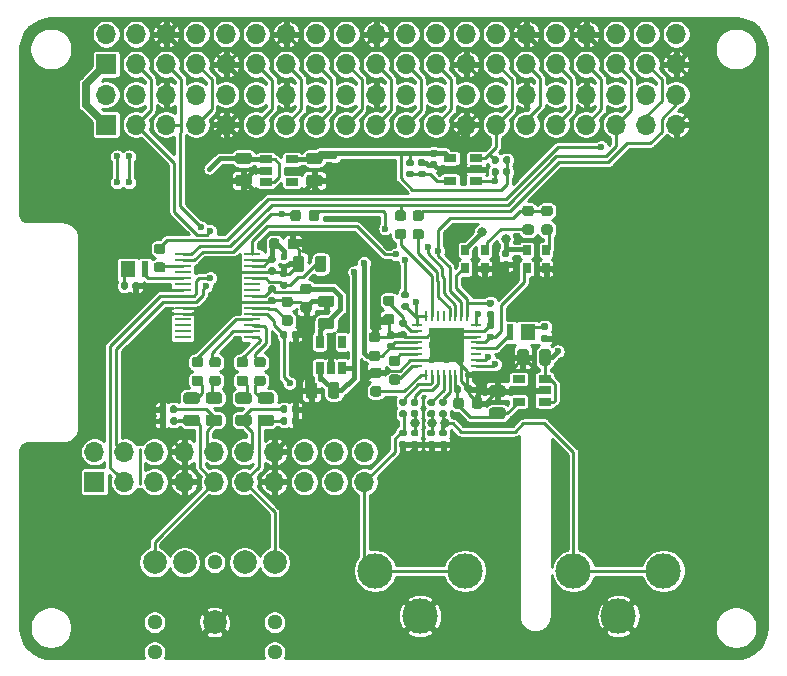
<source format=gbr>
G04 #@! TF.GenerationSoftware,KiCad,Pcbnew,5.1.7-a382d34a8~88~ubuntu18.04.1*
G04 #@! TF.CreationDate,2021-03-11T03:45:44+01:00*
G04 #@! TF.ProjectId,zynthiandac,7a796e74-6869-4616-9e64-61632e6b6963,rev?*
G04 #@! TF.SameCoordinates,Original*
G04 #@! TF.FileFunction,Copper,L1,Top*
G04 #@! TF.FilePolarity,Positive*
%FSLAX46Y46*%
G04 Gerber Fmt 4.6, Leading zero omitted, Abs format (unit mm)*
G04 Created by KiCad (PCBNEW 5.1.7-a382d34a8~88~ubuntu18.04.1) date 2021-03-11 03:45:44*
%MOMM*%
%LPD*%
G01*
G04 APERTURE LIST*
G04 #@! TA.AperFunction,ComponentPad*
%ADD10C,2.000000*%
G04 #@! TD*
G04 #@! TA.AperFunction,ComponentPad*
%ADD11C,1.280000*%
G04 #@! TD*
G04 #@! TA.AperFunction,SMDPad,CuDef*
%ADD12R,0.850000X0.280000*%
G04 #@! TD*
G04 #@! TA.AperFunction,SMDPad,CuDef*
%ADD13R,0.280000X0.850000*%
G04 #@! TD*
G04 #@! TA.AperFunction,ComponentPad*
%ADD14R,3.000000X3.000000*%
G04 #@! TD*
G04 #@! TA.AperFunction,ComponentPad*
%ADD15R,1.700000X1.700000*%
G04 #@! TD*
G04 #@! TA.AperFunction,ComponentPad*
%ADD16O,1.700000X1.700000*%
G04 #@! TD*
G04 #@! TA.AperFunction,SMDPad,CuDef*
%ADD17R,0.650000X1.060000*%
G04 #@! TD*
G04 #@! TA.AperFunction,SMDPad,CuDef*
%ADD18R,0.600000X1.400000*%
G04 #@! TD*
G04 #@! TA.AperFunction,SMDPad,CuDef*
%ADD19R,1.300000X1.400000*%
G04 #@! TD*
G04 #@! TA.AperFunction,ComponentPad*
%ADD20C,3.000000*%
G04 #@! TD*
G04 #@! TA.AperFunction,SMDPad,CuDef*
%ADD21R,1.404099X0.279400*%
G04 #@! TD*
G04 #@! TA.AperFunction,SMDPad,CuDef*
%ADD22R,1.060000X0.650000*%
G04 #@! TD*
G04 #@! TA.AperFunction,SMDPad,CuDef*
%ADD23R,0.650000X0.850000*%
G04 #@! TD*
G04 #@! TA.AperFunction,ViaPad*
%ADD24C,0.600000*%
G04 #@! TD*
G04 #@! TA.AperFunction,ViaPad*
%ADD25C,0.800000*%
G04 #@! TD*
G04 #@! TA.AperFunction,Conductor*
%ADD26C,0.250000*%
G04 #@! TD*
G04 #@! TA.AperFunction,Conductor*
%ADD27C,0.400000*%
G04 #@! TD*
G04 #@! TA.AperFunction,Conductor*
%ADD28C,0.300000*%
G04 #@! TD*
G04 #@! TA.AperFunction,Conductor*
%ADD29C,1.000000*%
G04 #@! TD*
G04 #@! TA.AperFunction,Conductor*
%ADD30C,0.700000*%
G04 #@! TD*
G04 #@! TA.AperFunction,Conductor*
%ADD31C,0.100000*%
G04 #@! TD*
G04 APERTURE END LIST*
D10*
G04 #@! TO.P,J3,G*
G04 #@! TO.N,GND*
X28850000Y-63530000D03*
G04 #@! TO.P,J3,SN*
G04 #@! TO.N,Net-(J3-PadSN)*
X26310000Y-58450000D03*
G04 #@! TO.P,J3,S*
G04 #@! TO.N,inr+*
X23770000Y-58450000D03*
G04 #@! TO.P,J3,T*
G04 #@! TO.N,Net-(J3-PadT)*
X31390000Y-58450000D03*
G04 #@! TO.P,J3,TN*
G04 #@! TO.N,inl+*
X33930000Y-58450000D03*
D11*
G04 #@! TO.P,J3,*
G04 #@! TO.N,*
X28850000Y-58450000D03*
X33930000Y-63530000D03*
X33930000Y-66070000D03*
X23770000Y-63530000D03*
X23770000Y-66070000D03*
G04 #@! TD*
G04 #@! TO.P,R23,2*
G04 #@! TO.N,GND*
G04 #@! TA.AperFunction,SMDPad,CuDef*
G36*
G01*
X52372500Y-38710000D02*
X52027500Y-38710000D01*
G75*
G02*
X51880000Y-38562500I0J147500D01*
G01*
X51880000Y-38267500D01*
G75*
G02*
X52027500Y-38120000I147500J0D01*
G01*
X52372500Y-38120000D01*
G75*
G02*
X52520000Y-38267500I0J-147500D01*
G01*
X52520000Y-38562500D01*
G75*
G02*
X52372500Y-38710000I-147500J0D01*
G01*
G37*
G04 #@! TD.AperFunction*
G04 #@! TO.P,R23,1*
G04 #@! TO.N,Net-(R23-Pad1)*
G04 #@! TA.AperFunction,SMDPad,CuDef*
G36*
G01*
X52372500Y-39680000D02*
X52027500Y-39680000D01*
G75*
G02*
X51880000Y-39532500I0J147500D01*
G01*
X51880000Y-39237500D01*
G75*
G02*
X52027500Y-39090000I147500J0D01*
G01*
X52372500Y-39090000D01*
G75*
G02*
X52520000Y-39237500I0J-147500D01*
G01*
X52520000Y-39532500D01*
G75*
G02*
X52372500Y-39680000I-147500J0D01*
G01*
G37*
G04 #@! TD.AperFunction*
G04 #@! TD*
G04 #@! TO.P,R24,1*
G04 #@! TO.N,Net-(R24-Pad1)*
G04 #@! TA.AperFunction,SMDPad,CuDef*
G36*
G01*
X52027500Y-36220000D02*
X52372500Y-36220000D01*
G75*
G02*
X52520000Y-36367500I0J-147500D01*
G01*
X52520000Y-36662500D01*
G75*
G02*
X52372500Y-36810000I-147500J0D01*
G01*
X52027500Y-36810000D01*
G75*
G02*
X51880000Y-36662500I0J147500D01*
G01*
X51880000Y-36367500D01*
G75*
G02*
X52027500Y-36220000I147500J0D01*
G01*
G37*
G04 #@! TD.AperFunction*
G04 #@! TO.P,R24,2*
G04 #@! TO.N,GND*
G04 #@! TA.AperFunction,SMDPad,CuDef*
G36*
G01*
X52027500Y-37190000D02*
X52372500Y-37190000D01*
G75*
G02*
X52520000Y-37337500I0J-147500D01*
G01*
X52520000Y-37632500D01*
G75*
G02*
X52372500Y-37780000I-147500J0D01*
G01*
X52027500Y-37780000D01*
G75*
G02*
X51880000Y-37632500I0J147500D01*
G01*
X51880000Y-37337500D01*
G75*
G02*
X52027500Y-37190000I147500J0D01*
G01*
G37*
G04 #@! TD.AperFunction*
G04 #@! TD*
G04 #@! TO.P,R21,2*
G04 #@! TO.N,Net-(R21-Pad2)*
G04 #@! TA.AperFunction,SMDPad,CuDef*
G36*
G01*
X55656250Y-29150000D02*
X55143750Y-29150000D01*
G75*
G02*
X54925000Y-28931250I0J218750D01*
G01*
X54925000Y-28493750D01*
G75*
G02*
X55143750Y-28275000I218750J0D01*
G01*
X55656250Y-28275000D01*
G75*
G02*
X55875000Y-28493750I0J-218750D01*
G01*
X55875000Y-28931250D01*
G75*
G02*
X55656250Y-29150000I-218750J0D01*
G01*
G37*
G04 #@! TD.AperFunction*
G04 #@! TO.P,R21,1*
G04 #@! TO.N,Net-(R21-Pad1)*
G04 #@! TA.AperFunction,SMDPad,CuDef*
G36*
G01*
X55656250Y-30725000D02*
X55143750Y-30725000D01*
G75*
G02*
X54925000Y-30506250I0J218750D01*
G01*
X54925000Y-30068750D01*
G75*
G02*
X55143750Y-29850000I218750J0D01*
G01*
X55656250Y-29850000D01*
G75*
G02*
X55875000Y-30068750I0J-218750D01*
G01*
X55875000Y-30506250D01*
G75*
G02*
X55656250Y-30725000I-218750J0D01*
G01*
G37*
G04 #@! TD.AperFunction*
G04 #@! TD*
G04 #@! TO.P,R25,2*
G04 #@! TO.N,Net-(R25-Pad2)*
G04 #@! TA.AperFunction,SMDPad,CuDef*
G36*
G01*
X44343750Y-30250000D02*
X44856250Y-30250000D01*
G75*
G02*
X45075000Y-30468750I0J-218750D01*
G01*
X45075000Y-30906250D01*
G75*
G02*
X44856250Y-31125000I-218750J0D01*
G01*
X44343750Y-31125000D01*
G75*
G02*
X44125000Y-30906250I0J218750D01*
G01*
X44125000Y-30468750D01*
G75*
G02*
X44343750Y-30250000I218750J0D01*
G01*
G37*
G04 #@! TD.AperFunction*
G04 #@! TO.P,R25,1*
G04 #@! TO.N,Net-(J1-Pad35)*
G04 #@! TA.AperFunction,SMDPad,CuDef*
G36*
G01*
X44343750Y-28675000D02*
X44856250Y-28675000D01*
G75*
G02*
X45075000Y-28893750I0J-218750D01*
G01*
X45075000Y-29331250D01*
G75*
G02*
X44856250Y-29550000I-218750J0D01*
G01*
X44343750Y-29550000D01*
G75*
G02*
X44125000Y-29331250I0J218750D01*
G01*
X44125000Y-28893750D01*
G75*
G02*
X44343750Y-28675000I218750J0D01*
G01*
G37*
G04 #@! TD.AperFunction*
G04 #@! TD*
G04 #@! TO.P,C9,1*
G04 #@! TO.N,5v*
G04 #@! TA.AperFunction,SMDPad,CuDef*
G36*
G01*
X57325000Y-40643750D02*
X57325000Y-41556250D01*
G75*
G02*
X57081250Y-41800000I-243750J0D01*
G01*
X56593750Y-41800000D01*
G75*
G02*
X56350000Y-41556250I0J243750D01*
G01*
X56350000Y-40643750D01*
G75*
G02*
X56593750Y-40400000I243750J0D01*
G01*
X57081250Y-40400000D01*
G75*
G02*
X57325000Y-40643750I0J-243750D01*
G01*
G37*
G04 #@! TD.AperFunction*
G04 #@! TO.P,C9,2*
G04 #@! TO.N,GND*
G04 #@! TA.AperFunction,SMDPad,CuDef*
G36*
G01*
X55450000Y-40643750D02*
X55450000Y-41556250D01*
G75*
G02*
X55206250Y-41800000I-243750J0D01*
G01*
X54718750Y-41800000D01*
G75*
G02*
X54475000Y-41556250I0J243750D01*
G01*
X54475000Y-40643750D01*
G75*
G02*
X54718750Y-40400000I243750J0D01*
G01*
X55206250Y-40400000D01*
G75*
G02*
X55450000Y-40643750I0J-243750D01*
G01*
G37*
G04 #@! TD.AperFunction*
G04 #@! TD*
G04 #@! TO.P,C18,2*
G04 #@! TO.N,DVDD*
G04 #@! TA.AperFunction,SMDPad,CuDef*
G36*
G01*
X43627500Y-39890000D02*
X43972500Y-39890000D01*
G75*
G02*
X44120000Y-40037500I0J-147500D01*
G01*
X44120000Y-40332500D01*
G75*
G02*
X43972500Y-40480000I-147500J0D01*
G01*
X43627500Y-40480000D01*
G75*
G02*
X43480000Y-40332500I0J147500D01*
G01*
X43480000Y-40037500D01*
G75*
G02*
X43627500Y-39890000I147500J0D01*
G01*
G37*
G04 #@! TD.AperFunction*
G04 #@! TO.P,C18,1*
G04 #@! TO.N,GND*
G04 #@! TA.AperFunction,SMDPad,CuDef*
G36*
G01*
X43627500Y-38920000D02*
X43972500Y-38920000D01*
G75*
G02*
X44120000Y-39067500I0J-147500D01*
G01*
X44120000Y-39362500D01*
G75*
G02*
X43972500Y-39510000I-147500J0D01*
G01*
X43627500Y-39510000D01*
G75*
G02*
X43480000Y-39362500I0J147500D01*
G01*
X43480000Y-39067500D01*
G75*
G02*
X43627500Y-38920000I147500J0D01*
G01*
G37*
G04 #@! TD.AperFunction*
G04 #@! TD*
D12*
G04 #@! TO.P,U6,1*
G04 #@! TO.N,Net-(R1-Pad1)*
X46025001Y-38350001D03*
G04 #@! TO.P,U6,2*
G04 #@! TO.N,Net-(C25-Pad2)*
X46025001Y-38850000D03*
G04 #@! TO.P,U6,3*
G04 #@! TO.N,GND*
X46025001Y-39349999D03*
G04 #@! TO.P,U6,4*
G04 #@! TO.N,DVDD*
X46025001Y-39850000D03*
G04 #@! TO.P,U6,5*
X46025001Y-40350000D03*
G04 #@! TO.P,U6,6*
G04 #@! TO.N,Net-(C26-Pad2)*
X46025001Y-40850001D03*
G04 #@! TO.P,U6,7*
G04 #@! TO.N,GND*
X46025001Y-41350000D03*
G04 #@! TO.P,U6,8*
G04 #@! TO.N,Net-(C26-Pad1)*
X46025001Y-41849999D03*
D13*
G04 #@! TO.P,U6,9*
G04 #@! TO.N,Net-(C24-Pad2)*
X46749559Y-42574999D03*
G04 #@! TO.P,U6,10*
G04 #@! TO.N,Net-(R15-Pad1)*
X47249685Y-42574999D03*
G04 #@! TO.P,U6,11*
G04 #@! TO.N,Net-(R16-Pad1)*
X47749811Y-42574999D03*
G04 #@! TO.P,U6,12*
G04 #@! TO.N,Net-(R17-Pad1)*
X48249937Y-42574999D03*
G04 #@! TO.P,U6,13*
G04 #@! TO.N,Net-(R18-Pad1)*
X48750063Y-42574999D03*
G04 #@! TO.P,U6,14*
G04 #@! TO.N,AVDD*
X49250189Y-42574999D03*
G04 #@! TO.P,U6,15*
G04 #@! TO.N,GND*
X49750315Y-42574999D03*
G04 #@! TO.P,U6,16*
X50250441Y-42574999D03*
D12*
G04 #@! TO.P,U6,17*
G04 #@! TO.N,sda*
X50974999Y-41849999D03*
G04 #@! TO.P,U6,18*
G04 #@! TO.N,scl*
X50974999Y-41350000D03*
G04 #@! TO.P,U6,19*
G04 #@! TO.N,Net-(U6-Pad19)*
X50974999Y-40850001D03*
G04 #@! TO.P,U6,20*
G04 #@! TO.N,Net-(D2-Pad2)*
X50974999Y-40350000D03*
G04 #@! TO.P,U6,21*
G04 #@! TO.N,Net-(R23-Pad1)*
X50974999Y-39850000D03*
G04 #@! TO.P,U6,22*
G04 #@! TO.N,GND*
X50974999Y-39349999D03*
G04 #@! TO.P,U6,23*
X50974999Y-38850000D03*
G04 #@! TO.P,U6,24*
G04 #@! TO.N,Net-(R1-Pad1)*
X50974999Y-38350001D03*
D13*
G04 #@! TO.P,U6,25*
G04 #@! TO.N,Net-(R24-Pad1)*
X50250441Y-37625001D03*
G04 #@! TO.P,U6,26*
G04 #@! TO.N,Net-(R21-Pad2)*
X49750315Y-37625001D03*
G04 #@! TO.P,U6,27*
G04 #@! TO.N,Net-(R27-Pad2)*
X49250189Y-37625001D03*
G04 #@! TO.P,U6,28*
G04 #@! TO.N,DIN*
X48750063Y-37625001D03*
G04 #@! TO.P,U6,29*
G04 #@! TO.N,Net-(U6-Pad29)*
X48249937Y-37625001D03*
G04 #@! TO.P,U6,30*
G04 #@! TO.N,Net-(U6-Pad30)*
X47749811Y-37625001D03*
G04 #@! TO.P,U6,31*
G04 #@! TO.N,Net-(R25-Pad2)*
X47249685Y-37625001D03*
G04 #@! TO.P,U6,32*
G04 #@! TO.N,Net-(R1-Pad1)*
X46749559Y-37625001D03*
D14*
G04 #@! TO.P,U6,33*
G04 #@! TO.N,GND*
X48500000Y-40100000D03*
G04 #@! TD*
D15*
G04 #@! TO.P,J2,1*
G04 #@! TO.N,5v*
X18680000Y-51650000D03*
D16*
G04 #@! TO.P,J2,2*
X18680000Y-49110000D03*
G04 #@! TO.P,J2,3*
G04 #@! TO.N,sda*
X21220000Y-51650000D03*
G04 #@! TO.P,J2,4*
G04 #@! TO.N,scl*
X21220000Y-49110000D03*
G04 #@! TO.P,J2,5*
G04 #@! TO.N,gpio14*
X23760000Y-51650000D03*
G04 #@! TO.P,J2,6*
G04 #@! TO.N,gpio15*
X23760000Y-49110000D03*
G04 #@! TO.P,J2,7*
G04 #@! TO.N,GND*
X26300000Y-51650000D03*
G04 #@! TO.P,J2,8*
X26300000Y-49110000D03*
G04 #@! TO.P,J2,9*
G04 #@! TO.N,inr+*
X28840000Y-51650000D03*
G04 #@! TO.P,J2,10*
G04 #@! TO.N,inr-*
X28840000Y-49110000D03*
G04 #@! TO.P,J2,11*
G04 #@! TO.N,inl+*
X31380000Y-51650000D03*
G04 #@! TO.P,J2,12*
G04 #@! TO.N,inl-*
X31380000Y-49110000D03*
G04 #@! TO.P,J2,13*
G04 #@! TO.N,GND*
X33920000Y-51650000D03*
G04 #@! TO.P,J2,14*
X33920000Y-49110000D03*
G04 #@! TO.P,J2,15*
G04 #@! TO.N,Net-(J2-Pad15)*
X36460000Y-51650000D03*
G04 #@! TO.P,J2,16*
G04 #@! TO.N,micbias*
X36460000Y-49110000D03*
G04 #@! TO.P,J2,17*
G04 #@! TO.N,outr+*
X39000000Y-51650000D03*
G04 #@! TO.P,J2,18*
G04 #@! TO.N,outr-*
X39000000Y-49110000D03*
G04 #@! TO.P,J2,19*
G04 #@! TO.N,outl+*
X41540000Y-51650000D03*
G04 #@! TO.P,J2,20*
G04 #@! TO.N,outl-*
X41540000Y-49110000D03*
G04 #@! TD*
D17*
G04 #@! TO.P,U4,1*
G04 #@! TO.N,5v*
X37750000Y-42000000D03*
G04 #@! TO.P,U4,2*
G04 #@! TO.N,GND*
X38700000Y-42000000D03*
G04 #@! TO.P,U4,3*
G04 #@! TO.N,5v*
X39650000Y-42000000D03*
G04 #@! TO.P,U4,4*
G04 #@! TO.N,Net-(U4-Pad4)*
X39650000Y-39800000D03*
G04 #@! TO.P,U4,5*
G04 #@! TO.N,AVDD2*
X37750000Y-39800000D03*
G04 #@! TD*
G04 #@! TO.P,C7,2*
G04 #@! TO.N,GND*
G04 #@! TA.AperFunction,SMDPad,CuDef*
G36*
G01*
X37550000Y-43443750D02*
X37550000Y-44356250D01*
G75*
G02*
X37306250Y-44600000I-243750J0D01*
G01*
X36818750Y-44600000D01*
G75*
G02*
X36575000Y-44356250I0J243750D01*
G01*
X36575000Y-43443750D01*
G75*
G02*
X36818750Y-43200000I243750J0D01*
G01*
X37306250Y-43200000D01*
G75*
G02*
X37550000Y-43443750I0J-243750D01*
G01*
G37*
G04 #@! TD.AperFunction*
G04 #@! TO.P,C7,1*
G04 #@! TO.N,5v*
G04 #@! TA.AperFunction,SMDPad,CuDef*
G36*
G01*
X39425000Y-43443750D02*
X39425000Y-44356250D01*
G75*
G02*
X39181250Y-44600000I-243750J0D01*
G01*
X38693750Y-44600000D01*
G75*
G02*
X38450000Y-44356250I0J243750D01*
G01*
X38450000Y-43443750D01*
G75*
G02*
X38693750Y-43200000I243750J0D01*
G01*
X39181250Y-43200000D01*
G75*
G02*
X39425000Y-43443750I0J-243750D01*
G01*
G37*
G04 #@! TD.AperFunction*
G04 #@! TD*
G04 #@! TO.P,C1,2*
G04 #@! TO.N,inr+*
G04 #@! TA.AperFunction,SMDPad,CuDef*
G36*
G01*
X26443750Y-45950000D02*
X27356250Y-45950000D01*
G75*
G02*
X27600000Y-46193750I0J-243750D01*
G01*
X27600000Y-46681250D01*
G75*
G02*
X27356250Y-46925000I-243750J0D01*
G01*
X26443750Y-46925000D01*
G75*
G02*
X26200000Y-46681250I0J243750D01*
G01*
X26200000Y-46193750D01*
G75*
G02*
X26443750Y-45950000I243750J0D01*
G01*
G37*
G04 #@! TD.AperFunction*
G04 #@! TO.P,C1,1*
G04 #@! TO.N,Net-(C1-Pad1)*
G04 #@! TA.AperFunction,SMDPad,CuDef*
G36*
G01*
X26443750Y-44075000D02*
X27356250Y-44075000D01*
G75*
G02*
X27600000Y-44318750I0J-243750D01*
G01*
X27600000Y-44806250D01*
G75*
G02*
X27356250Y-45050000I-243750J0D01*
G01*
X26443750Y-45050000D01*
G75*
G02*
X26200000Y-44806250I0J243750D01*
G01*
X26200000Y-44318750D01*
G75*
G02*
X26443750Y-44075000I243750J0D01*
G01*
G37*
G04 #@! TD.AperFunction*
G04 #@! TD*
G04 #@! TO.P,C2,1*
G04 #@! TO.N,Net-(C2-Pad1)*
G04 #@! TA.AperFunction,SMDPad,CuDef*
G36*
G01*
X28343750Y-44075000D02*
X29256250Y-44075000D01*
G75*
G02*
X29500000Y-44318750I0J-243750D01*
G01*
X29500000Y-44806250D01*
G75*
G02*
X29256250Y-45050000I-243750J0D01*
G01*
X28343750Y-45050000D01*
G75*
G02*
X28100000Y-44806250I0J243750D01*
G01*
X28100000Y-44318750D01*
G75*
G02*
X28343750Y-44075000I243750J0D01*
G01*
G37*
G04 #@! TD.AperFunction*
G04 #@! TO.P,C2,2*
G04 #@! TO.N,inr-*
G04 #@! TA.AperFunction,SMDPad,CuDef*
G36*
G01*
X28343750Y-45950000D02*
X29256250Y-45950000D01*
G75*
G02*
X29500000Y-46193750I0J-243750D01*
G01*
X29500000Y-46681250D01*
G75*
G02*
X29256250Y-46925000I-243750J0D01*
G01*
X28343750Y-46925000D01*
G75*
G02*
X28100000Y-46681250I0J243750D01*
G01*
X28100000Y-46193750D01*
G75*
G02*
X28343750Y-45950000I243750J0D01*
G01*
G37*
G04 #@! TD.AperFunction*
G04 #@! TD*
G04 #@! TO.P,C3,1*
G04 #@! TO.N,Net-(C3-Pad1)*
G04 #@! TA.AperFunction,SMDPad,CuDef*
G36*
G01*
X30843750Y-44075000D02*
X31756250Y-44075000D01*
G75*
G02*
X32000000Y-44318750I0J-243750D01*
G01*
X32000000Y-44806250D01*
G75*
G02*
X31756250Y-45050000I-243750J0D01*
G01*
X30843750Y-45050000D01*
G75*
G02*
X30600000Y-44806250I0J243750D01*
G01*
X30600000Y-44318750D01*
G75*
G02*
X30843750Y-44075000I243750J0D01*
G01*
G37*
G04 #@! TD.AperFunction*
G04 #@! TO.P,C3,2*
G04 #@! TO.N,inl-*
G04 #@! TA.AperFunction,SMDPad,CuDef*
G36*
G01*
X30843750Y-45950000D02*
X31756250Y-45950000D01*
G75*
G02*
X32000000Y-46193750I0J-243750D01*
G01*
X32000000Y-46681250D01*
G75*
G02*
X31756250Y-46925000I-243750J0D01*
G01*
X30843750Y-46925000D01*
G75*
G02*
X30600000Y-46681250I0J243750D01*
G01*
X30600000Y-46193750D01*
G75*
G02*
X30843750Y-45950000I243750J0D01*
G01*
G37*
G04 #@! TD.AperFunction*
G04 #@! TD*
G04 #@! TO.P,C4,1*
G04 #@! TO.N,5v*
G04 #@! TA.AperFunction,SMDPad,CuDef*
G36*
G01*
X30843750Y-23775000D02*
X31756250Y-23775000D01*
G75*
G02*
X32000000Y-24018750I0J-243750D01*
G01*
X32000000Y-24506250D01*
G75*
G02*
X31756250Y-24750000I-243750J0D01*
G01*
X30843750Y-24750000D01*
G75*
G02*
X30600000Y-24506250I0J243750D01*
G01*
X30600000Y-24018750D01*
G75*
G02*
X30843750Y-23775000I243750J0D01*
G01*
G37*
G04 #@! TD.AperFunction*
G04 #@! TO.P,C4,2*
G04 #@! TO.N,GND*
G04 #@! TA.AperFunction,SMDPad,CuDef*
G36*
G01*
X30843750Y-25650000D02*
X31756250Y-25650000D01*
G75*
G02*
X32000000Y-25893750I0J-243750D01*
G01*
X32000000Y-26381250D01*
G75*
G02*
X31756250Y-26625000I-243750J0D01*
G01*
X30843750Y-26625000D01*
G75*
G02*
X30600000Y-26381250I0J243750D01*
G01*
X30600000Y-25893750D01*
G75*
G02*
X30843750Y-25650000I243750J0D01*
G01*
G37*
G04 #@! TD.AperFunction*
G04 #@! TD*
G04 #@! TO.P,C5,2*
G04 #@! TO.N,GND*
G04 #@! TA.AperFunction,SMDPad,CuDef*
G36*
G01*
X36843750Y-25650000D02*
X37756250Y-25650000D01*
G75*
G02*
X38000000Y-25893750I0J-243750D01*
G01*
X38000000Y-26381250D01*
G75*
G02*
X37756250Y-26625000I-243750J0D01*
G01*
X36843750Y-26625000D01*
G75*
G02*
X36600000Y-26381250I0J243750D01*
G01*
X36600000Y-25893750D01*
G75*
G02*
X36843750Y-25650000I243750J0D01*
G01*
G37*
G04 #@! TD.AperFunction*
G04 #@! TO.P,C5,1*
G04 #@! TO.N,DVDD*
G04 #@! TA.AperFunction,SMDPad,CuDef*
G36*
G01*
X36843750Y-23775000D02*
X37756250Y-23775000D01*
G75*
G02*
X38000000Y-24018750I0J-243750D01*
G01*
X38000000Y-24506250D01*
G75*
G02*
X37756250Y-24750000I-243750J0D01*
G01*
X36843750Y-24750000D01*
G75*
G02*
X36600000Y-24506250I0J243750D01*
G01*
X36600000Y-24018750D01*
G75*
G02*
X36843750Y-23775000I243750J0D01*
G01*
G37*
G04 #@! TD.AperFunction*
G04 #@! TD*
G04 #@! TO.P,C6,2*
G04 #@! TO.N,inl+*
G04 #@! TA.AperFunction,SMDPad,CuDef*
G36*
G01*
X32743750Y-45950000D02*
X33656250Y-45950000D01*
G75*
G02*
X33900000Y-46193750I0J-243750D01*
G01*
X33900000Y-46681250D01*
G75*
G02*
X33656250Y-46925000I-243750J0D01*
G01*
X32743750Y-46925000D01*
G75*
G02*
X32500000Y-46681250I0J243750D01*
G01*
X32500000Y-46193750D01*
G75*
G02*
X32743750Y-45950000I243750J0D01*
G01*
G37*
G04 #@! TD.AperFunction*
G04 #@! TO.P,C6,1*
G04 #@! TO.N,Net-(C6-Pad1)*
G04 #@! TA.AperFunction,SMDPad,CuDef*
G36*
G01*
X32743750Y-44075000D02*
X33656250Y-44075000D01*
G75*
G02*
X33900000Y-44318750I0J-243750D01*
G01*
X33900000Y-44806250D01*
G75*
G02*
X33656250Y-45050000I-243750J0D01*
G01*
X32743750Y-45050000D01*
G75*
G02*
X32500000Y-44806250I0J243750D01*
G01*
X32500000Y-44318750D01*
G75*
G02*
X32743750Y-44075000I243750J0D01*
G01*
G37*
G04 #@! TD.AperFunction*
G04 #@! TD*
G04 #@! TO.P,C8,1*
G04 #@! TO.N,AVDD2*
G04 #@! TA.AperFunction,SMDPad,CuDef*
G36*
G01*
X38756250Y-38725000D02*
X37843750Y-38725000D01*
G75*
G02*
X37600000Y-38481250I0J243750D01*
G01*
X37600000Y-37993750D01*
G75*
G02*
X37843750Y-37750000I243750J0D01*
G01*
X38756250Y-37750000D01*
G75*
G02*
X39000000Y-37993750I0J-243750D01*
G01*
X39000000Y-38481250D01*
G75*
G02*
X38756250Y-38725000I-243750J0D01*
G01*
G37*
G04 #@! TD.AperFunction*
G04 #@! TO.P,C8,2*
G04 #@! TO.N,GND*
G04 #@! TA.AperFunction,SMDPad,CuDef*
G36*
G01*
X38756250Y-36850000D02*
X37843750Y-36850000D01*
G75*
G02*
X37600000Y-36606250I0J243750D01*
G01*
X37600000Y-36118750D01*
G75*
G02*
X37843750Y-35875000I243750J0D01*
G01*
X38756250Y-35875000D01*
G75*
G02*
X39000000Y-36118750I0J-243750D01*
G01*
X39000000Y-36606250D01*
G75*
G02*
X38756250Y-36850000I-243750J0D01*
G01*
G37*
G04 #@! TD.AperFunction*
G04 #@! TD*
G04 #@! TO.P,C10,2*
G04 #@! TO.N,GND*
G04 #@! TA.AperFunction,SMDPad,CuDef*
G36*
G01*
X44627500Y-48190000D02*
X44972500Y-48190000D01*
G75*
G02*
X45120000Y-48337500I0J-147500D01*
G01*
X45120000Y-48632500D01*
G75*
G02*
X44972500Y-48780000I-147500J0D01*
G01*
X44627500Y-48780000D01*
G75*
G02*
X44480000Y-48632500I0J147500D01*
G01*
X44480000Y-48337500D01*
G75*
G02*
X44627500Y-48190000I147500J0D01*
G01*
G37*
G04 #@! TD.AperFunction*
G04 #@! TO.P,C10,1*
G04 #@! TO.N,outl+*
G04 #@! TA.AperFunction,SMDPad,CuDef*
G36*
G01*
X44627500Y-47220000D02*
X44972500Y-47220000D01*
G75*
G02*
X45120000Y-47367500I0J-147500D01*
G01*
X45120000Y-47662500D01*
G75*
G02*
X44972500Y-47810000I-147500J0D01*
G01*
X44627500Y-47810000D01*
G75*
G02*
X44480000Y-47662500I0J147500D01*
G01*
X44480000Y-47367500D01*
G75*
G02*
X44627500Y-47220000I147500J0D01*
G01*
G37*
G04 #@! TD.AperFunction*
G04 #@! TD*
G04 #@! TO.P,C11,1*
G04 #@! TO.N,outl-*
G04 #@! TA.AperFunction,SMDPad,CuDef*
G36*
G01*
X45627500Y-47220000D02*
X45972500Y-47220000D01*
G75*
G02*
X46120000Y-47367500I0J-147500D01*
G01*
X46120000Y-47662500D01*
G75*
G02*
X45972500Y-47810000I-147500J0D01*
G01*
X45627500Y-47810000D01*
G75*
G02*
X45480000Y-47662500I0J147500D01*
G01*
X45480000Y-47367500D01*
G75*
G02*
X45627500Y-47220000I147500J0D01*
G01*
G37*
G04 #@! TD.AperFunction*
G04 #@! TO.P,C11,2*
G04 #@! TO.N,GND*
G04 #@! TA.AperFunction,SMDPad,CuDef*
G36*
G01*
X45627500Y-48190000D02*
X45972500Y-48190000D01*
G75*
G02*
X46120000Y-48337500I0J-147500D01*
G01*
X46120000Y-48632500D01*
G75*
G02*
X45972500Y-48780000I-147500J0D01*
G01*
X45627500Y-48780000D01*
G75*
G02*
X45480000Y-48632500I0J147500D01*
G01*
X45480000Y-48337500D01*
G75*
G02*
X45627500Y-48190000I147500J0D01*
G01*
G37*
G04 #@! TD.AperFunction*
G04 #@! TD*
G04 #@! TO.P,C12,1*
G04 #@! TO.N,Net-(C12-Pad1)*
G04 #@! TA.AperFunction,SMDPad,CuDef*
G36*
G01*
X34872500Y-35280000D02*
X34527500Y-35280000D01*
G75*
G02*
X34380000Y-35132500I0J147500D01*
G01*
X34380000Y-34837500D01*
G75*
G02*
X34527500Y-34690000I147500J0D01*
G01*
X34872500Y-34690000D01*
G75*
G02*
X35020000Y-34837500I0J-147500D01*
G01*
X35020000Y-35132500D01*
G75*
G02*
X34872500Y-35280000I-147500J0D01*
G01*
G37*
G04 #@! TD.AperFunction*
G04 #@! TO.P,C12,2*
G04 #@! TO.N,GND*
G04 #@! TA.AperFunction,SMDPad,CuDef*
G36*
G01*
X34872500Y-34310000D02*
X34527500Y-34310000D01*
G75*
G02*
X34380000Y-34162500I0J147500D01*
G01*
X34380000Y-33867500D01*
G75*
G02*
X34527500Y-33720000I147500J0D01*
G01*
X34872500Y-33720000D01*
G75*
G02*
X35020000Y-33867500I0J-147500D01*
G01*
X35020000Y-34162500D01*
G75*
G02*
X34872500Y-34310000I-147500J0D01*
G01*
G37*
G04 #@! TD.AperFunction*
G04 #@! TD*
G04 #@! TO.P,C13,2*
G04 #@! TO.N,GND*
G04 #@! TA.AperFunction,SMDPad,CuDef*
G36*
G01*
X53256250Y-44450000D02*
X52343750Y-44450000D01*
G75*
G02*
X52100000Y-44206250I0J243750D01*
G01*
X52100000Y-43718750D01*
G75*
G02*
X52343750Y-43475000I243750J0D01*
G01*
X53256250Y-43475000D01*
G75*
G02*
X53500000Y-43718750I0J-243750D01*
G01*
X53500000Y-44206250D01*
G75*
G02*
X53256250Y-44450000I-243750J0D01*
G01*
G37*
G04 #@! TD.AperFunction*
G04 #@! TO.P,C13,1*
G04 #@! TO.N,AVDD*
G04 #@! TA.AperFunction,SMDPad,CuDef*
G36*
G01*
X53256250Y-46325000D02*
X52343750Y-46325000D01*
G75*
G02*
X52100000Y-46081250I0J243750D01*
G01*
X52100000Y-45593750D01*
G75*
G02*
X52343750Y-45350000I243750J0D01*
G01*
X53256250Y-45350000D01*
G75*
G02*
X53500000Y-45593750I0J-243750D01*
G01*
X53500000Y-46081250D01*
G75*
G02*
X53256250Y-46325000I-243750J0D01*
G01*
G37*
G04 #@! TD.AperFunction*
G04 #@! TD*
G04 #@! TO.P,C14,2*
G04 #@! TO.N,Net-(C14-Pad2)*
G04 #@! TA.AperFunction,SMDPad,CuDef*
G36*
G01*
X34743750Y-37550000D02*
X35256250Y-37550000D01*
G75*
G02*
X35475000Y-37768750I0J-218750D01*
G01*
X35475000Y-38206250D01*
G75*
G02*
X35256250Y-38425000I-218750J0D01*
G01*
X34743750Y-38425000D01*
G75*
G02*
X34525000Y-38206250I0J218750D01*
G01*
X34525000Y-37768750D01*
G75*
G02*
X34743750Y-37550000I218750J0D01*
G01*
G37*
G04 #@! TD.AperFunction*
G04 #@! TO.P,C14,1*
G04 #@! TO.N,GND*
G04 #@! TA.AperFunction,SMDPad,CuDef*
G36*
G01*
X34743750Y-35975000D02*
X35256250Y-35975000D01*
G75*
G02*
X35475000Y-36193750I0J-218750D01*
G01*
X35475000Y-36631250D01*
G75*
G02*
X35256250Y-36850000I-218750J0D01*
G01*
X34743750Y-36850000D01*
G75*
G02*
X34525000Y-36631250I0J218750D01*
G01*
X34525000Y-36193750D01*
G75*
G02*
X34743750Y-35975000I218750J0D01*
G01*
G37*
G04 #@! TD.AperFunction*
G04 #@! TD*
G04 #@! TO.P,C15,2*
G04 #@! TO.N,micbias*
G04 #@! TA.AperFunction,SMDPad,CuDef*
G36*
G01*
X35010000Y-39027500D02*
X35010000Y-39372500D01*
G75*
G02*
X34862500Y-39520000I-147500J0D01*
G01*
X34567500Y-39520000D01*
G75*
G02*
X34420000Y-39372500I0J147500D01*
G01*
X34420000Y-39027500D01*
G75*
G02*
X34567500Y-38880000I147500J0D01*
G01*
X34862500Y-38880000D01*
G75*
G02*
X35010000Y-39027500I0J-147500D01*
G01*
G37*
G04 #@! TD.AperFunction*
G04 #@! TO.P,C15,1*
G04 #@! TO.N,GND*
G04 #@! TA.AperFunction,SMDPad,CuDef*
G36*
G01*
X35980000Y-39027500D02*
X35980000Y-39372500D01*
G75*
G02*
X35832500Y-39520000I-147500J0D01*
G01*
X35537500Y-39520000D01*
G75*
G02*
X35390000Y-39372500I0J147500D01*
G01*
X35390000Y-39027500D01*
G75*
G02*
X35537500Y-38880000I147500J0D01*
G01*
X35832500Y-38880000D01*
G75*
G02*
X35980000Y-39027500I0J-147500D01*
G01*
G37*
G04 #@! TD.AperFunction*
G04 #@! TD*
G04 #@! TO.P,C16,2*
G04 #@! TO.N,GND*
G04 #@! TA.AperFunction,SMDPad,CuDef*
G36*
G01*
X47027500Y-48190000D02*
X47372500Y-48190000D01*
G75*
G02*
X47520000Y-48337500I0J-147500D01*
G01*
X47520000Y-48632500D01*
G75*
G02*
X47372500Y-48780000I-147500J0D01*
G01*
X47027500Y-48780000D01*
G75*
G02*
X46880000Y-48632500I0J147500D01*
G01*
X46880000Y-48337500D01*
G75*
G02*
X47027500Y-48190000I147500J0D01*
G01*
G37*
G04 #@! TD.AperFunction*
G04 #@! TO.P,C16,1*
G04 #@! TO.N,outr-*
G04 #@! TA.AperFunction,SMDPad,CuDef*
G36*
G01*
X47027500Y-47220000D02*
X47372500Y-47220000D01*
G75*
G02*
X47520000Y-47367500I0J-147500D01*
G01*
X47520000Y-47662500D01*
G75*
G02*
X47372500Y-47810000I-147500J0D01*
G01*
X47027500Y-47810000D01*
G75*
G02*
X46880000Y-47662500I0J147500D01*
G01*
X46880000Y-47367500D01*
G75*
G02*
X47027500Y-47220000I147500J0D01*
G01*
G37*
G04 #@! TD.AperFunction*
G04 #@! TD*
G04 #@! TO.P,C17,1*
G04 #@! TO.N,Net-(C12-Pad1)*
G04 #@! TA.AperFunction,SMDPad,CuDef*
G36*
G01*
X38325000Y-32743750D02*
X38325000Y-33656250D01*
G75*
G02*
X38081250Y-33900000I-243750J0D01*
G01*
X37593750Y-33900000D01*
G75*
G02*
X37350000Y-33656250I0J243750D01*
G01*
X37350000Y-32743750D01*
G75*
G02*
X37593750Y-32500000I243750J0D01*
G01*
X38081250Y-32500000D01*
G75*
G02*
X38325000Y-32743750I0J-243750D01*
G01*
G37*
G04 #@! TD.AperFunction*
G04 #@! TO.P,C17,2*
G04 #@! TO.N,GND*
G04 #@! TA.AperFunction,SMDPad,CuDef*
G36*
G01*
X36450000Y-32743750D02*
X36450000Y-33656250D01*
G75*
G02*
X36206250Y-33900000I-243750J0D01*
G01*
X35718750Y-33900000D01*
G75*
G02*
X35475000Y-33656250I0J243750D01*
G01*
X35475000Y-32743750D01*
G75*
G02*
X35718750Y-32500000I243750J0D01*
G01*
X36206250Y-32500000D01*
G75*
G02*
X36450000Y-32743750I0J-243750D01*
G01*
G37*
G04 #@! TD.AperFunction*
G04 #@! TD*
G04 #@! TO.P,C19,1*
G04 #@! TO.N,DVDD*
G04 #@! TA.AperFunction,SMDPad,CuDef*
G36*
G01*
X33527500Y-32520000D02*
X33872500Y-32520000D01*
G75*
G02*
X34020000Y-32667500I0J-147500D01*
G01*
X34020000Y-32962500D01*
G75*
G02*
X33872500Y-33110000I-147500J0D01*
G01*
X33527500Y-33110000D01*
G75*
G02*
X33380000Y-32962500I0J147500D01*
G01*
X33380000Y-32667500D01*
G75*
G02*
X33527500Y-32520000I147500J0D01*
G01*
G37*
G04 #@! TD.AperFunction*
G04 #@! TO.P,C19,2*
G04 #@! TO.N,GND*
G04 #@! TA.AperFunction,SMDPad,CuDef*
G36*
G01*
X33527500Y-33490000D02*
X33872500Y-33490000D01*
G75*
G02*
X34020000Y-33637500I0J-147500D01*
G01*
X34020000Y-33932500D01*
G75*
G02*
X33872500Y-34080000I-147500J0D01*
G01*
X33527500Y-34080000D01*
G75*
G02*
X33380000Y-33932500I0J147500D01*
G01*
X33380000Y-33637500D01*
G75*
G02*
X33527500Y-33490000I147500J0D01*
G01*
G37*
G04 #@! TD.AperFunction*
G04 #@! TD*
G04 #@! TO.P,C20,2*
G04 #@! TO.N,GND*
G04 #@! TA.AperFunction,SMDPad,CuDef*
G36*
G01*
X48027500Y-48190000D02*
X48372500Y-48190000D01*
G75*
G02*
X48520000Y-48337500I0J-147500D01*
G01*
X48520000Y-48632500D01*
G75*
G02*
X48372500Y-48780000I-147500J0D01*
G01*
X48027500Y-48780000D01*
G75*
G02*
X47880000Y-48632500I0J147500D01*
G01*
X47880000Y-48337500D01*
G75*
G02*
X48027500Y-48190000I147500J0D01*
G01*
G37*
G04 #@! TD.AperFunction*
G04 #@! TO.P,C20,1*
G04 #@! TO.N,outr+*
G04 #@! TA.AperFunction,SMDPad,CuDef*
G36*
G01*
X48027500Y-47220000D02*
X48372500Y-47220000D01*
G75*
G02*
X48520000Y-47367500I0J-147500D01*
G01*
X48520000Y-47662500D01*
G75*
G02*
X48372500Y-47810000I-147500J0D01*
G01*
X48027500Y-47810000D01*
G75*
G02*
X47880000Y-47662500I0J147500D01*
G01*
X47880000Y-47367500D01*
G75*
G02*
X48027500Y-47220000I147500J0D01*
G01*
G37*
G04 #@! TD.AperFunction*
G04 #@! TD*
G04 #@! TO.P,C21,1*
G04 #@! TO.N,AVDD2*
G04 #@! TA.AperFunction,SMDPad,CuDef*
G36*
G01*
X33527500Y-35020000D02*
X33872500Y-35020000D01*
G75*
G02*
X34020000Y-35167500I0J-147500D01*
G01*
X34020000Y-35462500D01*
G75*
G02*
X33872500Y-35610000I-147500J0D01*
G01*
X33527500Y-35610000D01*
G75*
G02*
X33380000Y-35462500I0J147500D01*
G01*
X33380000Y-35167500D01*
G75*
G02*
X33527500Y-35020000I147500J0D01*
G01*
G37*
G04 #@! TD.AperFunction*
G04 #@! TO.P,C21,2*
G04 #@! TO.N,GND*
G04 #@! TA.AperFunction,SMDPad,CuDef*
G36*
G01*
X33527500Y-35990000D02*
X33872500Y-35990000D01*
G75*
G02*
X34020000Y-36137500I0J-147500D01*
G01*
X34020000Y-36432500D01*
G75*
G02*
X33872500Y-36580000I-147500J0D01*
G01*
X33527500Y-36580000D01*
G75*
G02*
X33380000Y-36432500I0J147500D01*
G01*
X33380000Y-36137500D01*
G75*
G02*
X33527500Y-35990000I147500J0D01*
G01*
G37*
G04 #@! TD.AperFunction*
G04 #@! TD*
G04 #@! TO.P,C22,1*
G04 #@! TO.N,GND*
G04 #@! TA.AperFunction,SMDPad,CuDef*
G36*
G01*
X42143750Y-38975000D02*
X42656250Y-38975000D01*
G75*
G02*
X42875000Y-39193750I0J-218750D01*
G01*
X42875000Y-39631250D01*
G75*
G02*
X42656250Y-39850000I-218750J0D01*
G01*
X42143750Y-39850000D01*
G75*
G02*
X41925000Y-39631250I0J218750D01*
G01*
X41925000Y-39193750D01*
G75*
G02*
X42143750Y-38975000I218750J0D01*
G01*
G37*
G04 #@! TD.AperFunction*
G04 #@! TO.P,C22,2*
G04 #@! TO.N,DVDD*
G04 #@! TA.AperFunction,SMDPad,CuDef*
G36*
G01*
X42143750Y-40550000D02*
X42656250Y-40550000D01*
G75*
G02*
X42875000Y-40768750I0J-218750D01*
G01*
X42875000Y-41206250D01*
G75*
G02*
X42656250Y-41425000I-218750J0D01*
G01*
X42143750Y-41425000D01*
G75*
G02*
X41925000Y-41206250I0J218750D01*
G01*
X41925000Y-40768750D01*
G75*
G02*
X42143750Y-40550000I218750J0D01*
G01*
G37*
G04 #@! TD.AperFunction*
G04 #@! TD*
G04 #@! TO.P,C23,1*
G04 #@! TO.N,AVDD*
G04 #@! TA.AperFunction,SMDPad,CuDef*
G36*
G01*
X49120000Y-43972500D02*
X49120000Y-43627500D01*
G75*
G02*
X49267500Y-43480000I147500J0D01*
G01*
X49562500Y-43480000D01*
G75*
G02*
X49710000Y-43627500I0J-147500D01*
G01*
X49710000Y-43972500D01*
G75*
G02*
X49562500Y-44120000I-147500J0D01*
G01*
X49267500Y-44120000D01*
G75*
G02*
X49120000Y-43972500I0J147500D01*
G01*
G37*
G04 #@! TD.AperFunction*
G04 #@! TO.P,C23,2*
G04 #@! TO.N,GND*
G04 #@! TA.AperFunction,SMDPad,CuDef*
G36*
G01*
X50090000Y-43972500D02*
X50090000Y-43627500D01*
G75*
G02*
X50237500Y-43480000I147500J0D01*
G01*
X50532500Y-43480000D01*
G75*
G02*
X50680000Y-43627500I0J-147500D01*
G01*
X50680000Y-43972500D01*
G75*
G02*
X50532500Y-44120000I-147500J0D01*
G01*
X50237500Y-44120000D01*
G75*
G02*
X50090000Y-43972500I0J147500D01*
G01*
G37*
G04 #@! TD.AperFunction*
G04 #@! TD*
G04 #@! TO.P,C24,2*
G04 #@! TO.N,Net-(C24-Pad2)*
G04 #@! TA.AperFunction,SMDPad,CuDef*
G36*
G01*
X42243750Y-43550000D02*
X42756250Y-43550000D01*
G75*
G02*
X42975000Y-43768750I0J-218750D01*
G01*
X42975000Y-44206250D01*
G75*
G02*
X42756250Y-44425000I-218750J0D01*
G01*
X42243750Y-44425000D01*
G75*
G02*
X42025000Y-44206250I0J218750D01*
G01*
X42025000Y-43768750D01*
G75*
G02*
X42243750Y-43550000I218750J0D01*
G01*
G37*
G04 #@! TD.AperFunction*
G04 #@! TO.P,C24,1*
G04 #@! TO.N,GND*
G04 #@! TA.AperFunction,SMDPad,CuDef*
G36*
G01*
X42243750Y-41975000D02*
X42756250Y-41975000D01*
G75*
G02*
X42975000Y-42193750I0J-218750D01*
G01*
X42975000Y-42631250D01*
G75*
G02*
X42756250Y-42850000I-218750J0D01*
G01*
X42243750Y-42850000D01*
G75*
G02*
X42025000Y-42631250I0J218750D01*
G01*
X42025000Y-42193750D01*
G75*
G02*
X42243750Y-41975000I218750J0D01*
G01*
G37*
G04 #@! TD.AperFunction*
G04 #@! TD*
G04 #@! TO.P,C25,1*
G04 #@! TO.N,GND*
G04 #@! TA.AperFunction,SMDPad,CuDef*
G36*
G01*
X43856250Y-38325000D02*
X43343750Y-38325000D01*
G75*
G02*
X43125000Y-38106250I0J218750D01*
G01*
X43125000Y-37668750D01*
G75*
G02*
X43343750Y-37450000I218750J0D01*
G01*
X43856250Y-37450000D01*
G75*
G02*
X44075000Y-37668750I0J-218750D01*
G01*
X44075000Y-38106250D01*
G75*
G02*
X43856250Y-38325000I-218750J0D01*
G01*
G37*
G04 #@! TD.AperFunction*
G04 #@! TO.P,C25,2*
G04 #@! TO.N,Net-(C25-Pad2)*
G04 #@! TA.AperFunction,SMDPad,CuDef*
G36*
G01*
X43856250Y-36750000D02*
X43343750Y-36750000D01*
G75*
G02*
X43125000Y-36531250I0J218750D01*
G01*
X43125000Y-36093750D01*
G75*
G02*
X43343750Y-35875000I218750J0D01*
G01*
X43856250Y-35875000D01*
G75*
G02*
X44075000Y-36093750I0J-218750D01*
G01*
X44075000Y-36531250D01*
G75*
G02*
X43856250Y-36750000I-218750J0D01*
G01*
G37*
G04 #@! TD.AperFunction*
G04 #@! TD*
G04 #@! TO.P,C26,1*
G04 #@! TO.N,Net-(C26-Pad1)*
G04 #@! TA.AperFunction,SMDPad,CuDef*
G36*
G01*
X44356250Y-43425000D02*
X43843750Y-43425000D01*
G75*
G02*
X43625000Y-43206250I0J218750D01*
G01*
X43625000Y-42768750D01*
G75*
G02*
X43843750Y-42550000I218750J0D01*
G01*
X44356250Y-42550000D01*
G75*
G02*
X44575000Y-42768750I0J-218750D01*
G01*
X44575000Y-43206250D01*
G75*
G02*
X44356250Y-43425000I-218750J0D01*
G01*
G37*
G04 #@! TD.AperFunction*
G04 #@! TO.P,C26,2*
G04 #@! TO.N,Net-(C26-Pad2)*
G04 #@! TA.AperFunction,SMDPad,CuDef*
G36*
G01*
X44356250Y-41850000D02*
X43843750Y-41850000D01*
G75*
G02*
X43625000Y-41631250I0J218750D01*
G01*
X43625000Y-41193750D01*
G75*
G02*
X43843750Y-40975000I218750J0D01*
G01*
X44356250Y-40975000D01*
G75*
G02*
X44575000Y-41193750I0J-218750D01*
G01*
X44575000Y-41631250D01*
G75*
G02*
X44356250Y-41850000I-218750J0D01*
G01*
G37*
G04 #@! TD.AperFunction*
G04 #@! TD*
G04 #@! TO.P,C28,1*
G04 #@! TO.N,DVDD*
G04 #@! TA.AperFunction,SMDPad,CuDef*
G36*
G01*
X53327500Y-32020000D02*
X53672500Y-32020000D01*
G75*
G02*
X53820000Y-32167500I0J-147500D01*
G01*
X53820000Y-32462500D01*
G75*
G02*
X53672500Y-32610000I-147500J0D01*
G01*
X53327500Y-32610000D01*
G75*
G02*
X53180000Y-32462500I0J147500D01*
G01*
X53180000Y-32167500D01*
G75*
G02*
X53327500Y-32020000I147500J0D01*
G01*
G37*
G04 #@! TD.AperFunction*
G04 #@! TO.P,C28,2*
G04 #@! TO.N,GND*
G04 #@! TA.AperFunction,SMDPad,CuDef*
G36*
G01*
X53327500Y-32990000D02*
X53672500Y-32990000D01*
G75*
G02*
X53820000Y-33137500I0J-147500D01*
G01*
X53820000Y-33432500D01*
G75*
G02*
X53672500Y-33580000I-147500J0D01*
G01*
X53327500Y-33580000D01*
G75*
G02*
X53180000Y-33432500I0J147500D01*
G01*
X53180000Y-33137500D01*
G75*
G02*
X53327500Y-32990000I147500J0D01*
G01*
G37*
G04 #@! TD.AperFunction*
G04 #@! TD*
G04 #@! TO.P,C30,2*
G04 #@! TO.N,DVDD*
G04 #@! TA.AperFunction,SMDPad,CuDef*
G36*
G01*
X47572500Y-24110000D02*
X47227500Y-24110000D01*
G75*
G02*
X47080000Y-23962500I0J147500D01*
G01*
X47080000Y-23667500D01*
G75*
G02*
X47227500Y-23520000I147500J0D01*
G01*
X47572500Y-23520000D01*
G75*
G02*
X47720000Y-23667500I0J-147500D01*
G01*
X47720000Y-23962500D01*
G75*
G02*
X47572500Y-24110000I-147500J0D01*
G01*
G37*
G04 #@! TD.AperFunction*
G04 #@! TO.P,C30,1*
G04 #@! TO.N,GND*
G04 #@! TA.AperFunction,SMDPad,CuDef*
G36*
G01*
X47572500Y-25080000D02*
X47227500Y-25080000D01*
G75*
G02*
X47080000Y-24932500I0J147500D01*
G01*
X47080000Y-24637500D01*
G75*
G02*
X47227500Y-24490000I147500J0D01*
G01*
X47572500Y-24490000D01*
G75*
G02*
X47720000Y-24637500I0J-147500D01*
G01*
X47720000Y-24932500D01*
G75*
G02*
X47572500Y-25080000I-147500J0D01*
G01*
G37*
G04 #@! TD.AperFunction*
G04 #@! TD*
G04 #@! TO.P,C31,2*
G04 #@! TO.N,Net-(C25-Pad2)*
G04 #@! TA.AperFunction,SMDPad,CuDef*
G36*
G01*
X44972500Y-38510000D02*
X44627500Y-38510000D01*
G75*
G02*
X44480000Y-38362500I0J147500D01*
G01*
X44480000Y-38067500D01*
G75*
G02*
X44627500Y-37920000I147500J0D01*
G01*
X44972500Y-37920000D01*
G75*
G02*
X45120000Y-38067500I0J-147500D01*
G01*
X45120000Y-38362500D01*
G75*
G02*
X44972500Y-38510000I-147500J0D01*
G01*
G37*
G04 #@! TD.AperFunction*
G04 #@! TO.P,C31,1*
G04 #@! TO.N,GND*
G04 #@! TA.AperFunction,SMDPad,CuDef*
G36*
G01*
X44972500Y-39480000D02*
X44627500Y-39480000D01*
G75*
G02*
X44480000Y-39332500I0J147500D01*
G01*
X44480000Y-39037500D01*
G75*
G02*
X44627500Y-38890000I147500J0D01*
G01*
X44972500Y-38890000D01*
G75*
G02*
X45120000Y-39037500I0J-147500D01*
G01*
X45120000Y-39332500D01*
G75*
G02*
X44972500Y-39480000I-147500J0D01*
G01*
G37*
G04 #@! TD.AperFunction*
G04 #@! TD*
G04 #@! TO.P,C33,2*
G04 #@! TO.N,AVDD*
G04 #@! TA.AperFunction,SMDPad,CuDef*
G36*
G01*
X49950000Y-44743750D02*
X49950000Y-45256250D01*
G75*
G02*
X49731250Y-45475000I-218750J0D01*
G01*
X49293750Y-45475000D01*
G75*
G02*
X49075000Y-45256250I0J218750D01*
G01*
X49075000Y-44743750D01*
G75*
G02*
X49293750Y-44525000I218750J0D01*
G01*
X49731250Y-44525000D01*
G75*
G02*
X49950000Y-44743750I0J-218750D01*
G01*
G37*
G04 #@! TD.AperFunction*
G04 #@! TO.P,C33,1*
G04 #@! TO.N,GND*
G04 #@! TA.AperFunction,SMDPad,CuDef*
G36*
G01*
X51525000Y-44743750D02*
X51525000Y-45256250D01*
G75*
G02*
X51306250Y-45475000I-218750J0D01*
G01*
X50868750Y-45475000D01*
G75*
G02*
X50650000Y-45256250I0J218750D01*
G01*
X50650000Y-44743750D01*
G75*
G02*
X50868750Y-44525000I218750J0D01*
G01*
X51306250Y-44525000D01*
G75*
G02*
X51525000Y-44743750I0J-218750D01*
G01*
G37*
G04 #@! TD.AperFunction*
G04 #@! TD*
G04 #@! TO.P,C34,1*
G04 #@! TO.N,DVDD*
G04 #@! TA.AperFunction,SMDPad,CuDef*
G36*
G01*
X33475000Y-31756250D02*
X33475000Y-31243750D01*
G75*
G02*
X33693750Y-31025000I218750J0D01*
G01*
X34131250Y-31025000D01*
G75*
G02*
X34350000Y-31243750I0J-218750D01*
G01*
X34350000Y-31756250D01*
G75*
G02*
X34131250Y-31975000I-218750J0D01*
G01*
X33693750Y-31975000D01*
G75*
G02*
X33475000Y-31756250I0J218750D01*
G01*
G37*
G04 #@! TD.AperFunction*
G04 #@! TO.P,C34,2*
G04 #@! TO.N,GND*
G04 #@! TA.AperFunction,SMDPad,CuDef*
G36*
G01*
X35050000Y-31756250D02*
X35050000Y-31243750D01*
G75*
G02*
X35268750Y-31025000I218750J0D01*
G01*
X35706250Y-31025000D01*
G75*
G02*
X35925000Y-31243750I0J-218750D01*
G01*
X35925000Y-31756250D01*
G75*
G02*
X35706250Y-31975000I-218750J0D01*
G01*
X35268750Y-31975000D01*
G75*
G02*
X35050000Y-31756250I0J218750D01*
G01*
G37*
G04 #@! TD.AperFunction*
G04 #@! TD*
G04 #@! TO.P,C35,2*
G04 #@! TO.N,GND*
G04 #@! TA.AperFunction,SMDPad,CuDef*
G36*
G01*
X36343750Y-36450000D02*
X36856250Y-36450000D01*
G75*
G02*
X37075000Y-36668750I0J-218750D01*
G01*
X37075000Y-37106250D01*
G75*
G02*
X36856250Y-37325000I-218750J0D01*
G01*
X36343750Y-37325000D01*
G75*
G02*
X36125000Y-37106250I0J218750D01*
G01*
X36125000Y-36668750D01*
G75*
G02*
X36343750Y-36450000I218750J0D01*
G01*
G37*
G04 #@! TD.AperFunction*
G04 #@! TO.P,C35,1*
G04 #@! TO.N,AVDD2*
G04 #@! TA.AperFunction,SMDPad,CuDef*
G36*
G01*
X36343750Y-34875000D02*
X36856250Y-34875000D01*
G75*
G02*
X37075000Y-35093750I0J-218750D01*
G01*
X37075000Y-35531250D01*
G75*
G02*
X36856250Y-35750000I-218750J0D01*
G01*
X36343750Y-35750000D01*
G75*
G02*
X36125000Y-35531250I0J218750D01*
G01*
X36125000Y-35093750D01*
G75*
G02*
X36343750Y-34875000I218750J0D01*
G01*
G37*
G04 #@! TD.AperFunction*
G04 #@! TD*
D18*
G04 #@! TO.P,D1,2*
G04 #@! TO.N,Net-(D1-Pad2)*
X22950000Y-33650000D03*
D19*
G04 #@! TO.P,D1,1*
G04 #@! TO.N,Net-(D1-Pad1)*
X21500000Y-33650000D03*
G04 #@! TD*
G04 #@! TO.P,D2,1*
G04 #@! TO.N,Net-(D2-Pad1)*
X55350000Y-39000000D03*
D18*
G04 #@! TO.P,D2,2*
G04 #@! TO.N,Net-(D2-Pad2)*
X53900000Y-39000000D03*
G04 #@! TD*
D15*
G04 #@! TO.P,J1,1*
G04 #@! TO.N,Net-(J1-Pad1)*
X19680000Y-21400000D03*
D16*
G04 #@! TO.P,J1,2*
G04 #@! TO.N,5v*
X19680000Y-18860000D03*
G04 #@! TO.P,J1,3*
G04 #@! TO.N,sda*
X22220000Y-21400000D03*
G04 #@! TO.P,J1,4*
G04 #@! TO.N,5v*
X22220000Y-18860000D03*
G04 #@! TO.P,J1,5*
G04 #@! TO.N,scl*
X24760000Y-21400000D03*
G04 #@! TO.P,J1,6*
G04 #@! TO.N,GND*
X24760000Y-18860000D03*
G04 #@! TO.P,J1,7*
G04 #@! TO.N,Net-(J1-Pad7)*
X27300000Y-21400000D03*
G04 #@! TO.P,J1,8*
G04 #@! TO.N,gpio14*
X27300000Y-18860000D03*
G04 #@! TO.P,J1,9*
G04 #@! TO.N,GND*
X29840000Y-21400000D03*
G04 #@! TO.P,J1,10*
G04 #@! TO.N,gpio15*
X29840000Y-18860000D03*
G04 #@! TO.P,J1,11*
G04 #@! TO.N,Net-(J1-Pad11)*
X32380000Y-21400000D03*
G04 #@! TO.P,J1,12*
G04 #@! TO.N,Net-(J1-Pad12)*
X32380000Y-18860000D03*
G04 #@! TO.P,J1,13*
G04 #@! TO.N,Net-(J1-Pad13)*
X34920000Y-21400000D03*
G04 #@! TO.P,J1,14*
G04 #@! TO.N,GND*
X34920000Y-18860000D03*
G04 #@! TO.P,J1,15*
G04 #@! TO.N,Net-(J1-Pad15)*
X37460000Y-21400000D03*
G04 #@! TO.P,J1,16*
G04 #@! TO.N,Net-(J1-Pad16)*
X37460000Y-18860000D03*
G04 #@! TO.P,J1,17*
G04 #@! TO.N,Net-(J1-Pad17)*
X40000000Y-21400000D03*
G04 #@! TO.P,J1,18*
G04 #@! TO.N,Net-(J1-Pad18)*
X40000000Y-18860000D03*
G04 #@! TO.P,J1,19*
G04 #@! TO.N,Net-(J1-Pad19)*
X42540000Y-21400000D03*
G04 #@! TO.P,J1,20*
G04 #@! TO.N,GND*
X42540000Y-18860000D03*
G04 #@! TO.P,J1,21*
G04 #@! TO.N,Net-(J1-Pad21)*
X45080000Y-21400000D03*
G04 #@! TO.P,J1,22*
G04 #@! TO.N,Net-(J1-Pad22)*
X45080000Y-18860000D03*
G04 #@! TO.P,J1,23*
G04 #@! TO.N,Net-(J1-Pad23)*
X47620000Y-21400000D03*
G04 #@! TO.P,J1,24*
G04 #@! TO.N,Net-(J1-Pad24)*
X47620000Y-18860000D03*
G04 #@! TO.P,J1,25*
G04 #@! TO.N,GND*
X50160000Y-21400000D03*
G04 #@! TO.P,J1,26*
G04 #@! TO.N,Net-(J1-Pad26)*
X50160000Y-18860000D03*
G04 #@! TO.P,J1,27*
G04 #@! TO.N,ID_SD*
X52700000Y-21400000D03*
G04 #@! TO.P,J1,28*
G04 #@! TO.N,ID_SC*
X52700000Y-18860000D03*
G04 #@! TO.P,J1,29*
G04 #@! TO.N,Net-(J1-Pad29)*
X55240000Y-21400000D03*
G04 #@! TO.P,J1,30*
G04 #@! TO.N,GND*
X55240000Y-18860000D03*
G04 #@! TO.P,J1,31*
G04 #@! TO.N,Net-(J1-Pad31)*
X57780000Y-21400000D03*
G04 #@! TO.P,J1,32*
G04 #@! TO.N,Net-(J1-Pad32)*
X57780000Y-18860000D03*
G04 #@! TO.P,J1,33*
G04 #@! TO.N,Net-(J1-Pad33)*
X60320000Y-21400000D03*
G04 #@! TO.P,J1,34*
G04 #@! TO.N,GND*
X60320000Y-18860000D03*
G04 #@! TO.P,J1,35*
G04 #@! TO.N,Net-(J1-Pad35)*
X62860000Y-21400000D03*
G04 #@! TO.P,J1,36*
G04 #@! TO.N,Net-(J1-Pad36)*
X62860000Y-18860000D03*
G04 #@! TO.P,J1,37*
G04 #@! TO.N,Net-(J1-Pad37)*
X65400000Y-21400000D03*
G04 #@! TO.P,J1,38*
G04 #@! TO.N,Net-(J1-Pad38)*
X65400000Y-18860000D03*
G04 #@! TO.P,J1,39*
G04 #@! TO.N,GND*
X67940000Y-21400000D03*
G04 #@! TO.P,J1,40*
G04 #@! TO.N,Net-(J1-Pad40)*
X67940000Y-18860000D03*
G04 #@! TD*
D20*
G04 #@! TO.P,J4,G*
G04 #@! TO.N,GND*
X46250000Y-63000000D03*
G04 #@! TO.P,J4,S*
G04 #@! TO.N,outl+*
X42440000Y-59190000D03*
G04 #@! TO.P,J4,T*
X50060000Y-59190000D03*
G04 #@! TD*
G04 #@! TO.P,J5,T*
G04 #@! TO.N,outr+*
X66860000Y-59190000D03*
G04 #@! TO.P,J5,S*
X59240000Y-59190000D03*
G04 #@! TO.P,J5,G*
G04 #@! TO.N,GND*
X63050000Y-63000000D03*
G04 #@! TD*
G04 #@! TO.P,R1,2*
G04 #@! TO.N,DVDD*
G04 #@! TA.AperFunction,SMDPad,CuDef*
G36*
G01*
X45172500Y-36110000D02*
X44827500Y-36110000D01*
G75*
G02*
X44680000Y-35962500I0J147500D01*
G01*
X44680000Y-35667500D01*
G75*
G02*
X44827500Y-35520000I147500J0D01*
G01*
X45172500Y-35520000D01*
G75*
G02*
X45320000Y-35667500I0J-147500D01*
G01*
X45320000Y-35962500D01*
G75*
G02*
X45172500Y-36110000I-147500J0D01*
G01*
G37*
G04 #@! TD.AperFunction*
G04 #@! TO.P,R1,1*
G04 #@! TO.N,Net-(R1-Pad1)*
G04 #@! TA.AperFunction,SMDPad,CuDef*
G36*
G01*
X45172500Y-37080000D02*
X44827500Y-37080000D01*
G75*
G02*
X44680000Y-36932500I0J147500D01*
G01*
X44680000Y-36637500D01*
G75*
G02*
X44827500Y-36490000I147500J0D01*
G01*
X45172500Y-36490000D01*
G75*
G02*
X45320000Y-36637500I0J-147500D01*
G01*
X45320000Y-36932500D01*
G75*
G02*
X45172500Y-37080000I-147500J0D01*
G01*
G37*
G04 #@! TD.AperFunction*
G04 #@! TD*
G04 #@! TO.P,R2,1*
G04 #@! TO.N,GND*
G04 #@! TA.AperFunction,SMDPad,CuDef*
G36*
G01*
X22480000Y-34877500D02*
X22480000Y-35222500D01*
G75*
G02*
X22332500Y-35370000I-147500J0D01*
G01*
X22037500Y-35370000D01*
G75*
G02*
X21890000Y-35222500I0J147500D01*
G01*
X21890000Y-34877500D01*
G75*
G02*
X22037500Y-34730000I147500J0D01*
G01*
X22332500Y-34730000D01*
G75*
G02*
X22480000Y-34877500I0J-147500D01*
G01*
G37*
G04 #@! TD.AperFunction*
G04 #@! TO.P,R2,2*
G04 #@! TO.N,Net-(D1-Pad1)*
G04 #@! TA.AperFunction,SMDPad,CuDef*
G36*
G01*
X21510000Y-34877500D02*
X21510000Y-35222500D01*
G75*
G02*
X21362500Y-35370000I-147500J0D01*
G01*
X21067500Y-35370000D01*
G75*
G02*
X20920000Y-35222500I0J147500D01*
G01*
X20920000Y-34877500D01*
G75*
G02*
X21067500Y-34730000I147500J0D01*
G01*
X21362500Y-34730000D01*
G75*
G02*
X21510000Y-34877500I0J-147500D01*
G01*
G37*
G04 #@! TD.AperFunction*
G04 #@! TD*
G04 #@! TO.P,R5,1*
G04 #@! TO.N,ID_SC*
G04 #@! TA.AperFunction,SMDPad,CuDef*
G36*
G01*
X52320000Y-25572500D02*
X52320000Y-25227500D01*
G75*
G02*
X52467500Y-25080000I147500J0D01*
G01*
X52762500Y-25080000D01*
G75*
G02*
X52910000Y-25227500I0J-147500D01*
G01*
X52910000Y-25572500D01*
G75*
G02*
X52762500Y-25720000I-147500J0D01*
G01*
X52467500Y-25720000D01*
G75*
G02*
X52320000Y-25572500I0J147500D01*
G01*
G37*
G04 #@! TD.AperFunction*
G04 #@! TO.P,R5,2*
G04 #@! TO.N,DVDD*
G04 #@! TA.AperFunction,SMDPad,CuDef*
G36*
G01*
X53290000Y-25572500D02*
X53290000Y-25227500D01*
G75*
G02*
X53437500Y-25080000I147500J0D01*
G01*
X53732500Y-25080000D01*
G75*
G02*
X53880000Y-25227500I0J-147500D01*
G01*
X53880000Y-25572500D01*
G75*
G02*
X53732500Y-25720000I-147500J0D01*
G01*
X53437500Y-25720000D01*
G75*
G02*
X53290000Y-25572500I0J147500D01*
G01*
G37*
G04 #@! TD.AperFunction*
G04 #@! TD*
G04 #@! TO.P,R6,1*
G04 #@! TO.N,ID_SD*
G04 #@! TA.AperFunction,SMDPad,CuDef*
G36*
G01*
X52320000Y-24572500D02*
X52320000Y-24227500D01*
G75*
G02*
X52467500Y-24080000I147500J0D01*
G01*
X52762500Y-24080000D01*
G75*
G02*
X52910000Y-24227500I0J-147500D01*
G01*
X52910000Y-24572500D01*
G75*
G02*
X52762500Y-24720000I-147500J0D01*
G01*
X52467500Y-24720000D01*
G75*
G02*
X52320000Y-24572500I0J147500D01*
G01*
G37*
G04 #@! TD.AperFunction*
G04 #@! TO.P,R6,2*
G04 #@! TO.N,DVDD*
G04 #@! TA.AperFunction,SMDPad,CuDef*
G36*
G01*
X53290000Y-24572500D02*
X53290000Y-24227500D01*
G75*
G02*
X53437500Y-24080000I147500J0D01*
G01*
X53732500Y-24080000D01*
G75*
G02*
X53880000Y-24227500I0J-147500D01*
G01*
X53880000Y-24572500D01*
G75*
G02*
X53732500Y-24720000I-147500J0D01*
G01*
X53437500Y-24720000D01*
G75*
G02*
X53290000Y-24572500I0J147500D01*
G01*
G37*
G04 #@! TD.AperFunction*
G04 #@! TD*
G04 #@! TO.P,R7,2*
G04 #@! TO.N,GND*
G04 #@! TA.AperFunction,SMDPad,CuDef*
G36*
G01*
X46572500Y-24910000D02*
X46227500Y-24910000D01*
G75*
G02*
X46080000Y-24762500I0J147500D01*
G01*
X46080000Y-24467500D01*
G75*
G02*
X46227500Y-24320000I147500J0D01*
G01*
X46572500Y-24320000D01*
G75*
G02*
X46720000Y-24467500I0J-147500D01*
G01*
X46720000Y-24762500D01*
G75*
G02*
X46572500Y-24910000I-147500J0D01*
G01*
G37*
G04 #@! TD.AperFunction*
G04 #@! TO.P,R7,1*
G04 #@! TO.N,Net-(R28-Pad2)*
G04 #@! TA.AperFunction,SMDPad,CuDef*
G36*
G01*
X46572500Y-25880000D02*
X46227500Y-25880000D01*
G75*
G02*
X46080000Y-25732500I0J147500D01*
G01*
X46080000Y-25437500D01*
G75*
G02*
X46227500Y-25290000I147500J0D01*
G01*
X46572500Y-25290000D01*
G75*
G02*
X46720000Y-25437500I0J-147500D01*
G01*
X46720000Y-25732500D01*
G75*
G02*
X46572500Y-25880000I-147500J0D01*
G01*
G37*
G04 #@! TD.AperFunction*
G04 #@! TD*
G04 #@! TO.P,R8,2*
G04 #@! TO.N,inr+*
G04 #@! TA.AperFunction,SMDPad,CuDef*
G36*
G01*
X25090000Y-46672500D02*
X25090000Y-46327500D01*
G75*
G02*
X25237500Y-46180000I147500J0D01*
G01*
X25532500Y-46180000D01*
G75*
G02*
X25680000Y-46327500I0J-147500D01*
G01*
X25680000Y-46672500D01*
G75*
G02*
X25532500Y-46820000I-147500J0D01*
G01*
X25237500Y-46820000D01*
G75*
G02*
X25090000Y-46672500I0J147500D01*
G01*
G37*
G04 #@! TD.AperFunction*
G04 #@! TO.P,R8,1*
G04 #@! TO.N,GND*
G04 #@! TA.AperFunction,SMDPad,CuDef*
G36*
G01*
X24120000Y-46672500D02*
X24120000Y-46327500D01*
G75*
G02*
X24267500Y-46180000I147500J0D01*
G01*
X24562500Y-46180000D01*
G75*
G02*
X24710000Y-46327500I0J-147500D01*
G01*
X24710000Y-46672500D01*
G75*
G02*
X24562500Y-46820000I-147500J0D01*
G01*
X24267500Y-46820000D01*
G75*
G02*
X24120000Y-46672500I0J147500D01*
G01*
G37*
G04 #@! TD.AperFunction*
G04 #@! TD*
G04 #@! TO.P,R10,2*
G04 #@! TO.N,inr-*
G04 #@! TA.AperFunction,SMDPad,CuDef*
G36*
G01*
X25090000Y-45672500D02*
X25090000Y-45327500D01*
G75*
G02*
X25237500Y-45180000I147500J0D01*
G01*
X25532500Y-45180000D01*
G75*
G02*
X25680000Y-45327500I0J-147500D01*
G01*
X25680000Y-45672500D01*
G75*
G02*
X25532500Y-45820000I-147500J0D01*
G01*
X25237500Y-45820000D01*
G75*
G02*
X25090000Y-45672500I0J147500D01*
G01*
G37*
G04 #@! TD.AperFunction*
G04 #@! TO.P,R10,1*
G04 #@! TO.N,GND*
G04 #@! TA.AperFunction,SMDPad,CuDef*
G36*
G01*
X24120000Y-45672500D02*
X24120000Y-45327500D01*
G75*
G02*
X24267500Y-45180000I147500J0D01*
G01*
X24562500Y-45180000D01*
G75*
G02*
X24710000Y-45327500I0J-147500D01*
G01*
X24710000Y-45672500D01*
G75*
G02*
X24562500Y-45820000I-147500J0D01*
G01*
X24267500Y-45820000D01*
G75*
G02*
X24120000Y-45672500I0J147500D01*
G01*
G37*
G04 #@! TD.AperFunction*
G04 #@! TD*
G04 #@! TO.P,R11,1*
G04 #@! TO.N,GND*
G04 #@! TA.AperFunction,SMDPad,CuDef*
G36*
G01*
X35980000Y-45327500D02*
X35980000Y-45672500D01*
G75*
G02*
X35832500Y-45820000I-147500J0D01*
G01*
X35537500Y-45820000D01*
G75*
G02*
X35390000Y-45672500I0J147500D01*
G01*
X35390000Y-45327500D01*
G75*
G02*
X35537500Y-45180000I147500J0D01*
G01*
X35832500Y-45180000D01*
G75*
G02*
X35980000Y-45327500I0J-147500D01*
G01*
G37*
G04 #@! TD.AperFunction*
G04 #@! TO.P,R11,2*
G04 #@! TO.N,inl-*
G04 #@! TA.AperFunction,SMDPad,CuDef*
G36*
G01*
X35010000Y-45327500D02*
X35010000Y-45672500D01*
G75*
G02*
X34862500Y-45820000I-147500J0D01*
G01*
X34567500Y-45820000D01*
G75*
G02*
X34420000Y-45672500I0J147500D01*
G01*
X34420000Y-45327500D01*
G75*
G02*
X34567500Y-45180000I147500J0D01*
G01*
X34862500Y-45180000D01*
G75*
G02*
X35010000Y-45327500I0J-147500D01*
G01*
G37*
G04 #@! TD.AperFunction*
G04 #@! TD*
G04 #@! TO.P,R13,1*
G04 #@! TO.N,GND*
G04 #@! TA.AperFunction,SMDPad,CuDef*
G36*
G01*
X35980000Y-46327500D02*
X35980000Y-46672500D01*
G75*
G02*
X35832500Y-46820000I-147500J0D01*
G01*
X35537500Y-46820000D01*
G75*
G02*
X35390000Y-46672500I0J147500D01*
G01*
X35390000Y-46327500D01*
G75*
G02*
X35537500Y-46180000I147500J0D01*
G01*
X35832500Y-46180000D01*
G75*
G02*
X35980000Y-46327500I0J-147500D01*
G01*
G37*
G04 #@! TD.AperFunction*
G04 #@! TO.P,R13,2*
G04 #@! TO.N,inl+*
G04 #@! TA.AperFunction,SMDPad,CuDef*
G36*
G01*
X35010000Y-46327500D02*
X35010000Y-46672500D01*
G75*
G02*
X34862500Y-46820000I-147500J0D01*
G01*
X34567500Y-46820000D01*
G75*
G02*
X34420000Y-46672500I0J147500D01*
G01*
X34420000Y-46327500D01*
G75*
G02*
X34567500Y-46180000I147500J0D01*
G01*
X34862500Y-46180000D01*
G75*
G02*
X35010000Y-46327500I0J-147500D01*
G01*
G37*
G04 #@! TD.AperFunction*
G04 #@! TD*
G04 #@! TO.P,R14,2*
G04 #@! TO.N,Net-(C6-Pad1)*
G04 #@! TA.AperFunction,SMDPad,CuDef*
G36*
G01*
X32443750Y-42650000D02*
X32956250Y-42650000D01*
G75*
G02*
X33175000Y-42868750I0J-218750D01*
G01*
X33175000Y-43306250D01*
G75*
G02*
X32956250Y-43525000I-218750J0D01*
G01*
X32443750Y-43525000D01*
G75*
G02*
X32225000Y-43306250I0J218750D01*
G01*
X32225000Y-42868750D01*
G75*
G02*
X32443750Y-42650000I218750J0D01*
G01*
G37*
G04 #@! TD.AperFunction*
G04 #@! TO.P,R14,1*
G04 #@! TO.N,Net-(R14-Pad1)*
G04 #@! TA.AperFunction,SMDPad,CuDef*
G36*
G01*
X32443750Y-41075000D02*
X32956250Y-41075000D01*
G75*
G02*
X33175000Y-41293750I0J-218750D01*
G01*
X33175000Y-41731250D01*
G75*
G02*
X32956250Y-41950000I-218750J0D01*
G01*
X32443750Y-41950000D01*
G75*
G02*
X32225000Y-41731250I0J218750D01*
G01*
X32225000Y-41293750D01*
G75*
G02*
X32443750Y-41075000I218750J0D01*
G01*
G37*
G04 #@! TD.AperFunction*
G04 #@! TD*
G04 #@! TO.P,R15,1*
G04 #@! TO.N,Net-(R15-Pad1)*
G04 #@! TA.AperFunction,SMDPad,CuDef*
G36*
G01*
X44627500Y-44620000D02*
X44972500Y-44620000D01*
G75*
G02*
X45120000Y-44767500I0J-147500D01*
G01*
X45120000Y-45062500D01*
G75*
G02*
X44972500Y-45210000I-147500J0D01*
G01*
X44627500Y-45210000D01*
G75*
G02*
X44480000Y-45062500I0J147500D01*
G01*
X44480000Y-44767500D01*
G75*
G02*
X44627500Y-44620000I147500J0D01*
G01*
G37*
G04 #@! TD.AperFunction*
G04 #@! TO.P,R15,2*
G04 #@! TO.N,outl+*
G04 #@! TA.AperFunction,SMDPad,CuDef*
G36*
G01*
X44627500Y-45590000D02*
X44972500Y-45590000D01*
G75*
G02*
X45120000Y-45737500I0J-147500D01*
G01*
X45120000Y-46032500D01*
G75*
G02*
X44972500Y-46180000I-147500J0D01*
G01*
X44627500Y-46180000D01*
G75*
G02*
X44480000Y-46032500I0J147500D01*
G01*
X44480000Y-45737500D01*
G75*
G02*
X44627500Y-45590000I147500J0D01*
G01*
G37*
G04 #@! TD.AperFunction*
G04 #@! TD*
G04 #@! TO.P,R16,2*
G04 #@! TO.N,outl-*
G04 #@! TA.AperFunction,SMDPad,CuDef*
G36*
G01*
X45627500Y-45590000D02*
X45972500Y-45590000D01*
G75*
G02*
X46120000Y-45737500I0J-147500D01*
G01*
X46120000Y-46032500D01*
G75*
G02*
X45972500Y-46180000I-147500J0D01*
G01*
X45627500Y-46180000D01*
G75*
G02*
X45480000Y-46032500I0J147500D01*
G01*
X45480000Y-45737500D01*
G75*
G02*
X45627500Y-45590000I147500J0D01*
G01*
G37*
G04 #@! TD.AperFunction*
G04 #@! TO.P,R16,1*
G04 #@! TO.N,Net-(R16-Pad1)*
G04 #@! TA.AperFunction,SMDPad,CuDef*
G36*
G01*
X45627500Y-44620000D02*
X45972500Y-44620000D01*
G75*
G02*
X46120000Y-44767500I0J-147500D01*
G01*
X46120000Y-45062500D01*
G75*
G02*
X45972500Y-45210000I-147500J0D01*
G01*
X45627500Y-45210000D01*
G75*
G02*
X45480000Y-45062500I0J147500D01*
G01*
X45480000Y-44767500D01*
G75*
G02*
X45627500Y-44620000I147500J0D01*
G01*
G37*
G04 #@! TD.AperFunction*
G04 #@! TD*
G04 #@! TO.P,R17,1*
G04 #@! TO.N,Net-(R17-Pad1)*
G04 #@! TA.AperFunction,SMDPad,CuDef*
G36*
G01*
X47027500Y-44620000D02*
X47372500Y-44620000D01*
G75*
G02*
X47520000Y-44767500I0J-147500D01*
G01*
X47520000Y-45062500D01*
G75*
G02*
X47372500Y-45210000I-147500J0D01*
G01*
X47027500Y-45210000D01*
G75*
G02*
X46880000Y-45062500I0J147500D01*
G01*
X46880000Y-44767500D01*
G75*
G02*
X47027500Y-44620000I147500J0D01*
G01*
G37*
G04 #@! TD.AperFunction*
G04 #@! TO.P,R17,2*
G04 #@! TO.N,outr-*
G04 #@! TA.AperFunction,SMDPad,CuDef*
G36*
G01*
X47027500Y-45590000D02*
X47372500Y-45590000D01*
G75*
G02*
X47520000Y-45737500I0J-147500D01*
G01*
X47520000Y-46032500D01*
G75*
G02*
X47372500Y-46180000I-147500J0D01*
G01*
X47027500Y-46180000D01*
G75*
G02*
X46880000Y-46032500I0J147500D01*
G01*
X46880000Y-45737500D01*
G75*
G02*
X47027500Y-45590000I147500J0D01*
G01*
G37*
G04 #@! TD.AperFunction*
G04 #@! TD*
G04 #@! TO.P,R18,2*
G04 #@! TO.N,outr+*
G04 #@! TA.AperFunction,SMDPad,CuDef*
G36*
G01*
X48027500Y-45590000D02*
X48372500Y-45590000D01*
G75*
G02*
X48520000Y-45737500I0J-147500D01*
G01*
X48520000Y-46032500D01*
G75*
G02*
X48372500Y-46180000I-147500J0D01*
G01*
X48027500Y-46180000D01*
G75*
G02*
X47880000Y-46032500I0J147500D01*
G01*
X47880000Y-45737500D01*
G75*
G02*
X48027500Y-45590000I147500J0D01*
G01*
G37*
G04 #@! TD.AperFunction*
G04 #@! TO.P,R18,1*
G04 #@! TO.N,Net-(R18-Pad1)*
G04 #@! TA.AperFunction,SMDPad,CuDef*
G36*
G01*
X48027500Y-44620000D02*
X48372500Y-44620000D01*
G75*
G02*
X48520000Y-44767500I0J-147500D01*
G01*
X48520000Y-45062500D01*
G75*
G02*
X48372500Y-45210000I-147500J0D01*
G01*
X48027500Y-45210000D01*
G75*
G02*
X47880000Y-45062500I0J147500D01*
G01*
X47880000Y-44767500D01*
G75*
G02*
X48027500Y-44620000I147500J0D01*
G01*
G37*
G04 #@! TD.AperFunction*
G04 #@! TD*
G04 #@! TO.P,R19,1*
G04 #@! TO.N,DIN*
G04 #@! TA.AperFunction,SMDPad,CuDef*
G36*
G01*
X46356250Y-31125000D02*
X45843750Y-31125000D01*
G75*
G02*
X45625000Y-30906250I0J218750D01*
G01*
X45625000Y-30468750D01*
G75*
G02*
X45843750Y-30250000I218750J0D01*
G01*
X46356250Y-30250000D01*
G75*
G02*
X46575000Y-30468750I0J-218750D01*
G01*
X46575000Y-30906250D01*
G75*
G02*
X46356250Y-31125000I-218750J0D01*
G01*
G37*
G04 #@! TD.AperFunction*
G04 #@! TO.P,R19,2*
G04 #@! TO.N,Net-(J1-Pad40)*
G04 #@! TA.AperFunction,SMDPad,CuDef*
G36*
G01*
X46356250Y-29550000D02*
X45843750Y-29550000D01*
G75*
G02*
X45625000Y-29331250I0J218750D01*
G01*
X45625000Y-28893750D01*
G75*
G02*
X45843750Y-28675000I218750J0D01*
G01*
X46356250Y-28675000D01*
G75*
G02*
X46575000Y-28893750I0J-218750D01*
G01*
X46575000Y-29331250D01*
G75*
G02*
X46356250Y-29550000I-218750J0D01*
G01*
G37*
G04 #@! TD.AperFunction*
G04 #@! TD*
G04 #@! TO.P,R20,2*
G04 #@! TO.N,Net-(D2-Pad1)*
G04 #@! TA.AperFunction,SMDPad,CuDef*
G36*
G01*
X56972500Y-38810000D02*
X56627500Y-38810000D01*
G75*
G02*
X56480000Y-38662500I0J147500D01*
G01*
X56480000Y-38367500D01*
G75*
G02*
X56627500Y-38220000I147500J0D01*
G01*
X56972500Y-38220000D01*
G75*
G02*
X57120000Y-38367500I0J-147500D01*
G01*
X57120000Y-38662500D01*
G75*
G02*
X56972500Y-38810000I-147500J0D01*
G01*
G37*
G04 #@! TD.AperFunction*
G04 #@! TO.P,R20,1*
G04 #@! TO.N,GND*
G04 #@! TA.AperFunction,SMDPad,CuDef*
G36*
G01*
X56972500Y-39780000D02*
X56627500Y-39780000D01*
G75*
G02*
X56480000Y-39632500I0J147500D01*
G01*
X56480000Y-39337500D01*
G75*
G02*
X56627500Y-39190000I147500J0D01*
G01*
X56972500Y-39190000D01*
G75*
G02*
X57120000Y-39337500I0J-147500D01*
G01*
X57120000Y-39632500D01*
G75*
G02*
X56972500Y-39780000I-147500J0D01*
G01*
G37*
G04 #@! TD.AperFunction*
G04 #@! TD*
G04 #@! TO.P,R22,1*
G04 #@! TO.N,Net-(R22-Pad1)*
G04 #@! TA.AperFunction,SMDPad,CuDef*
G36*
G01*
X57256250Y-30725000D02*
X56743750Y-30725000D01*
G75*
G02*
X56525000Y-30506250I0J218750D01*
G01*
X56525000Y-30068750D01*
G75*
G02*
X56743750Y-29850000I218750J0D01*
G01*
X57256250Y-29850000D01*
G75*
G02*
X57475000Y-30068750I0J-218750D01*
G01*
X57475000Y-30506250D01*
G75*
G02*
X57256250Y-30725000I-218750J0D01*
G01*
G37*
G04 #@! TD.AperFunction*
G04 #@! TO.P,R22,2*
G04 #@! TO.N,Net-(R21-Pad2)*
G04 #@! TA.AperFunction,SMDPad,CuDef*
G36*
G01*
X57256250Y-29150000D02*
X56743750Y-29150000D01*
G75*
G02*
X56525000Y-28931250I0J218750D01*
G01*
X56525000Y-28493750D01*
G75*
G02*
X56743750Y-28275000I218750J0D01*
G01*
X57256250Y-28275000D01*
G75*
G02*
X57475000Y-28493750I0J-218750D01*
G01*
X57475000Y-28931250D01*
G75*
G02*
X57256250Y-29150000I-218750J0D01*
G01*
G37*
G04 #@! TD.AperFunction*
G04 #@! TD*
G04 #@! TO.P,R27,1*
G04 #@! TO.N,Net-(J1-Pad12)*
G04 #@! TA.AperFunction,SMDPad,CuDef*
G36*
G01*
X35275000Y-29356250D02*
X35275000Y-28843750D01*
G75*
G02*
X35493750Y-28625000I218750J0D01*
G01*
X35931250Y-28625000D01*
G75*
G02*
X36150000Y-28843750I0J-218750D01*
G01*
X36150000Y-29356250D01*
G75*
G02*
X35931250Y-29575000I-218750J0D01*
G01*
X35493750Y-29575000D01*
G75*
G02*
X35275000Y-29356250I0J218750D01*
G01*
G37*
G04 #@! TD.AperFunction*
G04 #@! TO.P,R27,2*
G04 #@! TO.N,Net-(R27-Pad2)*
G04 #@! TA.AperFunction,SMDPad,CuDef*
G36*
G01*
X36850000Y-29356250D02*
X36850000Y-28843750D01*
G75*
G02*
X37068750Y-28625000I218750J0D01*
G01*
X37506250Y-28625000D01*
G75*
G02*
X37725000Y-28843750I0J-218750D01*
G01*
X37725000Y-29356250D01*
G75*
G02*
X37506250Y-29575000I-218750J0D01*
G01*
X37068750Y-29575000D01*
G75*
G02*
X36850000Y-29356250I0J218750D01*
G01*
G37*
G04 #@! TD.AperFunction*
G04 #@! TD*
G04 #@! TO.P,R28,1*
G04 #@! TO.N,DVDD*
G04 #@! TA.AperFunction,SMDPad,CuDef*
G36*
G01*
X45227500Y-24320000D02*
X45572500Y-24320000D01*
G75*
G02*
X45720000Y-24467500I0J-147500D01*
G01*
X45720000Y-24762500D01*
G75*
G02*
X45572500Y-24910000I-147500J0D01*
G01*
X45227500Y-24910000D01*
G75*
G02*
X45080000Y-24762500I0J147500D01*
G01*
X45080000Y-24467500D01*
G75*
G02*
X45227500Y-24320000I147500J0D01*
G01*
G37*
G04 #@! TD.AperFunction*
G04 #@! TO.P,R28,2*
G04 #@! TO.N,Net-(R28-Pad2)*
G04 #@! TA.AperFunction,SMDPad,CuDef*
G36*
G01*
X45227500Y-25290000D02*
X45572500Y-25290000D01*
G75*
G02*
X45720000Y-25437500I0J-147500D01*
G01*
X45720000Y-25732500D01*
G75*
G02*
X45572500Y-25880000I-147500J0D01*
G01*
X45227500Y-25880000D01*
G75*
G02*
X45080000Y-25732500I0J147500D01*
G01*
X45080000Y-25437500D01*
G75*
G02*
X45227500Y-25290000I147500J0D01*
G01*
G37*
G04 #@! TD.AperFunction*
G04 #@! TD*
D21*
G04 #@! TO.P,U1,1*
G04 #@! TO.N,Net-(R12-Pad1)*
X32049948Y-39400001D03*
G04 #@! TO.P,U1,2*
G04 #@! TO.N,Net-(R9-Pad1)*
X32049948Y-38899999D03*
G04 #@! TO.P,U1,3*
G04 #@! TO.N,Net-(R14-Pad1)*
X32049948Y-38400000D03*
G04 #@! TO.P,U1,4*
G04 #@! TO.N,Net-(R4-Pad1)*
X32049948Y-37899999D03*
G04 #@! TO.P,U1,5*
G04 #@! TO.N,micbias*
X32049948Y-37400000D03*
G04 #@! TO.P,U1,6*
G04 #@! TO.N,Net-(C14-Pad2)*
X32049948Y-36899998D03*
G04 #@! TO.P,U1,7*
G04 #@! TO.N,GND*
X32049948Y-36399999D03*
G04 #@! TO.P,U1,8*
G04 #@! TO.N,AVDD2*
X32049948Y-35900000D03*
G04 #@! TO.P,U1,9*
G04 #@! TO.N,Net-(U1-Pad9)*
X32049948Y-35399998D03*
G04 #@! TO.P,U1,10*
G04 #@! TO.N,Net-(U1-Pad10)*
X32049948Y-34899999D03*
G04 #@! TO.P,U1,11*
G04 #@! TO.N,Net-(C12-Pad1)*
X32049948Y-34400000D03*
G04 #@! TO.P,U1,12*
G04 #@! TO.N,GND*
X32049948Y-33899999D03*
G04 #@! TO.P,U1,13*
G04 #@! TO.N,DVDD*
X32049948Y-33400000D03*
G04 #@! TO.P,U1,14*
X32049948Y-32899998D03*
G04 #@! TO.P,U1,15*
G04 #@! TO.N,Net-(R21-Pad2)*
X32049948Y-32399999D03*
G04 #@! TO.P,U1,16*
G04 #@! TO.N,Net-(J1-Pad35)*
X26150052Y-32399999D03*
G04 #@! TO.P,U1,17*
G04 #@! TO.N,Net-(J1-Pad12)*
X26150052Y-32900001D03*
G04 #@! TO.P,U1,18*
G04 #@! TO.N,Net-(R3-Pad1)*
X26150052Y-33400000D03*
G04 #@! TO.P,U1,19*
G04 #@! TO.N,Net-(U1-Pad19)*
X26150052Y-33900001D03*
G04 #@! TO.P,U1,20*
G04 #@! TO.N,Net-(D1-Pad2)*
X26150052Y-34400000D03*
G04 #@! TO.P,U1,21*
G04 #@! TO.N,Net-(U1-Pad21)*
X26150052Y-34899999D03*
G04 #@! TO.P,U1,22*
G04 #@! TO.N,GND*
X26150052Y-35400001D03*
G04 #@! TO.P,U1,23*
G04 #@! TO.N,sda*
X26150052Y-35900000D03*
G04 #@! TO.P,U1,24*
G04 #@! TO.N,scl*
X26150052Y-36400002D03*
G04 #@! TO.P,U1,25*
G04 #@! TO.N,GND*
X26150052Y-36900001D03*
G04 #@! TO.P,U1,26*
X26150052Y-37400000D03*
G04 #@! TO.P,U1,27*
G04 #@! TO.N,Net-(U1-Pad27)*
X26150052Y-37900001D03*
G04 #@! TO.P,U1,28*
G04 #@! TO.N,Net-(U1-Pad28)*
X26150052Y-38400000D03*
G04 #@! TO.P,U1,29*
G04 #@! TO.N,Net-(U1-Pad29)*
X26150052Y-38900002D03*
G04 #@! TO.P,U1,30*
G04 #@! TO.N,Net-(U1-Pad30)*
X26150052Y-39400001D03*
G04 #@! TD*
D22*
G04 #@! TO.P,U2,5*
G04 #@! TO.N,Net-(R28-Pad2)*
X48800000Y-26150000D03*
G04 #@! TO.P,U2,4*
G04 #@! TO.N,DVDD*
X48800000Y-24250000D03*
G04 #@! TO.P,U2,3*
G04 #@! TO.N,ID_SD*
X51000000Y-24250000D03*
G04 #@! TO.P,U2,2*
G04 #@! TO.N,GND*
X51000000Y-25200000D03*
G04 #@! TO.P,U2,1*
G04 #@! TO.N,ID_SC*
X51000000Y-26150000D03*
G04 #@! TD*
G04 #@! TO.P,U3,5*
G04 #@! TO.N,DVDD*
X35400000Y-24350000D03*
G04 #@! TO.P,U3,4*
G04 #@! TO.N,Net-(U3-Pad4)*
X35400000Y-26250000D03*
G04 #@! TO.P,U3,3*
G04 #@! TO.N,5v*
X33200000Y-26250000D03*
G04 #@! TO.P,U3,2*
G04 #@! TO.N,GND*
X33200000Y-25300000D03*
G04 #@! TO.P,U3,1*
G04 #@! TO.N,5v*
X33200000Y-24350000D03*
G04 #@! TD*
G04 #@! TO.P,U5,1*
G04 #@! TO.N,5v*
X56800000Y-44850000D03*
G04 #@! TO.P,U5,2*
G04 #@! TO.N,GND*
X56800000Y-43900000D03*
G04 #@! TO.P,U5,3*
G04 #@! TO.N,5v*
X56800000Y-42950000D03*
G04 #@! TO.P,U5,4*
G04 #@! TO.N,Net-(U5-Pad4)*
X54600000Y-42950000D03*
G04 #@! TO.P,U5,5*
G04 #@! TO.N,AVDD*
X54600000Y-44850000D03*
G04 #@! TD*
D15*
G04 #@! TO.P,J6,1*
G04 #@! TO.N,Net-(J1-Pad1)*
X19680000Y-16280000D03*
D16*
G04 #@! TO.P,J6,2*
G04 #@! TO.N,5v*
X19680000Y-13740000D03*
G04 #@! TO.P,J6,3*
G04 #@! TO.N,sda*
X22220000Y-16280000D03*
G04 #@! TO.P,J6,4*
G04 #@! TO.N,5v*
X22220000Y-13740000D03*
G04 #@! TO.P,J6,5*
G04 #@! TO.N,scl*
X24760000Y-16280000D03*
G04 #@! TO.P,J6,6*
G04 #@! TO.N,GND*
X24760000Y-13740000D03*
G04 #@! TO.P,J6,7*
G04 #@! TO.N,Net-(J1-Pad7)*
X27300000Y-16280000D03*
G04 #@! TO.P,J6,8*
G04 #@! TO.N,gpio14*
X27300000Y-13740000D03*
G04 #@! TO.P,J6,9*
G04 #@! TO.N,GND*
X29840000Y-16280000D03*
G04 #@! TO.P,J6,10*
G04 #@! TO.N,gpio15*
X29840000Y-13740000D03*
G04 #@! TO.P,J6,11*
G04 #@! TO.N,Net-(J1-Pad11)*
X32380000Y-16280000D03*
G04 #@! TO.P,J6,12*
G04 #@! TO.N,Net-(J1-Pad12)*
X32380000Y-13740000D03*
G04 #@! TO.P,J6,13*
G04 #@! TO.N,Net-(J1-Pad13)*
X34920000Y-16280000D03*
G04 #@! TO.P,J6,14*
G04 #@! TO.N,GND*
X34920000Y-13740000D03*
G04 #@! TO.P,J6,15*
G04 #@! TO.N,Net-(J1-Pad15)*
X37460000Y-16280000D03*
G04 #@! TO.P,J6,16*
G04 #@! TO.N,Net-(J1-Pad16)*
X37460000Y-13740000D03*
G04 #@! TO.P,J6,17*
G04 #@! TO.N,Net-(J1-Pad17)*
X40000000Y-16280000D03*
G04 #@! TO.P,J6,18*
G04 #@! TO.N,Net-(J1-Pad18)*
X40000000Y-13740000D03*
G04 #@! TO.P,J6,19*
G04 #@! TO.N,Net-(J1-Pad19)*
X42540000Y-16280000D03*
G04 #@! TO.P,J6,20*
G04 #@! TO.N,GND*
X42540000Y-13740000D03*
G04 #@! TO.P,J6,21*
G04 #@! TO.N,Net-(J1-Pad21)*
X45080000Y-16280000D03*
G04 #@! TO.P,J6,22*
G04 #@! TO.N,Net-(J1-Pad22)*
X45080000Y-13740000D03*
G04 #@! TO.P,J6,23*
G04 #@! TO.N,Net-(J1-Pad23)*
X47620000Y-16280000D03*
G04 #@! TO.P,J6,24*
G04 #@! TO.N,Net-(J1-Pad24)*
X47620000Y-13740000D03*
G04 #@! TO.P,J6,25*
G04 #@! TO.N,GND*
X50160000Y-16280000D03*
G04 #@! TO.P,J6,26*
G04 #@! TO.N,Net-(J1-Pad26)*
X50160000Y-13740000D03*
G04 #@! TO.P,J6,27*
G04 #@! TO.N,ID_SD*
X52700000Y-16280000D03*
G04 #@! TO.P,J6,28*
G04 #@! TO.N,ID_SC*
X52700000Y-13740000D03*
G04 #@! TO.P,J6,29*
G04 #@! TO.N,Net-(J1-Pad29)*
X55240000Y-16280000D03*
G04 #@! TO.P,J6,30*
G04 #@! TO.N,GND*
X55240000Y-13740000D03*
G04 #@! TO.P,J6,31*
G04 #@! TO.N,Net-(J1-Pad31)*
X57780000Y-16280000D03*
G04 #@! TO.P,J6,32*
G04 #@! TO.N,Net-(J1-Pad32)*
X57780000Y-13740000D03*
G04 #@! TO.P,J6,33*
G04 #@! TO.N,Net-(J1-Pad33)*
X60320000Y-16280000D03*
G04 #@! TO.P,J6,34*
G04 #@! TO.N,GND*
X60320000Y-13740000D03*
G04 #@! TO.P,J6,35*
G04 #@! TO.N,Net-(J1-Pad35)*
X62860000Y-16280000D03*
G04 #@! TO.P,J6,36*
G04 #@! TO.N,Net-(J1-Pad36)*
X62860000Y-13740000D03*
G04 #@! TO.P,J6,37*
G04 #@! TO.N,Net-(J1-Pad37)*
X65400000Y-16280000D03*
G04 #@! TO.P,J6,38*
G04 #@! TO.N,Net-(J1-Pad38)*
X65400000Y-13740000D03*
G04 #@! TO.P,J6,39*
G04 #@! TO.N,GND*
X67940000Y-16280000D03*
G04 #@! TO.P,J6,40*
G04 #@! TO.N,Net-(J1-Pad40)*
X67940000Y-13740000D03*
G04 #@! TD*
G04 #@! TO.P,R3,1*
G04 #@! TO.N,Net-(R3-Pad1)*
G04 #@! TA.AperFunction,SMDPad,CuDef*
G36*
G01*
X24456250Y-33925000D02*
X23943750Y-33925000D01*
G75*
G02*
X23725000Y-33706250I0J218750D01*
G01*
X23725000Y-33268750D01*
G75*
G02*
X23943750Y-33050000I218750J0D01*
G01*
X24456250Y-33050000D01*
G75*
G02*
X24675000Y-33268750I0J-218750D01*
G01*
X24675000Y-33706250D01*
G75*
G02*
X24456250Y-33925000I-218750J0D01*
G01*
G37*
G04 #@! TD.AperFunction*
G04 #@! TO.P,R3,2*
G04 #@! TO.N,Net-(J1-Pad38)*
G04 #@! TA.AperFunction,SMDPad,CuDef*
G36*
G01*
X24456250Y-32350000D02*
X23943750Y-32350000D01*
G75*
G02*
X23725000Y-32131250I0J218750D01*
G01*
X23725000Y-31693750D01*
G75*
G02*
X23943750Y-31475000I218750J0D01*
G01*
X24456250Y-31475000D01*
G75*
G02*
X24675000Y-31693750I0J-218750D01*
G01*
X24675000Y-32131250D01*
G75*
G02*
X24456250Y-32350000I-218750J0D01*
G01*
G37*
G04 #@! TD.AperFunction*
G04 #@! TD*
G04 #@! TO.P,R4,2*
G04 #@! TO.N,Net-(C1-Pad1)*
G04 #@! TA.AperFunction,SMDPad,CuDef*
G36*
G01*
X27143750Y-42650000D02*
X27656250Y-42650000D01*
G75*
G02*
X27875000Y-42868750I0J-218750D01*
G01*
X27875000Y-43306250D01*
G75*
G02*
X27656250Y-43525000I-218750J0D01*
G01*
X27143750Y-43525000D01*
G75*
G02*
X26925000Y-43306250I0J218750D01*
G01*
X26925000Y-42868750D01*
G75*
G02*
X27143750Y-42650000I218750J0D01*
G01*
G37*
G04 #@! TD.AperFunction*
G04 #@! TO.P,R4,1*
G04 #@! TO.N,Net-(R4-Pad1)*
G04 #@! TA.AperFunction,SMDPad,CuDef*
G36*
G01*
X27143750Y-41075000D02*
X27656250Y-41075000D01*
G75*
G02*
X27875000Y-41293750I0J-218750D01*
G01*
X27875000Y-41731250D01*
G75*
G02*
X27656250Y-41950000I-218750J0D01*
G01*
X27143750Y-41950000D01*
G75*
G02*
X26925000Y-41731250I0J218750D01*
G01*
X26925000Y-41293750D01*
G75*
G02*
X27143750Y-41075000I218750J0D01*
G01*
G37*
G04 #@! TD.AperFunction*
G04 #@! TD*
G04 #@! TO.P,R12,1*
G04 #@! TO.N,Net-(R12-Pad1)*
G04 #@! TA.AperFunction,SMDPad,CuDef*
G36*
G01*
X30943750Y-41075000D02*
X31456250Y-41075000D01*
G75*
G02*
X31675000Y-41293750I0J-218750D01*
G01*
X31675000Y-41731250D01*
G75*
G02*
X31456250Y-41950000I-218750J0D01*
G01*
X30943750Y-41950000D01*
G75*
G02*
X30725000Y-41731250I0J218750D01*
G01*
X30725000Y-41293750D01*
G75*
G02*
X30943750Y-41075000I218750J0D01*
G01*
G37*
G04 #@! TD.AperFunction*
G04 #@! TO.P,R12,2*
G04 #@! TO.N,Net-(C3-Pad1)*
G04 #@! TA.AperFunction,SMDPad,CuDef*
G36*
G01*
X30943750Y-42650000D02*
X31456250Y-42650000D01*
G75*
G02*
X31675000Y-42868750I0J-218750D01*
G01*
X31675000Y-43306250D01*
G75*
G02*
X31456250Y-43525000I-218750J0D01*
G01*
X30943750Y-43525000D01*
G75*
G02*
X30725000Y-43306250I0J218750D01*
G01*
X30725000Y-42868750D01*
G75*
G02*
X30943750Y-42650000I218750J0D01*
G01*
G37*
G04 #@! TD.AperFunction*
G04 #@! TD*
G04 #@! TO.P,R9,1*
G04 #@! TO.N,Net-(R9-Pad1)*
G04 #@! TA.AperFunction,SMDPad,CuDef*
G36*
G01*
X28643750Y-41075000D02*
X29156250Y-41075000D01*
G75*
G02*
X29375000Y-41293750I0J-218750D01*
G01*
X29375000Y-41731250D01*
G75*
G02*
X29156250Y-41950000I-218750J0D01*
G01*
X28643750Y-41950000D01*
G75*
G02*
X28425000Y-41731250I0J218750D01*
G01*
X28425000Y-41293750D01*
G75*
G02*
X28643750Y-41075000I218750J0D01*
G01*
G37*
G04 #@! TD.AperFunction*
G04 #@! TO.P,R9,2*
G04 #@! TO.N,Net-(C2-Pad1)*
G04 #@! TA.AperFunction,SMDPad,CuDef*
G36*
G01*
X28643750Y-42650000D02*
X29156250Y-42650000D01*
G75*
G02*
X29375000Y-42868750I0J-218750D01*
G01*
X29375000Y-43306250D01*
G75*
G02*
X29156250Y-43525000I-218750J0D01*
G01*
X28643750Y-43525000D01*
G75*
G02*
X28425000Y-43306250I0J218750D01*
G01*
X28425000Y-42868750D01*
G75*
G02*
X28643750Y-42650000I218750J0D01*
G01*
G37*
G04 #@! TD.AperFunction*
G04 #@! TD*
D23*
G04 #@! TO.P,X1,1*
G04 #@! TO.N,Net-(R24-Pad1)*
X50075000Y-33575000D03*
G04 #@! TO.P,X1,2*
G04 #@! TO.N,GND*
X51725000Y-33575000D03*
G04 #@! TO.P,X1,3*
G04 #@! TO.N,Net-(R21-Pad1)*
X51725000Y-32025000D03*
G04 #@! TO.P,X1,4*
G04 #@! TO.N,DVDD*
X50075000Y-32025000D03*
G04 #@! TD*
G04 #@! TO.P,X2,4*
G04 #@! TO.N,DVDD*
X55275000Y-32025000D03*
G04 #@! TO.P,X2,3*
G04 #@! TO.N,Net-(R22-Pad1)*
X56925000Y-32025000D03*
G04 #@! TO.P,X2,2*
G04 #@! TO.N,GND*
X56925000Y-33575000D03*
G04 #@! TO.P,X2,1*
G04 #@! TO.N,Net-(R23-Pad1)*
X55275000Y-33575000D03*
G04 #@! TD*
D24*
G04 #@! TO.N,5v*
X57900000Y-40600000D03*
X40700000Y-33900000D03*
G04 #@! TO.N,GND*
X47300000Y-40100000D03*
X49700000Y-40100000D03*
X49700000Y-41300000D03*
X48500000Y-41300000D03*
X47300000Y-41300000D03*
X48500000Y-38900000D03*
X49700000Y-38900000D03*
X47300000Y-38900000D03*
D25*
X30100000Y-47700000D03*
X30600000Y-40100000D03*
D24*
X29800001Y-36399999D03*
X30700000Y-33500000D03*
X24800000Y-35100000D03*
D25*
X43000000Y-45500000D03*
X42400000Y-38100000D03*
D24*
X45200000Y-49400000D03*
X47800000Y-50000000D03*
X60000000Y-41800000D03*
X53800000Y-41800000D03*
X43600000Y-51400000D03*
X66600000Y-28700000D03*
X22000000Y-27900000D03*
X58400000Y-38700000D03*
X67000000Y-25000000D03*
X55300000Y-24100000D03*
X58400000Y-27200000D03*
X61700000Y-30500000D03*
X30100000Y-54300000D03*
X58200000Y-50700000D03*
X37800000Y-47200000D03*
X37700000Y-53700000D03*
X37200000Y-31200000D03*
X32300000Y-27600000D03*
X29900000Y-29400000D03*
X24100000Y-41800000D03*
X36185000Y-40815000D03*
X14400000Y-21700000D03*
D25*
X40400000Y-26100000D03*
X40800000Y-31000000D03*
D24*
X37500000Y-27000000D03*
X42500000Y-26200000D03*
X43300000Y-31300000D03*
X41300000Y-22500000D03*
X41300000Y-24600000D03*
D25*
X53500000Y-34300000D03*
X58400000Y-34600000D03*
D24*
X49600000Y-30200000D03*
X14400000Y-27500000D03*
X22000000Y-30800000D03*
X43600000Y-55600000D03*
X39300000Y-56000000D03*
G04 #@! TO.N,DVDD*
X34700000Y-32600000D03*
X41500000Y-33100000D03*
X39000000Y-24100000D03*
X45000000Y-32900000D03*
D25*
X53500000Y-31100000D03*
X51500000Y-30500000D03*
G04 #@! TO.N,outl-*
X45800000Y-46700000D03*
D24*
G04 #@! TO.N,micbias*
X35200000Y-43300000D03*
D25*
G04 #@! TO.N,outr-*
X47300000Y-46700000D03*
G04 #@! TO.N,outr+*
X48400000Y-46700000D03*
D24*
G04 #@! TO.N,sda*
X52600000Y-41700000D03*
X28500000Y-34400000D03*
X28500000Y-30400000D03*
G04 #@! TO.N,scl*
X28100000Y-35100000D03*
X27700000Y-30100000D03*
X52000000Y-41100000D03*
G04 #@! TO.N,gpio14*
X20600000Y-26300000D03*
X20600000Y-24100000D03*
G04 #@! TO.N,gpio15*
X21600000Y-24100000D03*
X21600000Y-26300000D03*
G04 #@! TO.N,Net-(J1-Pad12)*
X34600000Y-29000000D03*
G04 #@! TO.N,ID_SC*
X52600000Y-26200000D03*
G04 #@! TO.N,Net-(J1-Pad38)*
X61600000Y-23300000D03*
G04 #@! TO.N,Net-(R1-Pad1)*
X51200000Y-37400000D03*
X45900000Y-36400000D03*
G04 #@! TO.N,Net-(R21-Pad2)*
X44200000Y-32400000D03*
X47800000Y-32100000D03*
G04 #@! TO.N,Net-(R27-Pad2)*
X46900000Y-31800000D03*
X43300000Y-30200000D03*
G04 #@! TD*
D26*
G04 #@! TO.N,*
X22500000Y-48900000D02*
X22500000Y-51800000D01*
G04 #@! TO.N,inr+*
X27600000Y-46837500D02*
X27200000Y-46437500D01*
X27600000Y-50400000D02*
X27600000Y-46837500D01*
X27200000Y-46437500D02*
X25747500Y-46437500D01*
X23770000Y-56720000D02*
X28840000Y-51650000D01*
X23770000Y-58450000D02*
X23770000Y-56720000D01*
X28840000Y-51640000D02*
X28150000Y-50950000D01*
X28840000Y-51650000D02*
X28840000Y-51640000D01*
X28820000Y-51620000D02*
X28150000Y-50950000D01*
X28150000Y-50950000D02*
X27600000Y-50400000D01*
X26837500Y-46500000D02*
X26900000Y-46437500D01*
X25385000Y-46500000D02*
X26837500Y-46500000D01*
G04 #@! TO.N,Net-(C1-Pad1)*
X27200000Y-44562500D02*
X27337500Y-44562500D01*
X27337500Y-44562500D02*
X27800000Y-44100000D01*
X27800000Y-43487500D02*
X27400000Y-43087500D01*
X27800000Y-44100000D02*
X27800000Y-43487500D01*
G04 #@! TO.N,Net-(C2-Pad1)*
X29100000Y-44562500D02*
X28962500Y-44562500D01*
X28962500Y-44562500D02*
X28600000Y-44200000D01*
X28600000Y-43387500D02*
X28900000Y-43087500D01*
X28600000Y-44200000D02*
X28600000Y-43387500D01*
G04 #@! TO.N,inr-*
X28820000Y-49080000D02*
X28580000Y-49080000D01*
X28580000Y-49080000D02*
X28200000Y-48700000D01*
X28200000Y-47337500D02*
X29100000Y-46437500D01*
X28200000Y-48700000D02*
X28200000Y-47337500D01*
X28162500Y-45500000D02*
X29100000Y-46437500D01*
X28610000Y-49110000D02*
X28200000Y-48700000D01*
X28840000Y-49110000D02*
X28610000Y-49110000D01*
X25685000Y-45500000D02*
X26800000Y-45500000D01*
X25385000Y-45500000D02*
X26800000Y-45500000D01*
X26800000Y-45500000D02*
X28162500Y-45500000D01*
G04 #@! TO.N,Net-(C3-Pad1)*
X31000000Y-44562500D02*
X31137500Y-44562500D01*
X31137500Y-44562500D02*
X31600000Y-44100000D01*
X31600000Y-43487500D02*
X31200000Y-43087500D01*
X31600000Y-44100000D02*
X31600000Y-43487500D01*
G04 #@! TO.N,inl-*
X31360000Y-49080000D02*
X31720000Y-49080000D01*
X31720000Y-49080000D02*
X32000000Y-48800000D01*
X32000000Y-47437500D02*
X31000000Y-46437500D01*
X31937500Y-45500000D02*
X31000000Y-46437500D01*
X31790000Y-49110000D02*
X32000000Y-48900000D01*
X31380000Y-49110000D02*
X31790000Y-49110000D01*
X32000000Y-48900000D02*
X32000000Y-48500000D01*
X32000000Y-48800000D02*
X32000000Y-48500000D01*
X32000000Y-48500000D02*
X32000000Y-47437500D01*
X34715000Y-45500000D02*
X33700000Y-45500000D01*
X34415000Y-45500000D02*
X33700000Y-45500000D01*
X33700000Y-45500000D02*
X31937500Y-45500000D01*
G04 #@! TO.N,5v*
X57580000Y-44850000D02*
X57700000Y-44730000D01*
X56800000Y-44850000D02*
X57580000Y-44850000D01*
X57290002Y-42950000D02*
X56800000Y-42950000D01*
X57700000Y-43359998D02*
X57290002Y-42950000D01*
X57700000Y-44730000D02*
X57700000Y-43359998D01*
X56837500Y-42912500D02*
X56800000Y-42950000D01*
X56837500Y-41100000D02*
X56837500Y-42912500D01*
D27*
X31387500Y-24350000D02*
X31300000Y-24262500D01*
X29297500Y-24262500D02*
X28400000Y-25160000D01*
X31300000Y-24262500D02*
X29297500Y-24262500D01*
X56837500Y-41100000D02*
X57400000Y-41100000D01*
X57400000Y-41100000D02*
X57900000Y-40600000D01*
D28*
X40700000Y-33900000D02*
X40700000Y-34300000D01*
D27*
X40700000Y-42875000D02*
X40625000Y-42875000D01*
X40600000Y-42000000D02*
X40700000Y-41900000D01*
X39650000Y-42000000D02*
X40600000Y-42000000D01*
X40700000Y-33900000D02*
X40700000Y-41900000D01*
X40700000Y-41900000D02*
X40700000Y-42875000D01*
X37750000Y-42000000D02*
X37750000Y-42850000D01*
X37937500Y-42900000D02*
X38937500Y-43900000D01*
X37750000Y-42850000D02*
X37800000Y-42900000D01*
X37800000Y-42900000D02*
X37937500Y-42900000D01*
X39600000Y-43900000D02*
X40625000Y-42875000D01*
X38937500Y-43900000D02*
X39600000Y-43900000D01*
X33200000Y-24350000D02*
X31387500Y-24350000D01*
D26*
X33200000Y-26250000D02*
X33850000Y-26250000D01*
X33850000Y-26250000D02*
X34300000Y-25800000D01*
X34300000Y-25800000D02*
X34300000Y-24700000D01*
X33950000Y-24350000D02*
X33200000Y-24350000D01*
X34300000Y-24700000D02*
X33950000Y-24350000D01*
G04 #@! TO.N,GND*
X33585001Y-36399999D02*
X33700000Y-36285000D01*
X32049948Y-36399999D02*
X33585001Y-36399999D01*
X34584999Y-33899999D02*
X34700000Y-34015000D01*
X32049948Y-33899999D02*
X34584999Y-33899999D01*
X34872500Y-36285000D02*
X35000000Y-36412500D01*
X33700000Y-36285000D02*
X34872500Y-36285000D01*
X36125000Y-36412500D02*
X36600000Y-36887500D01*
X35000000Y-36412500D02*
X36125000Y-36412500D01*
X35147500Y-34015000D02*
X35962500Y-33200000D01*
X34700000Y-34015000D02*
X35147500Y-34015000D01*
X35962500Y-31975000D02*
X35487500Y-31500000D01*
X35962500Y-33200000D02*
X35962500Y-31975000D01*
X36300000Y-37187500D02*
X36600000Y-36887500D01*
X46850001Y-39349999D02*
X47300000Y-38900000D01*
X46025001Y-39349999D02*
X46850001Y-39349999D01*
X47250000Y-41350000D02*
X48500000Y-40100000D01*
X46025001Y-41350000D02*
X47250000Y-41350000D01*
X49750315Y-41350315D02*
X48500000Y-40100000D01*
X49750315Y-42574999D02*
X49750315Y-41350315D01*
X48500000Y-40539558D02*
X48500000Y-40100000D01*
X50250441Y-42289999D02*
X48500000Y-40539558D01*
X50250441Y-42574999D02*
X50250441Y-42289999D01*
X49750000Y-38850000D02*
X48500000Y-40100000D01*
X50974999Y-38850000D02*
X49750000Y-38850000D01*
X44964999Y-39349999D02*
X44800000Y-39185000D01*
X46025001Y-39349999D02*
X44964999Y-39349999D01*
X44770000Y-39215000D02*
X44800000Y-39185000D01*
X43800000Y-39215000D02*
X44770000Y-39215000D01*
X43602500Y-39412500D02*
X43800000Y-39215000D01*
X42500000Y-39412500D02*
X43602500Y-39412500D01*
X44697500Y-39185000D02*
X44800000Y-39185000D01*
X50035010Y-43745010D02*
X50035010Y-43431778D01*
X50385000Y-43800000D02*
X50090000Y-43800000D01*
X50090000Y-43800000D02*
X50035010Y-43745010D01*
X49750315Y-43147083D02*
X49750315Y-42574999D01*
X50035010Y-43431778D02*
X49750315Y-43147083D01*
X50385000Y-43800000D02*
X50385000Y-43685000D01*
X50250441Y-43550441D02*
X50250441Y-42574999D01*
X50385000Y-43685000D02*
X50250441Y-43550441D01*
X50385000Y-44197500D02*
X51187500Y-45000000D01*
X50385000Y-43800000D02*
X50385000Y-44197500D01*
X52637500Y-43800000D02*
X52800000Y-43962500D01*
X50385000Y-43800000D02*
X52637500Y-43800000D01*
X51762500Y-45000000D02*
X52800000Y-43962500D01*
X51187500Y-45000000D02*
X51762500Y-45000000D01*
X56737500Y-43962500D02*
X56800000Y-43900000D01*
X52800000Y-43962500D02*
X56737500Y-43962500D01*
X54962500Y-41100000D02*
X55700000Y-41837500D01*
X56020000Y-43900000D02*
X56800000Y-43900000D01*
X55700000Y-43580000D02*
X56020000Y-43900000D01*
X55700000Y-41837500D02*
X55700000Y-43580000D01*
X46525001Y-48474999D02*
X46525001Y-44574999D01*
X46515000Y-48485000D02*
X46525001Y-48474999D01*
X46515000Y-48485000D02*
X48200000Y-48485000D01*
X44900000Y-48485000D02*
X46515000Y-48485000D01*
X46525001Y-44574999D02*
X46700000Y-44400000D01*
X30100000Y-47700000D02*
X30100000Y-40600000D01*
X30100000Y-40600000D02*
X30600000Y-40100000D01*
X35685000Y-47345000D02*
X35685000Y-46500000D01*
X33920000Y-49110000D02*
X35685000Y-47345000D01*
X35685000Y-46500000D02*
X35685000Y-45500000D01*
X28099999Y-36900001D02*
X28600001Y-36399999D01*
X28600001Y-36399999D02*
X29800001Y-36399999D01*
X26150052Y-37400000D02*
X27300000Y-37400000D01*
X27300000Y-36900002D02*
X27300001Y-36900001D01*
X27300000Y-37400000D02*
X27300000Y-36900002D01*
X26150052Y-36900001D02*
X27300001Y-36900001D01*
X27300001Y-36900001D02*
X28099999Y-36900001D01*
X32049948Y-33899999D02*
X31097898Y-33900000D01*
X31022898Y-36322898D02*
X31099999Y-36399999D01*
X31022898Y-33975000D02*
X31022898Y-36322898D01*
X31097898Y-33900000D02*
X31022898Y-33975000D01*
X29800001Y-36399999D02*
X31099999Y-36399999D01*
X31099999Y-36399999D02*
X32049948Y-36399999D01*
X31097898Y-33900000D02*
X31097898Y-33897898D01*
X31097898Y-33897898D02*
X30700000Y-33500000D01*
X29840000Y-16280000D02*
X31100000Y-17540000D01*
X31100000Y-20140000D02*
X29840000Y-21400000D01*
X31100000Y-17540000D02*
X31100000Y-20140000D01*
X24760000Y-13740000D02*
X26000000Y-14980000D01*
X26780000Y-14980000D02*
X26800000Y-15000000D01*
X26000000Y-14980000D02*
X26780000Y-14980000D01*
X28560000Y-15000000D02*
X29840000Y-16280000D01*
X26800000Y-15000000D02*
X28560000Y-15000000D01*
X29840000Y-16280000D02*
X31120000Y-15000000D01*
X33660000Y-15000000D02*
X34920000Y-13740000D01*
X31120000Y-15000000D02*
X33660000Y-15000000D01*
X36095001Y-14915001D02*
X36115001Y-14915001D01*
X34920000Y-13740000D02*
X36095001Y-14915001D01*
X36115001Y-14915001D02*
X36200000Y-15000000D01*
X41280000Y-15000000D02*
X42540000Y-13740000D01*
X36200000Y-15000000D02*
X41280000Y-15000000D01*
X50160000Y-16280000D02*
X51400000Y-17520000D01*
X51400000Y-20160000D02*
X50160000Y-21400000D01*
X51400000Y-17520000D02*
X51400000Y-20160000D01*
X67940000Y-16280000D02*
X69200000Y-17540000D01*
X69200000Y-20140000D02*
X67940000Y-21400000D01*
X69200000Y-17540000D02*
X69200000Y-20140000D01*
X24799999Y-35100001D02*
X24800000Y-35100000D01*
X24799999Y-35400001D02*
X24799999Y-35100001D01*
X26150052Y-35400001D02*
X24799999Y-35400001D01*
D27*
X66689999Y-15029999D02*
X67940000Y-16280000D01*
X24760000Y-13740000D02*
X26049999Y-15029999D01*
X24760000Y-13740000D02*
X26010001Y-12489999D01*
X60320000Y-12499998D02*
X60310001Y-12489999D01*
X60320000Y-13740000D02*
X60320000Y-12499998D01*
X55240000Y-13740000D02*
X55240000Y-15019998D01*
X55240000Y-15019998D02*
X55229999Y-15029999D01*
X55240000Y-12660000D02*
X55410001Y-12489999D01*
X55240000Y-13740000D02*
X55240000Y-12660000D01*
D26*
X24415000Y-47225000D02*
X26300000Y-49110000D01*
X24415000Y-45500000D02*
X24415000Y-47225000D01*
D27*
X28400000Y-27700000D02*
X28600000Y-27700000D01*
X30162500Y-26137500D02*
X31300000Y-26137500D01*
X28600000Y-27700000D02*
X30162500Y-26137500D01*
X36862502Y-26137500D02*
X37300000Y-26137500D01*
D26*
X35685000Y-45500000D02*
X35685000Y-44885000D01*
X34300000Y-43036410D02*
X34200000Y-42936410D01*
X35685000Y-44885000D02*
X34300000Y-43500000D01*
X34300000Y-43500000D02*
X34300000Y-43036410D01*
X34200000Y-42936410D02*
X34200000Y-39900000D01*
X35685000Y-44885000D02*
X35685000Y-44215000D01*
D27*
X35685000Y-44215000D02*
X35685000Y-44115000D01*
X35685000Y-44115000D02*
X36000000Y-43800000D01*
X36000000Y-43800000D02*
X36000000Y-42600000D01*
X36000000Y-42600000D02*
X35685000Y-42285000D01*
X35685000Y-39200000D02*
X35700000Y-39200000D01*
X36600000Y-38300000D02*
X36600000Y-36887500D01*
X35700000Y-39200000D02*
X36600000Y-38300000D01*
X37125000Y-36362500D02*
X36600000Y-36887500D01*
X38300000Y-36362500D02*
X37125000Y-36362500D01*
X35685000Y-40815000D02*
X35685000Y-39200000D01*
X35685000Y-42285000D02*
X35685000Y-40815000D01*
X38700000Y-42000000D02*
X38700000Y-41200000D01*
X38700000Y-41200000D02*
X38315000Y-40815000D01*
X36715000Y-43552500D02*
X37062500Y-43900000D01*
X36715000Y-40815000D02*
X36715000Y-43552500D01*
X36715000Y-40815000D02*
X36185000Y-40815000D01*
X38315000Y-40815000D02*
X36715000Y-40815000D01*
X39100000Y-45500000D02*
X35685000Y-45500000D01*
X42500000Y-42412500D02*
X42187500Y-42412500D01*
X42187500Y-42412500D02*
X39100000Y-45500000D01*
D29*
X43000000Y-45500000D02*
X41900000Y-46600000D01*
X41900000Y-46600000D02*
X38100000Y-46600000D01*
D27*
X36430000Y-46600000D02*
X38100000Y-46600000D01*
X33920000Y-49110000D02*
X36430000Y-46600000D01*
X50129999Y-16249999D02*
X50160000Y-16280000D01*
X50129999Y-15029999D02*
X50129999Y-16249999D01*
X50129999Y-15029999D02*
X55229999Y-15029999D01*
X26049999Y-15029999D02*
X50129999Y-15029999D01*
X43600000Y-38087500D02*
X42412500Y-38087500D01*
X42412500Y-38087500D02*
X42400000Y-38100000D01*
X42500000Y-38200000D02*
X42400000Y-38100000D01*
X42500000Y-39412500D02*
X42500000Y-38200000D01*
X45800000Y-48485000D02*
X45800000Y-48800000D01*
X45800000Y-48800000D02*
X45200000Y-49400000D01*
X47300000Y-48485000D02*
X47300000Y-49500000D01*
X47300000Y-49500000D02*
X47800000Y-50000000D01*
D26*
X60815000Y-41900000D02*
X60100000Y-41900000D01*
X60100000Y-41900000D02*
X60000000Y-41800000D01*
X54262500Y-41800000D02*
X54962500Y-41100000D01*
X53800000Y-41800000D02*
X54262500Y-41800000D01*
D27*
X46400000Y-24615000D02*
X46715000Y-24615000D01*
X46885000Y-24785000D02*
X47400000Y-24785000D01*
X46715000Y-24615000D02*
X46885000Y-24785000D01*
X47815000Y-25200000D02*
X51000000Y-25200000D01*
X47400000Y-24785000D02*
X47815000Y-25200000D01*
X49900000Y-21660000D02*
X50160000Y-21400000D01*
X49900000Y-25030000D02*
X49900000Y-21660000D01*
X51000000Y-25200000D02*
X50070000Y-25200000D01*
X50070000Y-25200000D02*
X49900000Y-25030000D01*
D26*
X45200000Y-49400000D02*
X43600000Y-51000000D01*
X43600000Y-51000000D02*
X43600000Y-51400000D01*
D30*
X26800000Y-24440000D02*
X29840000Y-21400000D01*
X28400000Y-27700000D02*
X26800000Y-26100000D01*
X26800000Y-26100000D02*
X26800000Y-24440000D01*
D27*
X24760000Y-13740000D02*
X23620000Y-12600000D01*
X23600000Y-12600000D02*
X23425010Y-12425010D01*
X23620000Y-12600000D02*
X23600000Y-12600000D01*
X19144988Y-12425010D02*
X17800000Y-13769998D01*
X23425010Y-12425010D02*
X19144988Y-12425010D01*
X17800000Y-13769998D02*
X17800000Y-16800000D01*
X17800000Y-16800000D02*
X16900000Y-17700000D01*
X16900000Y-17700000D02*
X16900000Y-21000000D01*
X16900000Y-21000000D02*
X17600000Y-21700000D01*
X17600000Y-21700000D02*
X17600000Y-26300000D01*
X17600000Y-26300000D02*
X19200000Y-27900000D01*
X19200000Y-27900000D02*
X22000000Y-27900000D01*
X24760000Y-13740000D02*
X23800000Y-14700000D01*
X31090001Y-20149999D02*
X29840000Y-21400000D01*
X29840000Y-16280000D02*
X31090001Y-17530001D01*
X31090001Y-17530001D02*
X31090001Y-20149999D01*
X29840000Y-21400000D02*
X29840000Y-21440000D01*
X29840000Y-21440000D02*
X30700000Y-22300000D01*
X29840000Y-21400000D02*
X29800000Y-21400000D01*
X29800000Y-21400000D02*
X29100000Y-20700000D01*
X69400000Y-14820000D02*
X67940000Y-16280000D01*
X69400000Y-13200000D02*
X69400000Y-14820000D01*
X60310001Y-12489999D02*
X68689999Y-12489999D01*
X68689999Y-12489999D02*
X69400000Y-13200000D01*
X61609999Y-15029999D02*
X61670001Y-15029999D01*
X60320000Y-13740000D02*
X61609999Y-15029999D01*
X61670001Y-15029999D02*
X66689999Y-15029999D01*
X59069999Y-12489999D02*
X60320000Y-13740000D01*
X58910001Y-12489999D02*
X59069999Y-12489999D01*
X58910001Y-12489999D02*
X60310001Y-12489999D01*
X55410001Y-12489999D02*
X58910001Y-12489999D01*
X53989999Y-12489999D02*
X55240000Y-13740000D01*
X53789999Y-12489999D02*
X53989999Y-12489999D01*
X53789999Y-12489999D02*
X55410001Y-12489999D01*
X26010001Y-12489999D02*
X53789999Y-12489999D01*
X55240000Y-13740000D02*
X56529999Y-15029999D01*
X55229999Y-15029999D02*
X56529999Y-15029999D01*
X56529999Y-15029999D02*
X61670001Y-15029999D01*
D26*
X49250001Y-39349999D02*
X48500000Y-40100000D01*
X50974999Y-39349999D02*
X49250001Y-39349999D01*
D27*
X58385000Y-38685000D02*
X58400000Y-38700000D01*
X58285000Y-34485000D02*
X58400000Y-34600000D01*
D26*
X30100000Y-54300000D02*
X30100000Y-47700000D01*
X58200000Y-50700000D02*
X58200000Y-52200000D01*
X39170998Y-47200000D02*
X37800000Y-47200000D01*
X43000000Y-45500000D02*
X40870998Y-45500000D01*
X40870998Y-45500000D02*
X39170998Y-47200000D01*
X37800000Y-47200000D02*
X37800000Y-48100000D01*
X37800000Y-48100000D02*
X37700000Y-48200000D01*
X37700000Y-48200000D02*
X37700000Y-53700000D01*
D27*
X32137500Y-25300000D02*
X31300000Y-26137500D01*
X33200000Y-25300000D02*
X32137500Y-25300000D01*
X32262500Y-27100000D02*
X31300000Y-26137500D01*
X37300000Y-26137500D02*
X36337500Y-27100000D01*
X36337500Y-27100000D02*
X32262500Y-27100000D01*
X36185000Y-40815000D02*
X35685000Y-40815000D01*
X50160000Y-21400000D02*
X48560000Y-23000000D01*
X31440000Y-23000000D02*
X29840000Y-21400000D01*
D26*
X16900000Y-21000000D02*
X15100000Y-21000000D01*
X15100000Y-21000000D02*
X14400000Y-21700000D01*
X24100000Y-41800000D02*
X24100000Y-43200000D01*
X24415000Y-43515000D02*
X24415000Y-45500000D01*
X24100000Y-43200000D02*
X24415000Y-43515000D01*
X35787500Y-31200000D02*
X35487500Y-31500000D01*
X37200000Y-31200000D02*
X35787500Y-31200000D01*
X32300000Y-27137500D02*
X32262500Y-27100000D01*
X32300000Y-27600000D02*
X32300000Y-27137500D01*
X37300000Y-26137500D02*
X40362500Y-26137500D01*
X40362500Y-26137500D02*
X40400000Y-26100000D01*
X37300000Y-26137500D02*
X37300000Y-26800000D01*
X37300000Y-26800000D02*
X37500000Y-27000000D01*
X40400000Y-26100000D02*
X42400000Y-26100000D01*
X42400000Y-26100000D02*
X42500000Y-26200000D01*
X41300000Y-23000000D02*
X41300000Y-22500000D01*
D27*
X41300000Y-23000000D02*
X31440000Y-23000000D01*
X48560000Y-23000000D02*
X41300000Y-23000000D01*
X53160000Y-33625000D02*
X53500000Y-33285000D01*
X51950000Y-33625000D02*
X53160000Y-33625000D01*
X53500000Y-33285000D02*
X53500000Y-34300000D01*
X57425000Y-33625000D02*
X58400000Y-34600000D01*
X57150000Y-33625000D02*
X57425000Y-33625000D01*
D26*
X52200000Y-37485000D02*
X52200000Y-38415000D01*
X52084999Y-38415000D02*
X52200000Y-38415000D01*
X50974999Y-38850000D02*
X51649999Y-38850000D01*
X51649999Y-38850000D02*
X52084999Y-38415000D01*
X57615000Y-39485000D02*
X58400000Y-38700000D01*
X56800000Y-39485000D02*
X57615000Y-39485000D01*
X43600000Y-39015000D02*
X43800000Y-39215000D01*
X43600000Y-38087500D02*
X43600000Y-39015000D01*
X24750000Y-35050000D02*
X24800000Y-35100000D01*
X22185000Y-35050000D02*
X24750000Y-35050000D01*
X45413590Y-41350000D02*
X46025001Y-41350000D01*
X44538590Y-42225000D02*
X45413590Y-41350000D01*
X43618506Y-42225000D02*
X44538590Y-42225000D01*
X43431006Y-42412500D02*
X43618506Y-42225000D01*
X42500000Y-42412500D02*
X43431006Y-42412500D01*
G04 #@! TO.N,DVDD*
X33615002Y-32899998D02*
X33700000Y-32815000D01*
X32049948Y-32899998D02*
X33615002Y-32899998D01*
X33586997Y-32815000D02*
X33700000Y-32815000D01*
X33001997Y-33400000D02*
X33586997Y-32815000D01*
X32049948Y-33400000D02*
X33001997Y-33400000D01*
X45850000Y-39850000D02*
X45815000Y-39815000D01*
X46025001Y-39850000D02*
X45850000Y-39850000D01*
X43800000Y-40185000D02*
X43885000Y-40185000D01*
X44050000Y-40350000D02*
X46025001Y-40350000D01*
X43885000Y-40185000D02*
X44050000Y-40350000D01*
X43800000Y-40185000D02*
X43815000Y-40185000D01*
X44150000Y-39850000D02*
X46025001Y-39850000D01*
X43815000Y-40185000D02*
X44150000Y-39850000D01*
X42997500Y-40987500D02*
X43800000Y-40185000D01*
X42500000Y-40987500D02*
X42997500Y-40987500D01*
D27*
X37212500Y-24350000D02*
X37300000Y-24262500D01*
X35400000Y-24350000D02*
X37212500Y-24350000D01*
X37762500Y-23800000D02*
X37300000Y-24262500D01*
X33700000Y-31712500D02*
X33912500Y-31500000D01*
X33700000Y-32815000D02*
X33700000Y-31712500D01*
X33912500Y-31500000D02*
X34100000Y-31500000D01*
X34100000Y-31500000D02*
X34700000Y-32100000D01*
X34700000Y-32100000D02*
X34700000Y-32600000D01*
X42500000Y-40987500D02*
X41787500Y-40987500D01*
X41787500Y-40987500D02*
X41500000Y-40700000D01*
X37462500Y-24100000D02*
X37300000Y-24262500D01*
X39000000Y-24100000D02*
X37462500Y-24100000D01*
X44600000Y-23800000D02*
X37762500Y-23800000D01*
D26*
X53585000Y-25400000D02*
X53585000Y-26215000D01*
D27*
X45000000Y-23800000D02*
X44600000Y-23800000D01*
X47385000Y-23800000D02*
X47400000Y-23815000D01*
X48365000Y-23815000D02*
X48800000Y-24250000D01*
X47400000Y-23815000D02*
X48365000Y-23815000D01*
X45400000Y-23800000D02*
X47385000Y-23800000D01*
D26*
X45400000Y-23800000D02*
X45400000Y-24615000D01*
D27*
X45000000Y-23800000D02*
X45400000Y-23800000D01*
D26*
X44600000Y-23800000D02*
X44600000Y-25900000D01*
X44600000Y-25900000D02*
X45600000Y-26900000D01*
X45600000Y-26900000D02*
X53100000Y-26900000D01*
X53585000Y-26415000D02*
X53585000Y-26215000D01*
X53100000Y-26900000D02*
X53585000Y-26415000D01*
X44785000Y-35600000D02*
X45000000Y-35815000D01*
D27*
X41500000Y-35600000D02*
X41500000Y-33100000D01*
X41500000Y-40700000D02*
X41500000Y-35600000D01*
D26*
X53585000Y-24985000D02*
X53585000Y-25400000D01*
X53585000Y-24400000D02*
X53585000Y-24985000D01*
X45000000Y-35815000D02*
X45000000Y-32900000D01*
D27*
X53500000Y-32315000D02*
X53500000Y-32100000D01*
X53625000Y-31975000D02*
X55050000Y-31975000D01*
X53500000Y-32100000D02*
X53625000Y-31975000D01*
X53500000Y-32315000D02*
X53500000Y-31100000D01*
X51500000Y-30500000D02*
X51325000Y-30500000D01*
X50075000Y-31925000D02*
X51500000Y-30500000D01*
X50075000Y-32025000D02*
X50075000Y-31925000D01*
D26*
G04 #@! TO.N,inl+*
X32535001Y-50444999D02*
X32555001Y-50444999D01*
X31360000Y-51620000D02*
X32535001Y-50444999D01*
X32555001Y-50444999D02*
X32600000Y-50400000D01*
X32600000Y-46737500D02*
X32900000Y-46437500D01*
X32600000Y-47500000D02*
X32600000Y-46737500D01*
X32600000Y-50200000D02*
X32600000Y-47500000D01*
X32600000Y-50400000D02*
X32600000Y-50200000D01*
X32962500Y-46500000D02*
X32900000Y-46437500D01*
X34415000Y-46500000D02*
X32962500Y-46500000D01*
X33930000Y-54200000D02*
X31380000Y-51650000D01*
X33930000Y-58450000D02*
X33930000Y-54200000D01*
X33262500Y-46500000D02*
X33200000Y-46437500D01*
X34715000Y-46500000D02*
X33262500Y-46500000D01*
G04 #@! TO.N,Net-(C6-Pad1)*
X32900000Y-44562500D02*
X32762500Y-44562500D01*
X32762500Y-44562500D02*
X32300000Y-44100000D01*
X32300000Y-43487500D02*
X32700000Y-43087500D01*
X32300000Y-44100000D02*
X32300000Y-43487500D01*
G04 #@! TO.N,AVDD2*
X33681768Y-35315000D02*
X33700000Y-35315000D01*
X33096768Y-35900000D02*
X33681768Y-35315000D01*
X32049948Y-35900000D02*
X33096768Y-35900000D01*
X36307490Y-35605010D02*
X36600000Y-35312500D01*
X33990010Y-35605010D02*
X36307490Y-35605010D01*
X33700000Y-35315000D02*
X33990010Y-35605010D01*
D27*
X38860416Y-35312500D02*
X38872916Y-35300000D01*
X36600000Y-35312500D02*
X38860416Y-35312500D01*
X38872916Y-35300000D02*
X38900000Y-35300000D01*
X38900000Y-35300000D02*
X39500000Y-35900000D01*
X39500000Y-37037500D02*
X38300000Y-38237500D01*
X39500000Y-35900000D02*
X39500000Y-37037500D01*
X37750000Y-38787500D02*
X38300000Y-38237500D01*
X37750000Y-39800000D02*
X37750000Y-38787500D01*
D26*
G04 #@! TO.N,outl+*
X44900000Y-45885000D02*
X44900000Y-47515000D01*
X41540000Y-51650000D02*
X44100000Y-49090000D01*
X44580000Y-47515000D02*
X44900000Y-47515000D01*
X44100000Y-47995000D02*
X44580000Y-47515000D01*
X44100000Y-49090000D02*
X44100000Y-47995000D01*
X41540000Y-58290000D02*
X42440000Y-59190000D01*
X41540000Y-51650000D02*
X41540000Y-58290000D01*
X42440000Y-59190000D02*
X50060000Y-59190000D01*
G04 #@! TO.N,outl-*
X45800000Y-45885000D02*
X45800000Y-46700000D01*
X45800000Y-46700000D02*
X45800000Y-47515000D01*
G04 #@! TO.N,Net-(C12-Pad1)*
X34700000Y-34985000D02*
X34485000Y-34985000D01*
X34700000Y-34985000D02*
X35215000Y-34985000D01*
X35215000Y-34985000D02*
X35900000Y-34300000D01*
X37466850Y-33200000D02*
X37837500Y-33200000D01*
X36366850Y-34300000D02*
X37466850Y-33200000D01*
X35900000Y-34300000D02*
X36366850Y-34300000D01*
X32049948Y-34400000D02*
X33200000Y-34400000D01*
X34409990Y-34694990D02*
X34700000Y-34985000D01*
X33200000Y-34400000D02*
X33494990Y-34694990D01*
X33494990Y-34694990D02*
X34409990Y-34694990D01*
G04 #@! TO.N,AVDD*
X49250189Y-43635189D02*
X49415000Y-43800000D01*
X49250189Y-42574999D02*
X49250189Y-43635189D01*
X49415000Y-44802500D02*
X49612500Y-45000000D01*
X49415000Y-43800000D02*
X49415000Y-44802500D01*
X49612500Y-45000000D02*
X49612500Y-45312500D01*
X49612500Y-45312500D02*
X50500000Y-46200000D01*
X52437500Y-46200000D02*
X52800000Y-45837500D01*
X50500000Y-46200000D02*
X52437500Y-46200000D01*
X53612500Y-45837500D02*
X54600000Y-44850000D01*
X52800000Y-45837500D02*
X53612500Y-45837500D01*
G04 #@! TO.N,Net-(C14-Pad2)*
X33001997Y-36899998D02*
X33001999Y-36900000D01*
X32049948Y-36899998D02*
X33001997Y-36899998D01*
X33001999Y-36900000D02*
X33400000Y-36900000D01*
X33400000Y-36900000D02*
X33500000Y-37000000D01*
X34012500Y-37000000D02*
X35000000Y-37987500D01*
X33500000Y-37000000D02*
X34012500Y-37000000D01*
G04 #@! TO.N,micbias*
X33263590Y-37400000D02*
X33900000Y-38036410D01*
X32049948Y-37400000D02*
X33263590Y-37400000D01*
X33900000Y-38036410D02*
X33900000Y-38400000D01*
X35200000Y-43300000D02*
X34700000Y-42800000D01*
X34700000Y-39215000D02*
X34715000Y-39200000D01*
X34700000Y-42800000D02*
X34700000Y-39215000D01*
X34700000Y-39200000D02*
X34200000Y-38700000D01*
X34715000Y-39200000D02*
X34700000Y-39200000D01*
X33900000Y-38400000D02*
X34200000Y-38700000D01*
X34200000Y-38700000D02*
X34585000Y-39085000D01*
G04 #@! TO.N,outr-*
X47300000Y-45885000D02*
X47300000Y-46700000D01*
X47300000Y-46700000D02*
X47300000Y-47515000D01*
G04 #@! TO.N,outr+*
X48200000Y-45885000D02*
X48200000Y-47515000D01*
X55467534Y-46639506D02*
X56739506Y-46639506D01*
X55407040Y-46700000D02*
X55467534Y-46639506D01*
X59240000Y-49140000D02*
X59240000Y-59190000D01*
X56739506Y-46639506D02*
X59240000Y-49140000D01*
X59240000Y-59190000D02*
X66860000Y-59190000D01*
D28*
X48200000Y-46900000D02*
X48400000Y-46700000D01*
X48200000Y-47515000D02*
X48200000Y-46900000D01*
D26*
X48400000Y-46700000D02*
X49000000Y-46700000D01*
X49000000Y-46700000D02*
X49700000Y-47400000D01*
X49700000Y-47400000D02*
X54300000Y-47400000D01*
X55000000Y-46700000D02*
X55407040Y-46700000D01*
X54300000Y-47400000D02*
X55000000Y-46700000D01*
G04 #@! TO.N,Net-(C24-Pad2)*
X46308591Y-42574999D02*
X46749559Y-42574999D01*
X44896090Y-43987500D02*
X46308591Y-42574999D01*
X42500000Y-43987500D02*
X44896090Y-43987500D01*
G04 #@! TO.N,Net-(C25-Pad2)*
X45453232Y-38850000D02*
X44818232Y-38215000D01*
X44818232Y-38215000D02*
X44800000Y-38215000D01*
X46025001Y-38850000D02*
X45453232Y-38850000D01*
X44800000Y-37712500D02*
X44800000Y-38215000D01*
X43600000Y-36512500D02*
X44800000Y-37712500D01*
G04 #@! TO.N,Net-(C26-Pad1)*
X44100000Y-42887500D02*
X44512500Y-42887500D01*
X45550001Y-41849999D02*
X46025001Y-41849999D01*
X44512500Y-42887500D02*
X45550001Y-41849999D01*
G04 #@! TO.N,Net-(C26-Pad2)*
X44562499Y-40850001D02*
X44100000Y-41312500D01*
X46025001Y-40850001D02*
X44562499Y-40850001D01*
G04 #@! TO.N,Net-(D1-Pad2)*
X26150052Y-34400000D02*
X23200000Y-34400000D01*
X22950000Y-34150000D02*
X22950000Y-33650000D01*
X23200000Y-34400000D02*
X22950000Y-34150000D01*
G04 #@! TO.N,Net-(D1-Pad1)*
X21215000Y-33935000D02*
X21500000Y-33650000D01*
X21215000Y-35050000D02*
X21215000Y-33935000D01*
G04 #@! TO.N,Net-(D2-Pad1)*
X55835000Y-38515000D02*
X55350000Y-39000000D01*
X56800000Y-38515000D02*
X55835000Y-38515000D01*
G04 #@! TO.N,Net-(D2-Pad2)*
X53900000Y-39100000D02*
X53900000Y-39000000D01*
X50974999Y-40350000D02*
X52650000Y-40350000D01*
X52650000Y-40350000D02*
X53900000Y-39100000D01*
D30*
G04 #@! TO.N,Net-(J1-Pad1)*
X19680000Y-16280000D02*
X19620000Y-16280000D01*
X19680000Y-16280000D02*
X18000000Y-17960000D01*
X18000000Y-19720000D02*
X19680000Y-21400000D01*
X18000000Y-17960000D02*
X18000000Y-19720000D01*
D26*
G04 #@! TO.N,sda*
X24263590Y-35900000D02*
X20024999Y-40138591D01*
X26150052Y-35900000D02*
X24263590Y-35900000D01*
X20024999Y-46575001D02*
X20024999Y-50444999D01*
X20024999Y-40138591D02*
X20024999Y-46575001D01*
X21220000Y-51640000D02*
X20490000Y-50910000D01*
X21220000Y-51650000D02*
X21220000Y-51640000D01*
X20024999Y-50444999D02*
X20490000Y-50910000D01*
X20490000Y-50910000D02*
X21200000Y-51620000D01*
X50974999Y-41849999D02*
X52450001Y-41849999D01*
X52450001Y-41849999D02*
X52600000Y-41700000D01*
X28500000Y-34400000D02*
X27500000Y-34400000D01*
X27500000Y-34400000D02*
X27274999Y-34625001D01*
X27274999Y-35701806D02*
X27274999Y-34625001D01*
X27076805Y-35900000D02*
X27274999Y-35701806D01*
X26150052Y-35900000D02*
X27076805Y-35900000D01*
X22220000Y-16280000D02*
X23440000Y-17500000D01*
X23440000Y-20180000D02*
X22220000Y-21400000D01*
X23440000Y-17500000D02*
X23440000Y-20180000D01*
X22220000Y-21400000D02*
X25449990Y-24629990D01*
X28174999Y-30725001D02*
X28500000Y-30400000D01*
X27399999Y-30725001D02*
X28174999Y-30725001D01*
X25449990Y-24629990D02*
X25449990Y-28774992D01*
X25449990Y-28774992D02*
X27399999Y-30725001D01*
G04 #@! TO.N,scl*
X21200000Y-49080000D02*
X21080000Y-49080000D01*
X20500000Y-48500000D02*
X20500000Y-40400000D01*
X24499998Y-36400002D02*
X26150052Y-36400002D01*
X20500000Y-40400000D02*
X24499998Y-36400002D01*
X21220000Y-49110000D02*
X21110000Y-49110000D01*
X21110000Y-49110000D02*
X20600000Y-48600000D01*
X21080000Y-49080000D02*
X20600000Y-48600000D01*
X20600000Y-48600000D02*
X20500000Y-48500000D01*
X27900000Y-35300000D02*
X28100000Y-35100000D01*
X26150052Y-36400002D02*
X27299998Y-36400002D01*
X27299998Y-36400002D02*
X27900000Y-35800000D01*
X27900000Y-35800000D02*
X27900000Y-35300000D01*
X27700000Y-30100000D02*
X25900000Y-28300000D01*
X25900000Y-28300000D02*
X25900000Y-22100000D01*
X25900000Y-22100000D02*
X26000000Y-22000000D01*
X26000000Y-17520000D02*
X24760000Y-16280000D01*
X24760000Y-21400000D02*
X26000000Y-21400000D01*
X26000000Y-22000000D02*
X26000000Y-21400000D01*
X26000000Y-21400000D02*
X26000000Y-17520000D01*
X51750000Y-41350000D02*
X52000000Y-41100000D01*
X50974999Y-41350000D02*
X51750000Y-41350000D01*
G04 #@! TO.N,Net-(J1-Pad7)*
X27300000Y-16280000D02*
X28600000Y-17580000D01*
X28600000Y-20100000D02*
X27300000Y-21400000D01*
X28600000Y-17580000D02*
X28600000Y-20100000D01*
G04 #@! TO.N,gpio14*
X20600000Y-26300000D02*
X20600000Y-24100000D01*
G04 #@! TO.N,gpio15*
X21600000Y-24100000D02*
X21600000Y-26300000D01*
G04 #@! TO.N,Net-(J1-Pad11)*
X32380000Y-16280000D02*
X33700000Y-17600000D01*
X33700000Y-20080000D02*
X32380000Y-21400000D01*
X33700000Y-17600000D02*
X33700000Y-20080000D01*
G04 #@! TO.N,Net-(J1-Pad12)*
X33600000Y-29000000D02*
X34600000Y-29000000D01*
X30449990Y-32150010D02*
X33600000Y-29000000D01*
X27849990Y-32150010D02*
X30449990Y-32150010D01*
X27102101Y-32897899D02*
X27849990Y-32150010D01*
X26150052Y-32900001D02*
X27102101Y-32900001D01*
X27102101Y-32900001D02*
X27102101Y-32897899D01*
X35612500Y-29000000D02*
X35712500Y-29100000D01*
X34600000Y-29000000D02*
X35612500Y-29000000D01*
G04 #@! TO.N,Net-(J1-Pad13)*
X34920000Y-16280000D02*
X36200000Y-17560000D01*
X36200000Y-20120000D02*
X34920000Y-21400000D01*
X36200000Y-17560000D02*
X36200000Y-20120000D01*
G04 #@! TO.N,Net-(J1-Pad15)*
X37460000Y-16280000D02*
X38700000Y-17520000D01*
X38700000Y-20160000D02*
X37460000Y-21400000D01*
X38700000Y-17520000D02*
X38700000Y-20160000D01*
G04 #@! TO.N,Net-(J1-Pad17)*
X40000000Y-16280000D02*
X41300000Y-17580000D01*
X41300000Y-20100000D02*
X40000000Y-21400000D01*
X41300000Y-17580000D02*
X41300000Y-20100000D01*
G04 #@! TO.N,Net-(J1-Pad19)*
X42540000Y-16280000D02*
X43800000Y-17540000D01*
X43800000Y-20140000D02*
X42540000Y-21400000D01*
X43800000Y-17540000D02*
X43800000Y-20140000D01*
G04 #@! TO.N,Net-(J1-Pad21)*
X45080000Y-16280000D02*
X46300000Y-17500000D01*
X46300000Y-20180000D02*
X45080000Y-21400000D01*
X46300000Y-17500000D02*
X46300000Y-20180000D01*
G04 #@! TO.N,Net-(J1-Pad23)*
X47620000Y-16280000D02*
X48900000Y-17560000D01*
X48900000Y-20120000D02*
X47620000Y-21400000D01*
X48900000Y-17560000D02*
X48900000Y-20120000D01*
G04 #@! TO.N,ID_SD*
X52700000Y-16280000D02*
X54000000Y-17580000D01*
X54000000Y-20100000D02*
X52700000Y-21400000D01*
X54000000Y-17580000D02*
X54000000Y-20100000D01*
X51000000Y-24250000D02*
X51750000Y-24250000D01*
X52700000Y-23300000D02*
X52700000Y-21400000D01*
X52115000Y-23900000D02*
X52615000Y-24400000D01*
X52100000Y-23900000D02*
X52700000Y-23300000D01*
X52100000Y-23900000D02*
X52115000Y-23900000D01*
X51750000Y-24250000D02*
X52100000Y-23900000D01*
G04 #@! TO.N,ID_SC*
X51050000Y-26200000D02*
X51000000Y-26150000D01*
X52600000Y-26200000D02*
X51050000Y-26200000D01*
X52600000Y-25415000D02*
X52615000Y-25400000D01*
X52600000Y-26200000D02*
X52600000Y-25415000D01*
G04 #@! TO.N,Net-(J1-Pad29)*
X56415001Y-17455001D02*
X56415001Y-19815001D01*
X55240000Y-16280000D02*
X56415001Y-17455001D01*
X55240000Y-20990002D02*
X55240000Y-21400000D01*
X56415001Y-19815001D02*
X55240000Y-20990002D01*
G04 #@! TO.N,Net-(J1-Pad31)*
X57780000Y-16280000D02*
X59000000Y-17500000D01*
X59000000Y-20180000D02*
X57780000Y-21400000D01*
X59000000Y-17500000D02*
X59000000Y-20180000D01*
G04 #@! TO.N,Net-(J1-Pad33)*
X61600000Y-20120000D02*
X60320000Y-21400000D01*
X60320000Y-16280000D02*
X61600000Y-17560000D01*
X61600000Y-17560000D02*
X61600000Y-20120000D01*
G04 #@! TO.N,Net-(J1-Pad35)*
X62860000Y-16280000D02*
X64100000Y-17520000D01*
X64100000Y-20160000D02*
X62860000Y-21400000D01*
X64100000Y-17520000D02*
X64100000Y-20160000D01*
X26900001Y-32399999D02*
X26150052Y-32399999D01*
X27600000Y-31700000D02*
X26900001Y-32399999D01*
X30200000Y-31700000D02*
X27600000Y-31700000D01*
X62860000Y-23240000D02*
X62000000Y-24100000D01*
X62860000Y-21400000D02*
X62860000Y-23240000D01*
X62000000Y-24100000D02*
X57800000Y-24100000D01*
X57800000Y-24100000D02*
X53700000Y-28200000D01*
X33700000Y-28200000D02*
X30200000Y-31700000D01*
X35800000Y-28200000D02*
X33700000Y-28200000D01*
X53700000Y-28200000D02*
X48100000Y-28200000D01*
X48100000Y-28200000D02*
X47600000Y-28200000D01*
X47600000Y-28200000D02*
X47300000Y-28200000D01*
X44600000Y-29112500D02*
X44600000Y-28200000D01*
X47300000Y-28200000D02*
X44600000Y-28200000D01*
X44600000Y-28200000D02*
X35800000Y-28200000D01*
G04 #@! TO.N,Net-(J1-Pad37)*
X65400000Y-16280000D02*
X66700000Y-17580000D01*
X66700000Y-17580000D02*
X66700000Y-19400000D01*
X65400000Y-20700000D02*
X65400000Y-21400000D01*
X66700000Y-19400000D02*
X65400000Y-20700000D01*
G04 #@! TO.N,Net-(J1-Pad38)*
X24200000Y-31912500D02*
X24287500Y-31912500D01*
X57900000Y-23300000D02*
X53500000Y-27700000D01*
X24200000Y-31800000D02*
X24200000Y-31912500D01*
X53500000Y-27700000D02*
X33400000Y-27700000D01*
X61600000Y-23300000D02*
X57900000Y-23300000D01*
X33400000Y-27700000D02*
X29900000Y-31200000D01*
X29900000Y-31200000D02*
X24800000Y-31200000D01*
X24800000Y-31200000D02*
X24200000Y-31800000D01*
G04 #@! TO.N,Net-(J1-Pad40)*
X67940000Y-18860000D02*
X67940000Y-19560000D01*
X53900000Y-28700000D02*
X46512500Y-28700000D01*
X58000000Y-24600000D02*
X53900000Y-28700000D01*
X67940000Y-19660000D02*
X66700000Y-20900000D01*
X63800000Y-23000000D02*
X62200000Y-24600000D01*
X67940000Y-18860000D02*
X67940000Y-19660000D01*
X46512500Y-28700000D02*
X46100000Y-29112500D01*
X62200000Y-24600000D02*
X58000000Y-24600000D01*
X66700000Y-20900000D02*
X66700000Y-22000000D01*
X65700000Y-23000000D02*
X63800000Y-23000000D01*
X66700000Y-22000000D02*
X65700000Y-23000000D01*
G04 #@! TO.N,Net-(R1-Pad1)*
X46025001Y-37810001D02*
X45000000Y-36785000D01*
X46025001Y-38350001D02*
X46025001Y-37810001D01*
X45840001Y-37625001D02*
X45000000Y-36785000D01*
X46749559Y-37625001D02*
X45840001Y-37625001D01*
X50974999Y-38350001D02*
X50974999Y-37625001D01*
X50974999Y-37625001D02*
X51200000Y-37400000D01*
X45900000Y-37565002D02*
X45840001Y-37625001D01*
X45900000Y-36400000D02*
X45900000Y-37565002D01*
G04 #@! TO.N,Net-(R3-Pad1)*
X24287500Y-33400000D02*
X24200000Y-33487500D01*
X26150052Y-33400000D02*
X24287500Y-33400000D01*
G04 #@! TO.N,Net-(R4-Pad1)*
X32049948Y-37899999D02*
X30700001Y-37899999D01*
X27400000Y-41200000D02*
X27400000Y-41512500D01*
X30700001Y-37899999D02*
X27400000Y-41200000D01*
G04 #@! TO.N,Net-(R28-Pad2)*
X48765000Y-26185000D02*
X48800000Y-26150000D01*
X45400000Y-25585000D02*
X46400000Y-25585000D01*
X46400000Y-25585000D02*
X47085000Y-25585000D01*
X47650000Y-26150000D02*
X48800000Y-26150000D01*
X47085000Y-25585000D02*
X47650000Y-26150000D01*
G04 #@! TO.N,Net-(R9-Pad1)*
X32049948Y-38899999D02*
X30400001Y-38899999D01*
X30400001Y-38899999D02*
X28600000Y-40700000D01*
X28600000Y-41212500D02*
X28900000Y-41512500D01*
X28600000Y-40700000D02*
X28600000Y-41212500D01*
G04 #@! TO.N,Net-(R12-Pad1)*
X32500001Y-39400001D02*
X32049948Y-39400001D01*
X32700000Y-39600000D02*
X32500001Y-39400001D01*
X32700000Y-39700000D02*
X32700000Y-39600000D01*
X31200000Y-41200000D02*
X32700000Y-39700000D01*
X31200000Y-41512500D02*
X31200000Y-41200000D01*
G04 #@! TO.N,Net-(R14-Pad1)*
X32300000Y-41112500D02*
X32700000Y-41512500D01*
X32200000Y-38400000D02*
X32235298Y-38435298D01*
X32049948Y-38400000D02*
X32200000Y-38400000D01*
X32300000Y-40800000D02*
X32300000Y-41112500D01*
X32235298Y-38435298D02*
X33035298Y-38435298D01*
X33200000Y-39900000D02*
X32300000Y-40800000D01*
X33035298Y-38435298D02*
X33200000Y-38600000D01*
X33200000Y-38600000D02*
X33200000Y-39900000D01*
G04 #@! TO.N,Net-(R15-Pad1)*
X47249685Y-43249999D02*
X47099684Y-43400000D01*
X47249685Y-42574999D02*
X47249685Y-43249999D01*
X44900000Y-44620000D02*
X44900000Y-44915000D01*
X46120000Y-43400000D02*
X44900000Y-44620000D01*
X47099684Y-43400000D02*
X46120000Y-43400000D01*
G04 #@! TO.N,Net-(R16-Pad1)*
X47749811Y-43386283D02*
X47236094Y-43900000D01*
X47749811Y-42574999D02*
X47749811Y-43386283D01*
X47236094Y-43900000D02*
X46300000Y-43900000D01*
X45800000Y-44400000D02*
X45800000Y-44915000D01*
X46300000Y-43900000D02*
X45800000Y-44400000D01*
G04 #@! TO.N,Net-(R17-Pad1)*
X47300000Y-44826768D02*
X47300000Y-44915000D01*
X48249937Y-43876831D02*
X47300000Y-44826768D01*
X48249937Y-42574999D02*
X48249937Y-43876831D01*
G04 #@! TO.N,Net-(R18-Pad1)*
X48750063Y-42574999D02*
X48750063Y-44049937D01*
X48200000Y-44600000D02*
X48200000Y-44915000D01*
X48750063Y-44049937D02*
X48200000Y-44600000D01*
G04 #@! TO.N,Net-(R21-Pad2)*
X32049948Y-32399999D02*
X32049948Y-31450052D01*
X32049948Y-31450052D02*
X32049948Y-31250052D01*
X32049948Y-31250052D02*
X33300000Y-30000000D01*
X40873002Y-30000000D02*
X43273002Y-32400000D01*
X33300000Y-30000000D02*
X40873002Y-30000000D01*
X43273002Y-32400000D02*
X44200000Y-32400000D01*
X49750315Y-37625001D02*
X49750315Y-36450315D01*
X48750010Y-35450010D02*
X48750010Y-33450010D01*
X49750315Y-36450315D02*
X48750010Y-35450010D01*
X47800000Y-32500000D02*
X47800000Y-32100000D01*
X48750010Y-33450010D02*
X47800000Y-32500000D01*
X47800000Y-32100000D02*
X47800000Y-30300000D01*
X47800000Y-30300000D02*
X48800000Y-29300000D01*
X57000000Y-28712500D02*
X55400000Y-28712500D01*
X55400000Y-28712500D02*
X54687500Y-28712500D01*
X54100000Y-29300000D02*
X48800000Y-29300000D01*
X54687500Y-28712500D02*
X54100000Y-29300000D01*
G04 #@! TO.N,Net-(R21-Pad1)*
X51950000Y-31975000D02*
X51950000Y-31350000D01*
X51950000Y-31350000D02*
X53100000Y-30200000D01*
X55312500Y-30200000D02*
X55400000Y-30287500D01*
X53100000Y-30200000D02*
X55312500Y-30200000D01*
G04 #@! TO.N,Net-(R22-Pad1)*
X57150000Y-30437500D02*
X57000000Y-30287500D01*
X57150000Y-31975000D02*
X57150000Y-30437500D01*
G04 #@! TO.N,Net-(R23-Pad1)*
X51735000Y-39850000D02*
X52200000Y-39385000D01*
X50974999Y-39850000D02*
X51735000Y-39850000D01*
X52200000Y-39385000D02*
X52615000Y-39385000D01*
X52615000Y-39385000D02*
X53100000Y-38900000D01*
X53100000Y-38900000D02*
X53100000Y-36700000D01*
X55050000Y-34750000D02*
X55050000Y-33625000D01*
X53100000Y-36700000D02*
X55050000Y-34750000D01*
G04 #@! TO.N,Net-(R24-Pad1)*
X50250441Y-37625001D02*
X50250441Y-37149559D01*
X50250441Y-36150441D02*
X49300000Y-35200000D01*
X49300000Y-34175000D02*
X49850000Y-33625000D01*
X49300000Y-35200000D02*
X49300000Y-34175000D01*
X50285882Y-36515000D02*
X50250441Y-36550441D01*
X52200000Y-36515000D02*
X50285882Y-36515000D01*
X50250441Y-37149559D02*
X50250441Y-36550441D01*
X50250441Y-36550441D02*
X50250441Y-36150441D01*
G04 #@! TO.N,Net-(R25-Pad2)*
X44600000Y-31574998D02*
X44600000Y-30687500D01*
X47249685Y-37625001D02*
X47249685Y-34224683D01*
X47249685Y-34224683D02*
X44600000Y-31574998D01*
G04 #@! TO.N,Net-(R27-Pad2)*
X49250189Y-37625001D02*
X49250189Y-36750189D01*
X49250189Y-36650189D02*
X48300000Y-35700000D01*
X49250189Y-36750189D02*
X49250189Y-36650189D01*
X48300000Y-35700000D02*
X48300000Y-35400000D01*
X48149705Y-34249705D02*
X48149705Y-33549705D01*
X48300000Y-35400000D02*
X48300000Y-34400000D01*
X48300000Y-34400000D02*
X48149705Y-34249705D01*
X48149705Y-33549705D02*
X46900000Y-32300000D01*
X46900000Y-32300000D02*
X46900000Y-31800000D01*
X37687500Y-28700000D02*
X37287500Y-29100000D01*
X43100000Y-28700000D02*
X37687500Y-28700000D01*
X43300000Y-30200000D02*
X43300000Y-28900000D01*
X43300000Y-28900000D02*
X43100000Y-28700000D01*
G04 #@! TO.N,DIN*
X48750063Y-36950001D02*
X47800000Y-35999938D01*
X48750063Y-37625001D02*
X48750063Y-36950001D01*
X47699695Y-34599695D02*
X47699695Y-33899695D01*
X47800000Y-35999938D02*
X47800000Y-34700000D01*
X47800000Y-34700000D02*
X47699695Y-34599695D01*
X46100000Y-32300000D02*
X46100000Y-30687500D01*
X47699695Y-33899695D02*
X46100000Y-32300000D01*
G04 #@! TD*
G04 #@! TO.N,GND*
X73504636Y-12451399D02*
X73990055Y-12597955D01*
X74437754Y-12836000D01*
X74830699Y-13156479D01*
X75153907Y-13547170D01*
X75395076Y-13993204D01*
X75545017Y-14477582D01*
X75600000Y-15000712D01*
X75600000Y-15000820D01*
X75600001Y-63980426D01*
X75548601Y-64504637D01*
X75402046Y-64990053D01*
X75163998Y-65437757D01*
X74843522Y-65830698D01*
X74452830Y-66153907D01*
X74006795Y-66395077D01*
X73522419Y-66545016D01*
X72999288Y-66600000D01*
X34796595Y-66600000D01*
X34829481Y-66550783D01*
X34905994Y-66366065D01*
X34945000Y-66169969D01*
X34945000Y-65970031D01*
X34905994Y-65773935D01*
X34829481Y-65589217D01*
X34718402Y-65422975D01*
X34577025Y-65281598D01*
X34410783Y-65170519D01*
X34226065Y-65094006D01*
X34029969Y-65055000D01*
X33830031Y-65055000D01*
X33633935Y-65094006D01*
X33449217Y-65170519D01*
X33282975Y-65281598D01*
X33141598Y-65422975D01*
X33030519Y-65589217D01*
X32954006Y-65773935D01*
X32915000Y-65970031D01*
X32915000Y-66169969D01*
X32954006Y-66366065D01*
X33030519Y-66550783D01*
X33063405Y-66600000D01*
X24636595Y-66600000D01*
X24669481Y-66550783D01*
X24745994Y-66366065D01*
X24785000Y-66169969D01*
X24785000Y-65970031D01*
X24745994Y-65773935D01*
X24669481Y-65589217D01*
X24558402Y-65422975D01*
X24417025Y-65281598D01*
X24250783Y-65170519D01*
X24066065Y-65094006D01*
X23869969Y-65055000D01*
X23670031Y-65055000D01*
X23473935Y-65094006D01*
X23289217Y-65170519D01*
X23122975Y-65281598D01*
X22981598Y-65422975D01*
X22870519Y-65589217D01*
X22794006Y-65773935D01*
X22755000Y-65970031D01*
X22755000Y-66169969D01*
X22794006Y-66366065D01*
X22870519Y-66550783D01*
X22903405Y-66600000D01*
X15019564Y-66600000D01*
X14495363Y-66548601D01*
X14009947Y-66402046D01*
X13562243Y-66163998D01*
X13169302Y-65843522D01*
X12846093Y-65452830D01*
X12604923Y-65006795D01*
X12454984Y-64522419D01*
X12400000Y-63999288D01*
X12400000Y-63821609D01*
X13188764Y-63821609D01*
X13188764Y-64178391D01*
X13258369Y-64528318D01*
X13394903Y-64857942D01*
X13593121Y-65154596D01*
X13845404Y-65406879D01*
X14142058Y-65605097D01*
X14471682Y-65741631D01*
X14821609Y-65811236D01*
X15178391Y-65811236D01*
X15528318Y-65741631D01*
X15857942Y-65605097D01*
X16154596Y-65406879D01*
X16406879Y-65154596D01*
X16605097Y-64857942D01*
X16741631Y-64528318D01*
X16811236Y-64178391D01*
X16811236Y-63821609D01*
X16741631Y-63471682D01*
X16724379Y-63430031D01*
X22755000Y-63430031D01*
X22755000Y-63629969D01*
X22794006Y-63826065D01*
X22870519Y-64010783D01*
X22981598Y-64177025D01*
X23122975Y-64318402D01*
X23289217Y-64429481D01*
X23473935Y-64505994D01*
X23670031Y-64545000D01*
X23869969Y-64545000D01*
X23971651Y-64524774D01*
X28032003Y-64524774D01*
X28142342Y-64716670D01*
X28387448Y-64831926D01*
X28650329Y-64897149D01*
X28920883Y-64909834D01*
X29188714Y-64869492D01*
X29443527Y-64777674D01*
X29557658Y-64716670D01*
X29667997Y-64524774D01*
X28850000Y-63706777D01*
X28032003Y-64524774D01*
X23971651Y-64524774D01*
X24066065Y-64505994D01*
X24250783Y-64429481D01*
X24417025Y-64318402D01*
X24558402Y-64177025D01*
X24669481Y-64010783D01*
X24745994Y-63826065D01*
X24785000Y-63629969D01*
X24785000Y-63600883D01*
X27470166Y-63600883D01*
X27510508Y-63868714D01*
X27602326Y-64123527D01*
X27663330Y-64237658D01*
X27855226Y-64347997D01*
X28673223Y-63530000D01*
X29026777Y-63530000D01*
X29844774Y-64347997D01*
X30036670Y-64237658D01*
X30151926Y-63992552D01*
X30217149Y-63729671D01*
X30229834Y-63459117D01*
X30225453Y-63430031D01*
X32915000Y-63430031D01*
X32915000Y-63629969D01*
X32954006Y-63826065D01*
X33030519Y-64010783D01*
X33141598Y-64177025D01*
X33282975Y-64318402D01*
X33449217Y-64429481D01*
X33633935Y-64505994D01*
X33830031Y-64545000D01*
X34029969Y-64545000D01*
X34226065Y-64505994D01*
X34410783Y-64429481D01*
X34527867Y-64351248D01*
X45075529Y-64351248D01*
X45246137Y-64594361D01*
X45576470Y-64759569D01*
X45932687Y-64857159D01*
X46301097Y-64883379D01*
X46667544Y-64837222D01*
X47017945Y-64720462D01*
X47253863Y-64594361D01*
X47424471Y-64351248D01*
X46250000Y-63176777D01*
X45075529Y-64351248D01*
X34527867Y-64351248D01*
X34577025Y-64318402D01*
X34718402Y-64177025D01*
X34829481Y-64010783D01*
X34905994Y-63826065D01*
X34945000Y-63629969D01*
X34945000Y-63430031D01*
X34905994Y-63233935D01*
X34830260Y-63051097D01*
X44366621Y-63051097D01*
X44412778Y-63417544D01*
X44529538Y-63767945D01*
X44655639Y-64003863D01*
X44898752Y-64174471D01*
X46073223Y-63000000D01*
X46426777Y-63000000D01*
X47601248Y-64174471D01*
X47844361Y-64003863D01*
X48009569Y-63673530D01*
X48107159Y-63317313D01*
X48133379Y-62948903D01*
X48087222Y-62582456D01*
X47970462Y-62232055D01*
X47844361Y-61996137D01*
X47601248Y-61825529D01*
X46426777Y-63000000D01*
X46073223Y-63000000D01*
X44898752Y-61825529D01*
X44655639Y-61996137D01*
X44490431Y-62326470D01*
X44392841Y-62682687D01*
X44366621Y-63051097D01*
X34830260Y-63051097D01*
X34829481Y-63049217D01*
X34718402Y-62882975D01*
X34577025Y-62741598D01*
X34410783Y-62630519D01*
X34226065Y-62554006D01*
X34029969Y-62515000D01*
X33830031Y-62515000D01*
X33633935Y-62554006D01*
X33449217Y-62630519D01*
X33282975Y-62741598D01*
X33141598Y-62882975D01*
X33030519Y-63049217D01*
X32954006Y-63233935D01*
X32915000Y-63430031D01*
X30225453Y-63430031D01*
X30189492Y-63191286D01*
X30097674Y-62936473D01*
X30036670Y-62822342D01*
X29844774Y-62712003D01*
X29026777Y-63530000D01*
X28673223Y-63530000D01*
X27855226Y-62712003D01*
X27663330Y-62822342D01*
X27548074Y-63067448D01*
X27482851Y-63330329D01*
X27470166Y-63600883D01*
X24785000Y-63600883D01*
X24785000Y-63430031D01*
X24745994Y-63233935D01*
X24669481Y-63049217D01*
X24558402Y-62882975D01*
X24417025Y-62741598D01*
X24250783Y-62630519D01*
X24066065Y-62554006D01*
X23971652Y-62535226D01*
X28032003Y-62535226D01*
X28850000Y-63353223D01*
X29667997Y-62535226D01*
X29557658Y-62343330D01*
X29312552Y-62228074D01*
X29049671Y-62162851D01*
X28779117Y-62150166D01*
X28511286Y-62190508D01*
X28256473Y-62282326D01*
X28142342Y-62343330D01*
X28032003Y-62535226D01*
X23971652Y-62535226D01*
X23869969Y-62515000D01*
X23670031Y-62515000D01*
X23473935Y-62554006D01*
X23289217Y-62630519D01*
X23122975Y-62741598D01*
X22981598Y-62882975D01*
X22870519Y-63049217D01*
X22794006Y-63233935D01*
X22755000Y-63430031D01*
X16724379Y-63430031D01*
X16605097Y-63142058D01*
X16406879Y-62845404D01*
X16154596Y-62593121D01*
X15857942Y-62394903D01*
X15528318Y-62258369D01*
X15178391Y-62188764D01*
X14821609Y-62188764D01*
X14471682Y-62258369D01*
X14142058Y-62394903D01*
X13845404Y-62593121D01*
X13593121Y-62845404D01*
X13394903Y-63142058D01*
X13258369Y-63471682D01*
X13188764Y-63821609D01*
X12400000Y-63821609D01*
X12400000Y-61648752D01*
X45075529Y-61648752D01*
X46250000Y-62823223D01*
X47424471Y-61648752D01*
X47253863Y-61405639D01*
X46923530Y-61240431D01*
X46567313Y-61142841D01*
X46198903Y-61116621D01*
X45832456Y-61162778D01*
X45482055Y-61279538D01*
X45246137Y-61405639D01*
X45075529Y-61648752D01*
X12400000Y-61648752D01*
X12400000Y-50800000D01*
X17453186Y-50800000D01*
X17453186Y-52500000D01*
X17460426Y-52573513D01*
X17481869Y-52644200D01*
X17516691Y-52709347D01*
X17563552Y-52766448D01*
X17620653Y-52813309D01*
X17685800Y-52848131D01*
X17756487Y-52869574D01*
X17830000Y-52876814D01*
X19530000Y-52876814D01*
X19603513Y-52869574D01*
X19674200Y-52848131D01*
X19739347Y-52813309D01*
X19796448Y-52766448D01*
X19843309Y-52709347D01*
X19878131Y-52644200D01*
X19899574Y-52573513D01*
X19906814Y-52500000D01*
X19906814Y-51033920D01*
X20078248Y-51205354D01*
X20042076Y-51292681D01*
X19995000Y-51529348D01*
X19995000Y-51770652D01*
X20042076Y-52007319D01*
X20134419Y-52230255D01*
X20268481Y-52430892D01*
X20439108Y-52601519D01*
X20639745Y-52735581D01*
X20862681Y-52827924D01*
X21099348Y-52875000D01*
X21340652Y-52875000D01*
X21577319Y-52827924D01*
X21800255Y-52735581D01*
X22000892Y-52601519D01*
X22171519Y-52430892D01*
X22289447Y-52254401D01*
X22307734Y-52264175D01*
X22401984Y-52292765D01*
X22500000Y-52302419D01*
X22598017Y-52292765D01*
X22692267Y-52264175D01*
X22695816Y-52262278D01*
X22808481Y-52430892D01*
X22979108Y-52601519D01*
X23179745Y-52735581D01*
X23402681Y-52827924D01*
X23639348Y-52875000D01*
X23880652Y-52875000D01*
X24117319Y-52827924D01*
X24340255Y-52735581D01*
X24540892Y-52601519D01*
X24711519Y-52430892D01*
X24845581Y-52230255D01*
X24937924Y-52007319D01*
X24946521Y-51964094D01*
X25115945Y-51964094D01*
X25199973Y-52189056D01*
X25326274Y-52393303D01*
X25489995Y-52568985D01*
X25684844Y-52709351D01*
X25903333Y-52809007D01*
X25985907Y-52834049D01*
X26175000Y-52774323D01*
X26175000Y-51775000D01*
X26425000Y-51775000D01*
X26425000Y-52774323D01*
X26614093Y-52834049D01*
X26696667Y-52809007D01*
X26915156Y-52709351D01*
X27110005Y-52568985D01*
X27273726Y-52393303D01*
X27400027Y-52189056D01*
X27484055Y-51964094D01*
X27424862Y-51775000D01*
X26425000Y-51775000D01*
X26175000Y-51775000D01*
X25175138Y-51775000D01*
X25115945Y-51964094D01*
X24946521Y-51964094D01*
X24985000Y-51770652D01*
X24985000Y-51529348D01*
X24946522Y-51335906D01*
X25115945Y-51335906D01*
X25175138Y-51525000D01*
X26175000Y-51525000D01*
X26175000Y-50525677D01*
X26425000Y-50525677D01*
X26425000Y-51525000D01*
X27424862Y-51525000D01*
X27484055Y-51335906D01*
X27400027Y-51110944D01*
X27273726Y-50906697D01*
X27110005Y-50731015D01*
X26915156Y-50590649D01*
X26696667Y-50490993D01*
X26614093Y-50465951D01*
X26425000Y-50525677D01*
X26175000Y-50525677D01*
X25985907Y-50465951D01*
X25903333Y-50490993D01*
X25684844Y-50590649D01*
X25489995Y-50731015D01*
X25326274Y-50906697D01*
X25199973Y-51110944D01*
X25115945Y-51335906D01*
X24946522Y-51335906D01*
X24937924Y-51292681D01*
X24845581Y-51069745D01*
X24711519Y-50869108D01*
X24540892Y-50698481D01*
X24340255Y-50564419D01*
X24117319Y-50472076D01*
X23880652Y-50425000D01*
X23639348Y-50425000D01*
X23402681Y-50472076D01*
X23179745Y-50564419D01*
X23000000Y-50684521D01*
X23000000Y-50075479D01*
X23179745Y-50195581D01*
X23402681Y-50287924D01*
X23639348Y-50335000D01*
X23880652Y-50335000D01*
X24117319Y-50287924D01*
X24340255Y-50195581D01*
X24540892Y-50061519D01*
X24711519Y-49890892D01*
X24845581Y-49690255D01*
X24937924Y-49467319D01*
X24946521Y-49424094D01*
X25115945Y-49424094D01*
X25199973Y-49649056D01*
X25326274Y-49853303D01*
X25489995Y-50028985D01*
X25684844Y-50169351D01*
X25903333Y-50269007D01*
X25985907Y-50294049D01*
X26175000Y-50234323D01*
X26175000Y-49235000D01*
X25175138Y-49235000D01*
X25115945Y-49424094D01*
X24946521Y-49424094D01*
X24985000Y-49230652D01*
X24985000Y-48989348D01*
X24946522Y-48795906D01*
X25115945Y-48795906D01*
X25175138Y-48985000D01*
X26175000Y-48985000D01*
X26175000Y-47985677D01*
X25985907Y-47925951D01*
X25903333Y-47950993D01*
X25684844Y-48050649D01*
X25489995Y-48191015D01*
X25326274Y-48366697D01*
X25199973Y-48570944D01*
X25115945Y-48795906D01*
X24946522Y-48795906D01*
X24937924Y-48752681D01*
X24845581Y-48529745D01*
X24711519Y-48329108D01*
X24540892Y-48158481D01*
X24340255Y-48024419D01*
X24117319Y-47932076D01*
X23880652Y-47885000D01*
X23639348Y-47885000D01*
X23402681Y-47932076D01*
X23179745Y-48024419D01*
X22979108Y-48158481D01*
X22808481Y-48329108D01*
X22725356Y-48453512D01*
X22692266Y-48435825D01*
X22598016Y-48407235D01*
X22500000Y-48397581D01*
X22401983Y-48407235D01*
X22307733Y-48435825D01*
X22259907Y-48461389D01*
X22171519Y-48329108D01*
X22000892Y-48158481D01*
X21800255Y-48024419D01*
X21577319Y-47932076D01*
X21340652Y-47885000D01*
X21099348Y-47885000D01*
X21000000Y-47904762D01*
X21000000Y-46820000D01*
X23743186Y-46820000D01*
X23750426Y-46893513D01*
X23771869Y-46964200D01*
X23806691Y-47029347D01*
X23853552Y-47086448D01*
X23910653Y-47133309D01*
X23975800Y-47168131D01*
X24046487Y-47189574D01*
X24120000Y-47196814D01*
X24196250Y-47195000D01*
X24290000Y-47101250D01*
X24290000Y-46625000D01*
X23838750Y-46625000D01*
X23745000Y-46718750D01*
X23743186Y-46820000D01*
X21000000Y-46820000D01*
X21000000Y-45820000D01*
X23743186Y-45820000D01*
X23750426Y-45893513D01*
X23771869Y-45964200D01*
X23791005Y-46000000D01*
X23771869Y-46035800D01*
X23750426Y-46106487D01*
X23743186Y-46180000D01*
X23745000Y-46281250D01*
X23838750Y-46375000D01*
X24290000Y-46375000D01*
X24290000Y-45625000D01*
X23838750Y-45625000D01*
X23745000Y-45718750D01*
X23743186Y-45820000D01*
X21000000Y-45820000D01*
X21000000Y-45180000D01*
X23743186Y-45180000D01*
X23745000Y-45281250D01*
X23838750Y-45375000D01*
X24290000Y-45375000D01*
X24290000Y-44898750D01*
X24196250Y-44805000D01*
X24120000Y-44803186D01*
X24046487Y-44810426D01*
X23975800Y-44831869D01*
X23910653Y-44866691D01*
X23853552Y-44913552D01*
X23806691Y-44970653D01*
X23771869Y-45035800D01*
X23750426Y-45106487D01*
X23743186Y-45180000D01*
X21000000Y-45180000D01*
X21000000Y-40607105D01*
X24707105Y-36900002D01*
X25343912Y-36900002D01*
X25303803Y-36912169D01*
X25299066Y-36914701D01*
X25166753Y-36914701D01*
X25073003Y-37008451D01*
X25071189Y-37039701D01*
X25078429Y-37113214D01*
X25089588Y-37150001D01*
X25078429Y-37186787D01*
X25071189Y-37260300D01*
X25073003Y-37291550D01*
X25166753Y-37385300D01*
X25299066Y-37385300D01*
X25303803Y-37387832D01*
X25343918Y-37400001D01*
X25303803Y-37412170D01*
X25299070Y-37414700D01*
X25166753Y-37414700D01*
X25073003Y-37508450D01*
X25071189Y-37539700D01*
X25078429Y-37613213D01*
X25089589Y-37650001D01*
X25078429Y-37686788D01*
X25071189Y-37760301D01*
X25071189Y-38039701D01*
X25078429Y-38113214D01*
X25089588Y-38150001D01*
X25078429Y-38186787D01*
X25071189Y-38260300D01*
X25071189Y-38539700D01*
X25078429Y-38613213D01*
X25089589Y-38650001D01*
X25078429Y-38686789D01*
X25071189Y-38760302D01*
X25071189Y-39039702D01*
X25078429Y-39113215D01*
X25089588Y-39150002D01*
X25078429Y-39186788D01*
X25071189Y-39260301D01*
X25071189Y-39539701D01*
X25078429Y-39613214D01*
X25099872Y-39683901D01*
X25134694Y-39749048D01*
X25181555Y-39806149D01*
X25238656Y-39853010D01*
X25303803Y-39887832D01*
X25374490Y-39909275D01*
X25448003Y-39916515D01*
X26852101Y-39916515D01*
X26925614Y-39909275D01*
X26996301Y-39887832D01*
X27061448Y-39853010D01*
X27118549Y-39806149D01*
X27165410Y-39749048D01*
X27200232Y-39683901D01*
X27221675Y-39613214D01*
X27228915Y-39539701D01*
X27228915Y-39260301D01*
X27221675Y-39186788D01*
X27210516Y-39150002D01*
X27221675Y-39113215D01*
X27228915Y-39039702D01*
X27228915Y-38760302D01*
X27221675Y-38686789D01*
X27210515Y-38650001D01*
X27221675Y-38613213D01*
X27228915Y-38539700D01*
X27228915Y-38260300D01*
X27221675Y-38186787D01*
X27210516Y-38150001D01*
X27221675Y-38113214D01*
X27228915Y-38039701D01*
X27228915Y-37760301D01*
X27221675Y-37686788D01*
X27210515Y-37650001D01*
X27221675Y-37613213D01*
X27228915Y-37539700D01*
X27227101Y-37508450D01*
X27133351Y-37414700D01*
X27001034Y-37414700D01*
X26996301Y-37412170D01*
X26956186Y-37400001D01*
X26996301Y-37387832D01*
X27001038Y-37385300D01*
X27133351Y-37385300D01*
X27227101Y-37291550D01*
X27228915Y-37260300D01*
X27221675Y-37186787D01*
X27210516Y-37150001D01*
X27221675Y-37113214D01*
X27228915Y-37039701D01*
X27227101Y-37008451D01*
X27133351Y-36914701D01*
X27001038Y-36914701D01*
X26996301Y-36912169D01*
X26956192Y-36900002D01*
X27275438Y-36900002D01*
X27299998Y-36902421D01*
X27324558Y-36900002D01*
X27398015Y-36892767D01*
X27492265Y-36864177D01*
X27579127Y-36817748D01*
X27655262Y-36755266D01*
X27670927Y-36736178D01*
X28236181Y-36170925D01*
X28255264Y-36155264D01*
X28317746Y-36079129D01*
X28364175Y-35992267D01*
X28392765Y-35898017D01*
X28395395Y-35871312D01*
X28402419Y-35800000D01*
X28400000Y-35775440D01*
X28400000Y-35706350D01*
X28419732Y-35698177D01*
X28530287Y-35624307D01*
X28624307Y-35530287D01*
X28698177Y-35419732D01*
X28749060Y-35296890D01*
X28775000Y-35166482D01*
X28775000Y-35033518D01*
X28771910Y-35017985D01*
X28819732Y-34998177D01*
X28930287Y-34924307D01*
X29024307Y-34830287D01*
X29098177Y-34719732D01*
X29149060Y-34596890D01*
X29175000Y-34466482D01*
X29175000Y-34333518D01*
X29149060Y-34203110D01*
X29098177Y-34080268D01*
X29024307Y-33969713D01*
X28930287Y-33875693D01*
X28819732Y-33801823D01*
X28696890Y-33750940D01*
X28566482Y-33725000D01*
X28433518Y-33725000D01*
X28303110Y-33750940D01*
X28180268Y-33801823D01*
X28069713Y-33875693D01*
X28045406Y-33900000D01*
X27524549Y-33900000D01*
X27499999Y-33897582D01*
X27475449Y-33900000D01*
X27475440Y-33900000D01*
X27401983Y-33907235D01*
X27307733Y-33935825D01*
X27228915Y-33977954D01*
X27228915Y-33760301D01*
X27221675Y-33686788D01*
X27210515Y-33650000D01*
X27221675Y-33613213D01*
X27228915Y-33539700D01*
X27228915Y-33384031D01*
X27294368Y-33364176D01*
X27381230Y-33317747D01*
X27457365Y-33255265D01*
X27482649Y-33224456D01*
X28057097Y-32650010D01*
X30425430Y-32650010D01*
X30449990Y-32652429D01*
X30474550Y-32650010D01*
X30548007Y-32642775D01*
X30642257Y-32614185D01*
X30729119Y-32567756D01*
X30805254Y-32505274D01*
X30820919Y-32486186D01*
X30971085Y-32336020D01*
X30971085Y-32539699D01*
X30978325Y-32613212D01*
X30989484Y-32649999D01*
X30978325Y-32686785D01*
X30971085Y-32760298D01*
X30971085Y-33039698D01*
X30978325Y-33113211D01*
X30989485Y-33149999D01*
X30978325Y-33186787D01*
X30971085Y-33260300D01*
X30971085Y-33539700D01*
X30978325Y-33613213D01*
X30989484Y-33649999D01*
X30978325Y-33686786D01*
X30971085Y-33760299D01*
X30972899Y-33791549D01*
X31066649Y-33885299D01*
X31198962Y-33885299D01*
X31203699Y-33887831D01*
X31243814Y-33900000D01*
X31203699Y-33912169D01*
X31198966Y-33914699D01*
X31066649Y-33914699D01*
X30972899Y-34008449D01*
X30971085Y-34039699D01*
X30978325Y-34113212D01*
X30989485Y-34150000D01*
X30978325Y-34186787D01*
X30971085Y-34260300D01*
X30971085Y-34539700D01*
X30978325Y-34613213D01*
X30989484Y-34650000D01*
X30978325Y-34686786D01*
X30971085Y-34760299D01*
X30971085Y-35039699D01*
X30978325Y-35113212D01*
X30989484Y-35149999D01*
X30978325Y-35186785D01*
X30971085Y-35260298D01*
X30971085Y-35539698D01*
X30978325Y-35613211D01*
X30989485Y-35649999D01*
X30978325Y-35686787D01*
X30971085Y-35760300D01*
X30971085Y-36039700D01*
X30978325Y-36113213D01*
X30989484Y-36150000D01*
X30978325Y-36186786D01*
X30971085Y-36260299D01*
X30972899Y-36291549D01*
X31066649Y-36385299D01*
X31198962Y-36385299D01*
X31203699Y-36387831D01*
X31243811Y-36399999D01*
X31203699Y-36412167D01*
X31198962Y-36414699D01*
X31066649Y-36414699D01*
X30972899Y-36508449D01*
X30971085Y-36539699D01*
X30978325Y-36613212D01*
X30989484Y-36649999D01*
X30978325Y-36686785D01*
X30971085Y-36760298D01*
X30971085Y-37039698D01*
X30978325Y-37113211D01*
X30989485Y-37149999D01*
X30978325Y-37186787D01*
X30971085Y-37260300D01*
X30971085Y-37399999D01*
X30724558Y-37399999D01*
X30700000Y-37397580D01*
X30675442Y-37399999D01*
X30675441Y-37399999D01*
X30601984Y-37407234D01*
X30507734Y-37435824D01*
X30420872Y-37482253D01*
X30344737Y-37544735D01*
X30329076Y-37563818D01*
X27194709Y-40698186D01*
X27143750Y-40698186D01*
X27027561Y-40709630D01*
X26915838Y-40743521D01*
X26812872Y-40798557D01*
X26722623Y-40872623D01*
X26648557Y-40962872D01*
X26593521Y-41065838D01*
X26559630Y-41177561D01*
X26548186Y-41293750D01*
X26548186Y-41731250D01*
X26559630Y-41847439D01*
X26593521Y-41959162D01*
X26648557Y-42062128D01*
X26722623Y-42152377D01*
X26812872Y-42226443D01*
X26915838Y-42281479D01*
X26976893Y-42300000D01*
X26915838Y-42318521D01*
X26812872Y-42373557D01*
X26722623Y-42447623D01*
X26648557Y-42537872D01*
X26593521Y-42640838D01*
X26559630Y-42752561D01*
X26548186Y-42868750D01*
X26548186Y-43306250D01*
X26559630Y-43422439D01*
X26593521Y-43534162D01*
X26648557Y-43637128D01*
X26698666Y-43698186D01*
X26443750Y-43698186D01*
X26322684Y-43710110D01*
X26206270Y-43745424D01*
X26098983Y-43802770D01*
X26004945Y-43879945D01*
X25927770Y-43973983D01*
X25870424Y-44081270D01*
X25835110Y-44197684D01*
X25823186Y-44318750D01*
X25823186Y-44806250D01*
X25832273Y-44898508D01*
X25823793Y-44891549D01*
X25733146Y-44843097D01*
X25634789Y-44813261D01*
X25532500Y-44803186D01*
X25237500Y-44803186D01*
X25135211Y-44813261D01*
X25036854Y-44843097D01*
X24948284Y-44890439D01*
X24919347Y-44866691D01*
X24854200Y-44831869D01*
X24783513Y-44810426D01*
X24710000Y-44803186D01*
X24633750Y-44805000D01*
X24540000Y-44898750D01*
X24540000Y-45375000D01*
X24560000Y-45375000D01*
X24560000Y-45625000D01*
X24540000Y-45625000D01*
X24540000Y-46375000D01*
X24560000Y-46375000D01*
X24560000Y-46625000D01*
X24540000Y-46625000D01*
X24540000Y-47101250D01*
X24633750Y-47195000D01*
X24710000Y-47196814D01*
X24783513Y-47189574D01*
X24854200Y-47168131D01*
X24919347Y-47133309D01*
X24948284Y-47109561D01*
X25036854Y-47156903D01*
X25135211Y-47186739D01*
X25237500Y-47196814D01*
X25532500Y-47196814D01*
X25634789Y-47186739D01*
X25733146Y-47156903D01*
X25823793Y-47108451D01*
X25903246Y-47043246D01*
X25923674Y-47018354D01*
X25927770Y-47026017D01*
X26004945Y-47120055D01*
X26098983Y-47197230D01*
X26206270Y-47254576D01*
X26322684Y-47289890D01*
X26443750Y-47301814D01*
X27100001Y-47301814D01*
X27100001Y-48183808D01*
X26915156Y-48050649D01*
X26696667Y-47950993D01*
X26614093Y-47925951D01*
X26425000Y-47985677D01*
X26425000Y-48985000D01*
X26445000Y-48985000D01*
X26445000Y-49235000D01*
X26425000Y-49235000D01*
X26425000Y-50234323D01*
X26614093Y-50294049D01*
X26696667Y-50269007D01*
X26915156Y-50169351D01*
X27100000Y-50036192D01*
X27100000Y-50375440D01*
X27097581Y-50400000D01*
X27107235Y-50498016D01*
X27135825Y-50592266D01*
X27182254Y-50679129D01*
X27244736Y-50755264D01*
X27263823Y-50770929D01*
X27698248Y-51205354D01*
X27662076Y-51292681D01*
X27615000Y-51529348D01*
X27615000Y-51770652D01*
X27662076Y-52007319D01*
X27695319Y-52087574D01*
X23433819Y-56349076D01*
X23414737Y-56364736D01*
X23352255Y-56440871D01*
X23305826Y-56527733D01*
X23277235Y-56621983D01*
X23267581Y-56720000D01*
X23270001Y-56744570D01*
X23270001Y-57168817D01*
X23118693Y-57231491D01*
X22893489Y-57381968D01*
X22701968Y-57573489D01*
X22551491Y-57798693D01*
X22447841Y-58048927D01*
X22395000Y-58314574D01*
X22395000Y-58585426D01*
X22447841Y-58851073D01*
X22551491Y-59101307D01*
X22701968Y-59326511D01*
X22893489Y-59518032D01*
X23118693Y-59668509D01*
X23368927Y-59772159D01*
X23634574Y-59825000D01*
X23905426Y-59825000D01*
X24171073Y-59772159D01*
X24421307Y-59668509D01*
X24646511Y-59518032D01*
X24838032Y-59326511D01*
X24988509Y-59101307D01*
X25040000Y-58976996D01*
X25091491Y-59101307D01*
X25241968Y-59326511D01*
X25433489Y-59518032D01*
X25658693Y-59668509D01*
X25908927Y-59772159D01*
X26174574Y-59825000D01*
X26445426Y-59825000D01*
X26711073Y-59772159D01*
X26961307Y-59668509D01*
X27186511Y-59518032D01*
X27378032Y-59326511D01*
X27528509Y-59101307D01*
X27632159Y-58851073D01*
X27685000Y-58585426D01*
X27685000Y-58350031D01*
X27835000Y-58350031D01*
X27835000Y-58549969D01*
X27874006Y-58746065D01*
X27950519Y-58930783D01*
X28061598Y-59097025D01*
X28202975Y-59238402D01*
X28369217Y-59349481D01*
X28553935Y-59425994D01*
X28750031Y-59465000D01*
X28949969Y-59465000D01*
X29146065Y-59425994D01*
X29330783Y-59349481D01*
X29497025Y-59238402D01*
X29638402Y-59097025D01*
X29749481Y-58930783D01*
X29825994Y-58746065D01*
X29865000Y-58549969D01*
X29865000Y-58350031D01*
X29825994Y-58153935D01*
X29749481Y-57969217D01*
X29638402Y-57802975D01*
X29497025Y-57661598D01*
X29330783Y-57550519D01*
X29146065Y-57474006D01*
X28949969Y-57435000D01*
X28750031Y-57435000D01*
X28553935Y-57474006D01*
X28369217Y-57550519D01*
X28202975Y-57661598D01*
X28061598Y-57802975D01*
X27950519Y-57969217D01*
X27874006Y-58153935D01*
X27835000Y-58350031D01*
X27685000Y-58350031D01*
X27685000Y-58314574D01*
X27632159Y-58048927D01*
X27528509Y-57798693D01*
X27378032Y-57573489D01*
X27186511Y-57381968D01*
X26961307Y-57231491D01*
X26711073Y-57127841D01*
X26445426Y-57075000D01*
X26174574Y-57075000D01*
X25908927Y-57127841D01*
X25658693Y-57231491D01*
X25433489Y-57381968D01*
X25241968Y-57573489D01*
X25091491Y-57798693D01*
X25040000Y-57923004D01*
X24988509Y-57798693D01*
X24838032Y-57573489D01*
X24646511Y-57381968D01*
X24421307Y-57231491D01*
X24270000Y-57168818D01*
X24270000Y-56927105D01*
X28402426Y-52794681D01*
X28482681Y-52827924D01*
X28719348Y-52875000D01*
X28960652Y-52875000D01*
X29197319Y-52827924D01*
X29420255Y-52735581D01*
X29620892Y-52601519D01*
X29791519Y-52430892D01*
X29925581Y-52230255D01*
X30017924Y-52007319D01*
X30065000Y-51770652D01*
X30065000Y-51529348D01*
X30017924Y-51292681D01*
X29925581Y-51069745D01*
X29791519Y-50869108D01*
X29620892Y-50698481D01*
X29420255Y-50564419D01*
X29197319Y-50472076D01*
X28960652Y-50425000D01*
X28719348Y-50425000D01*
X28482681Y-50472076D01*
X28409497Y-50502390D01*
X28100000Y-50192894D01*
X28100000Y-50088842D01*
X28259745Y-50195581D01*
X28482681Y-50287924D01*
X28719348Y-50335000D01*
X28960652Y-50335000D01*
X29197319Y-50287924D01*
X29420255Y-50195581D01*
X29620892Y-50061519D01*
X29791519Y-49890892D01*
X29925581Y-49690255D01*
X30017924Y-49467319D01*
X30065000Y-49230652D01*
X30065000Y-48989348D01*
X30017924Y-48752681D01*
X29925581Y-48529745D01*
X29791519Y-48329108D01*
X29620892Y-48158481D01*
X29420255Y-48024419D01*
X29197319Y-47932076D01*
X28960652Y-47885000D01*
X28719348Y-47885000D01*
X28700000Y-47888849D01*
X28700000Y-47544605D01*
X28942791Y-47301814D01*
X29256250Y-47301814D01*
X29377316Y-47289890D01*
X29493730Y-47254576D01*
X29601017Y-47197230D01*
X29695055Y-47120055D01*
X29772230Y-47026017D01*
X29829576Y-46918730D01*
X29864890Y-46802316D01*
X29876814Y-46681250D01*
X29876814Y-46193750D01*
X29864890Y-46072684D01*
X29829576Y-45956270D01*
X29772230Y-45848983D01*
X29695055Y-45754945D01*
X29601017Y-45677770D01*
X29493730Y-45620424D01*
X29377316Y-45585110D01*
X29256250Y-45573186D01*
X28942791Y-45573186D01*
X28796419Y-45426814D01*
X29256250Y-45426814D01*
X29377316Y-45414890D01*
X29493730Y-45379576D01*
X29601017Y-45322230D01*
X29695055Y-45245055D01*
X29772230Y-45151017D01*
X29829576Y-45043730D01*
X29864890Y-44927316D01*
X29876814Y-44806250D01*
X29876814Y-44318750D01*
X29864890Y-44197684D01*
X29829576Y-44081270D01*
X29772230Y-43973983D01*
X29695055Y-43879945D01*
X29601017Y-43802770D01*
X29531068Y-43765382D01*
X29577377Y-43727377D01*
X29651443Y-43637128D01*
X29706479Y-43534162D01*
X29740370Y-43422439D01*
X29751814Y-43306250D01*
X29751814Y-42868750D01*
X29740370Y-42752561D01*
X29706479Y-42640838D01*
X29651443Y-42537872D01*
X29577377Y-42447623D01*
X29487128Y-42373557D01*
X29384162Y-42318521D01*
X29323107Y-42300000D01*
X29384162Y-42281479D01*
X29487128Y-42226443D01*
X29577377Y-42152377D01*
X29651443Y-42062128D01*
X29706479Y-41959162D01*
X29740370Y-41847439D01*
X29751814Y-41731250D01*
X29751814Y-41293750D01*
X29740370Y-41177561D01*
X29706479Y-41065838D01*
X29651443Y-40962872D01*
X29577377Y-40872623D01*
X29487128Y-40798557D01*
X29384162Y-40743521D01*
X29291648Y-40715457D01*
X30607108Y-39399999D01*
X30971085Y-39399999D01*
X30971085Y-39539701D01*
X30978325Y-39613214D01*
X30999768Y-39683901D01*
X31034590Y-39749048D01*
X31081451Y-39806149D01*
X31138552Y-39853010D01*
X31203699Y-39887832D01*
X31274386Y-39909275D01*
X31347899Y-39916515D01*
X31776379Y-39916515D01*
X30994709Y-40698186D01*
X30943750Y-40698186D01*
X30827561Y-40709630D01*
X30715838Y-40743521D01*
X30612872Y-40798557D01*
X30522623Y-40872623D01*
X30448557Y-40962872D01*
X30393521Y-41065838D01*
X30359630Y-41177561D01*
X30348186Y-41293750D01*
X30348186Y-41731250D01*
X30359630Y-41847439D01*
X30393521Y-41959162D01*
X30448557Y-42062128D01*
X30522623Y-42152377D01*
X30612872Y-42226443D01*
X30715838Y-42281479D01*
X30776893Y-42300000D01*
X30715838Y-42318521D01*
X30612872Y-42373557D01*
X30522623Y-42447623D01*
X30448557Y-42537872D01*
X30393521Y-42640838D01*
X30359630Y-42752561D01*
X30348186Y-42868750D01*
X30348186Y-43306250D01*
X30359630Y-43422439D01*
X30393521Y-43534162D01*
X30448557Y-43637128D01*
X30522623Y-43727377D01*
X30568932Y-43765382D01*
X30498983Y-43802770D01*
X30404945Y-43879945D01*
X30327770Y-43973983D01*
X30270424Y-44081270D01*
X30235110Y-44197684D01*
X30223186Y-44318750D01*
X30223186Y-44806250D01*
X30235110Y-44927316D01*
X30270424Y-45043730D01*
X30327770Y-45151017D01*
X30404945Y-45245055D01*
X30498983Y-45322230D01*
X30606270Y-45379576D01*
X30722684Y-45414890D01*
X30843750Y-45426814D01*
X31303580Y-45426814D01*
X31157208Y-45573186D01*
X30843750Y-45573186D01*
X30722684Y-45585110D01*
X30606270Y-45620424D01*
X30498983Y-45677770D01*
X30404945Y-45754945D01*
X30327770Y-45848983D01*
X30270424Y-45956270D01*
X30235110Y-46072684D01*
X30223186Y-46193750D01*
X30223186Y-46681250D01*
X30235110Y-46802316D01*
X30270424Y-46918730D01*
X30327770Y-47026017D01*
X30404945Y-47120055D01*
X30498983Y-47197230D01*
X30606270Y-47254576D01*
X30722684Y-47289890D01*
X30843750Y-47301814D01*
X31157208Y-47301814D01*
X31500001Y-47644607D01*
X31500001Y-47885000D01*
X31259348Y-47885000D01*
X31022681Y-47932076D01*
X30799745Y-48024419D01*
X30599108Y-48158481D01*
X30428481Y-48329108D01*
X30294419Y-48529745D01*
X30202076Y-48752681D01*
X30155000Y-48989348D01*
X30155000Y-49230652D01*
X30202076Y-49467319D01*
X30294419Y-49690255D01*
X30428481Y-49890892D01*
X30599108Y-50061519D01*
X30799745Y-50195581D01*
X31022681Y-50287924D01*
X31259348Y-50335000D01*
X31500652Y-50335000D01*
X31737319Y-50287924D01*
X31960255Y-50195581D01*
X32100000Y-50102206D01*
X32100000Y-50172893D01*
X31782219Y-50490674D01*
X31737319Y-50472076D01*
X31500652Y-50425000D01*
X31259348Y-50425000D01*
X31022681Y-50472076D01*
X30799745Y-50564419D01*
X30599108Y-50698481D01*
X30428481Y-50869108D01*
X30294419Y-51069745D01*
X30202076Y-51292681D01*
X30155000Y-51529348D01*
X30155000Y-51770652D01*
X30202076Y-52007319D01*
X30294419Y-52230255D01*
X30428481Y-52430892D01*
X30599108Y-52601519D01*
X30799745Y-52735581D01*
X31022681Y-52827924D01*
X31259348Y-52875000D01*
X31500652Y-52875000D01*
X31737319Y-52827924D01*
X31817575Y-52794681D01*
X33430001Y-54407108D01*
X33430000Y-57168818D01*
X33278693Y-57231491D01*
X33053489Y-57381968D01*
X32861968Y-57573489D01*
X32711491Y-57798693D01*
X32660000Y-57923004D01*
X32608509Y-57798693D01*
X32458032Y-57573489D01*
X32266511Y-57381968D01*
X32041307Y-57231491D01*
X31791073Y-57127841D01*
X31525426Y-57075000D01*
X31254574Y-57075000D01*
X30988927Y-57127841D01*
X30738693Y-57231491D01*
X30513489Y-57381968D01*
X30321968Y-57573489D01*
X30171491Y-57798693D01*
X30067841Y-58048927D01*
X30015000Y-58314574D01*
X30015000Y-58585426D01*
X30067841Y-58851073D01*
X30171491Y-59101307D01*
X30321968Y-59326511D01*
X30513489Y-59518032D01*
X30738693Y-59668509D01*
X30988927Y-59772159D01*
X31254574Y-59825000D01*
X31525426Y-59825000D01*
X31791073Y-59772159D01*
X32041307Y-59668509D01*
X32266511Y-59518032D01*
X32458032Y-59326511D01*
X32608509Y-59101307D01*
X32660000Y-58976996D01*
X32711491Y-59101307D01*
X32861968Y-59326511D01*
X33053489Y-59518032D01*
X33278693Y-59668509D01*
X33528927Y-59772159D01*
X33794574Y-59825000D01*
X34065426Y-59825000D01*
X34331073Y-59772159D01*
X34581307Y-59668509D01*
X34806511Y-59518032D01*
X34998032Y-59326511D01*
X35148509Y-59101307D01*
X35252159Y-58851073D01*
X35305000Y-58585426D01*
X35305000Y-58314574D01*
X35252159Y-58048927D01*
X35148509Y-57798693D01*
X34998032Y-57573489D01*
X34806511Y-57381968D01*
X34581307Y-57231491D01*
X34430000Y-57168818D01*
X34430000Y-54224560D01*
X34432419Y-54200000D01*
X34422765Y-54101983D01*
X34394175Y-54007733D01*
X34347746Y-53920871D01*
X34285264Y-53844736D01*
X34266187Y-53829080D01*
X32524681Y-52087575D01*
X32557924Y-52007319D01*
X32566521Y-51964094D01*
X32735945Y-51964094D01*
X32819973Y-52189056D01*
X32946274Y-52393303D01*
X33109995Y-52568985D01*
X33304844Y-52709351D01*
X33523333Y-52809007D01*
X33605907Y-52834049D01*
X33795000Y-52774323D01*
X33795000Y-51775000D01*
X34045000Y-51775000D01*
X34045000Y-52774323D01*
X34234093Y-52834049D01*
X34316667Y-52809007D01*
X34535156Y-52709351D01*
X34730005Y-52568985D01*
X34893726Y-52393303D01*
X35020027Y-52189056D01*
X35104055Y-51964094D01*
X35044862Y-51775000D01*
X34045000Y-51775000D01*
X33795000Y-51775000D01*
X32795138Y-51775000D01*
X32735945Y-51964094D01*
X32566521Y-51964094D01*
X32605000Y-51770652D01*
X32605000Y-51529348D01*
X35235000Y-51529348D01*
X35235000Y-51770652D01*
X35282076Y-52007319D01*
X35374419Y-52230255D01*
X35508481Y-52430892D01*
X35679108Y-52601519D01*
X35879745Y-52735581D01*
X36102681Y-52827924D01*
X36339348Y-52875000D01*
X36580652Y-52875000D01*
X36817319Y-52827924D01*
X37040255Y-52735581D01*
X37240892Y-52601519D01*
X37411519Y-52430892D01*
X37545581Y-52230255D01*
X37637924Y-52007319D01*
X37685000Y-51770652D01*
X37685000Y-51529348D01*
X37775000Y-51529348D01*
X37775000Y-51770652D01*
X37822076Y-52007319D01*
X37914419Y-52230255D01*
X38048481Y-52430892D01*
X38219108Y-52601519D01*
X38419745Y-52735581D01*
X38642681Y-52827924D01*
X38879348Y-52875000D01*
X39120652Y-52875000D01*
X39357319Y-52827924D01*
X39580255Y-52735581D01*
X39780892Y-52601519D01*
X39951519Y-52430892D01*
X40085581Y-52230255D01*
X40177924Y-52007319D01*
X40225000Y-51770652D01*
X40225000Y-51529348D01*
X40177924Y-51292681D01*
X40085581Y-51069745D01*
X39951519Y-50869108D01*
X39780892Y-50698481D01*
X39580255Y-50564419D01*
X39357319Y-50472076D01*
X39120652Y-50425000D01*
X38879348Y-50425000D01*
X38642681Y-50472076D01*
X38419745Y-50564419D01*
X38219108Y-50698481D01*
X38048481Y-50869108D01*
X37914419Y-51069745D01*
X37822076Y-51292681D01*
X37775000Y-51529348D01*
X37685000Y-51529348D01*
X37637924Y-51292681D01*
X37545581Y-51069745D01*
X37411519Y-50869108D01*
X37240892Y-50698481D01*
X37040255Y-50564419D01*
X36817319Y-50472076D01*
X36580652Y-50425000D01*
X36339348Y-50425000D01*
X36102681Y-50472076D01*
X35879745Y-50564419D01*
X35679108Y-50698481D01*
X35508481Y-50869108D01*
X35374419Y-51069745D01*
X35282076Y-51292681D01*
X35235000Y-51529348D01*
X32605000Y-51529348D01*
X32566522Y-51335906D01*
X32735945Y-51335906D01*
X32795138Y-51525000D01*
X33795000Y-51525000D01*
X33795000Y-50525677D01*
X34045000Y-50525677D01*
X34045000Y-51525000D01*
X35044862Y-51525000D01*
X35104055Y-51335906D01*
X35020027Y-51110944D01*
X34893726Y-50906697D01*
X34730005Y-50731015D01*
X34535156Y-50590649D01*
X34316667Y-50490993D01*
X34234093Y-50465951D01*
X34045000Y-50525677D01*
X33795000Y-50525677D01*
X33605907Y-50465951D01*
X33523333Y-50490993D01*
X33304844Y-50590649D01*
X33109995Y-50731015D01*
X32946274Y-50906697D01*
X32819973Y-51110944D01*
X32735945Y-51335906D01*
X32566522Y-51335906D01*
X32557924Y-51292681D01*
X32510036Y-51177070D01*
X32813145Y-50873962D01*
X32834130Y-50862745D01*
X32910265Y-50800263D01*
X32925930Y-50781175D01*
X32936176Y-50770929D01*
X32955264Y-50755264D01*
X33017746Y-50679129D01*
X33064175Y-50592267D01*
X33092765Y-50498017D01*
X33100000Y-50424560D01*
X33100000Y-50424558D01*
X33102419Y-50400001D01*
X33100000Y-50375443D01*
X33100000Y-50018260D01*
X33109995Y-50028985D01*
X33304844Y-50169351D01*
X33523333Y-50269007D01*
X33605907Y-50294049D01*
X33795000Y-50234323D01*
X33795000Y-49235000D01*
X34045000Y-49235000D01*
X34045000Y-50234323D01*
X34234093Y-50294049D01*
X34316667Y-50269007D01*
X34535156Y-50169351D01*
X34730005Y-50028985D01*
X34893726Y-49853303D01*
X35020027Y-49649056D01*
X35104055Y-49424094D01*
X35044862Y-49235000D01*
X34045000Y-49235000D01*
X33795000Y-49235000D01*
X33775000Y-49235000D01*
X33775000Y-48989348D01*
X35235000Y-48989348D01*
X35235000Y-49230652D01*
X35282076Y-49467319D01*
X35374419Y-49690255D01*
X35508481Y-49890892D01*
X35679108Y-50061519D01*
X35879745Y-50195581D01*
X36102681Y-50287924D01*
X36339348Y-50335000D01*
X36580652Y-50335000D01*
X36817319Y-50287924D01*
X37040255Y-50195581D01*
X37240892Y-50061519D01*
X37411519Y-49890892D01*
X37545581Y-49690255D01*
X37637924Y-49467319D01*
X37685000Y-49230652D01*
X37685000Y-48989348D01*
X37775000Y-48989348D01*
X37775000Y-49230652D01*
X37822076Y-49467319D01*
X37914419Y-49690255D01*
X38048481Y-49890892D01*
X38219108Y-50061519D01*
X38419745Y-50195581D01*
X38642681Y-50287924D01*
X38879348Y-50335000D01*
X39120652Y-50335000D01*
X39357319Y-50287924D01*
X39580255Y-50195581D01*
X39780892Y-50061519D01*
X39951519Y-49890892D01*
X40085581Y-49690255D01*
X40177924Y-49467319D01*
X40225000Y-49230652D01*
X40225000Y-48989348D01*
X40315000Y-48989348D01*
X40315000Y-49230652D01*
X40362076Y-49467319D01*
X40454419Y-49690255D01*
X40588481Y-49890892D01*
X40759108Y-50061519D01*
X40959745Y-50195581D01*
X41182681Y-50287924D01*
X41419348Y-50335000D01*
X41660652Y-50335000D01*
X41897319Y-50287924D01*
X42120255Y-50195581D01*
X42320892Y-50061519D01*
X42491519Y-49890892D01*
X42625581Y-49690255D01*
X42717924Y-49467319D01*
X42765000Y-49230652D01*
X42765000Y-48989348D01*
X42717924Y-48752681D01*
X42625581Y-48529745D01*
X42491519Y-48329108D01*
X42320892Y-48158481D01*
X42120255Y-48024419D01*
X41897319Y-47932076D01*
X41660652Y-47885000D01*
X41419348Y-47885000D01*
X41182681Y-47932076D01*
X40959745Y-48024419D01*
X40759108Y-48158481D01*
X40588481Y-48329108D01*
X40454419Y-48529745D01*
X40362076Y-48752681D01*
X40315000Y-48989348D01*
X40225000Y-48989348D01*
X40177924Y-48752681D01*
X40085581Y-48529745D01*
X39951519Y-48329108D01*
X39780892Y-48158481D01*
X39580255Y-48024419D01*
X39357319Y-47932076D01*
X39120652Y-47885000D01*
X38879348Y-47885000D01*
X38642681Y-47932076D01*
X38419745Y-48024419D01*
X38219108Y-48158481D01*
X38048481Y-48329108D01*
X37914419Y-48529745D01*
X37822076Y-48752681D01*
X37775000Y-48989348D01*
X37685000Y-48989348D01*
X37637924Y-48752681D01*
X37545581Y-48529745D01*
X37411519Y-48329108D01*
X37240892Y-48158481D01*
X37040255Y-48024419D01*
X36817319Y-47932076D01*
X36580652Y-47885000D01*
X36339348Y-47885000D01*
X36102681Y-47932076D01*
X35879745Y-48024419D01*
X35679108Y-48158481D01*
X35508481Y-48329108D01*
X35374419Y-48529745D01*
X35282076Y-48752681D01*
X35235000Y-48989348D01*
X33775000Y-48989348D01*
X33775000Y-48985000D01*
X33795000Y-48985000D01*
X33795000Y-47985677D01*
X34045000Y-47985677D01*
X34045000Y-48985000D01*
X35044862Y-48985000D01*
X35104055Y-48795906D01*
X35020027Y-48570944D01*
X34893726Y-48366697D01*
X34730005Y-48191015D01*
X34535156Y-48050649D01*
X34316667Y-47950993D01*
X34234093Y-47925951D01*
X34045000Y-47985677D01*
X33795000Y-47985677D01*
X33605907Y-47925951D01*
X33523333Y-47950993D01*
X33304844Y-48050649D01*
X33109995Y-48191015D01*
X33100000Y-48201740D01*
X33100000Y-47301814D01*
X33656250Y-47301814D01*
X33777316Y-47289890D01*
X33893730Y-47254576D01*
X34001017Y-47197230D01*
X34095055Y-47120055D01*
X34172230Y-47026017D01*
X34176326Y-47018354D01*
X34196754Y-47043246D01*
X34276207Y-47108451D01*
X34366854Y-47156903D01*
X34465211Y-47186739D01*
X34567500Y-47196814D01*
X34862500Y-47196814D01*
X34964789Y-47186739D01*
X35063146Y-47156903D01*
X35151716Y-47109561D01*
X35180653Y-47133309D01*
X35245800Y-47168131D01*
X35316487Y-47189574D01*
X35390000Y-47196814D01*
X35466250Y-47195000D01*
X35560000Y-47101250D01*
X35560000Y-46625000D01*
X35810000Y-46625000D01*
X35810000Y-47101250D01*
X35903750Y-47195000D01*
X35980000Y-47196814D01*
X36053513Y-47189574D01*
X36124200Y-47168131D01*
X36189347Y-47133309D01*
X36246448Y-47086448D01*
X36293309Y-47029347D01*
X36328131Y-46964200D01*
X36349574Y-46893513D01*
X36356814Y-46820000D01*
X36355000Y-46718750D01*
X36261250Y-46625000D01*
X35810000Y-46625000D01*
X35560000Y-46625000D01*
X35540000Y-46625000D01*
X35540000Y-46375000D01*
X35560000Y-46375000D01*
X35560000Y-45625000D01*
X35810000Y-45625000D01*
X35810000Y-46375000D01*
X36261250Y-46375000D01*
X36355000Y-46281250D01*
X36356814Y-46180000D01*
X36349574Y-46106487D01*
X36328131Y-46035800D01*
X36308995Y-46000000D01*
X36328131Y-45964200D01*
X36349574Y-45893513D01*
X36356814Y-45820000D01*
X36355000Y-45718750D01*
X36261250Y-45625000D01*
X35810000Y-45625000D01*
X35560000Y-45625000D01*
X35540000Y-45625000D01*
X35540000Y-45375000D01*
X35560000Y-45375000D01*
X35560000Y-44898750D01*
X35810000Y-44898750D01*
X35810000Y-45375000D01*
X36261250Y-45375000D01*
X36355000Y-45281250D01*
X36356814Y-45180000D01*
X36349574Y-45106487D01*
X36328131Y-45035800D01*
X36293309Y-44970653D01*
X36246448Y-44913552D01*
X36189347Y-44866691D01*
X36124200Y-44831869D01*
X36053513Y-44810426D01*
X35980000Y-44803186D01*
X35903750Y-44805000D01*
X35810000Y-44898750D01*
X35560000Y-44898750D01*
X35466250Y-44805000D01*
X35390000Y-44803186D01*
X35316487Y-44810426D01*
X35245800Y-44831869D01*
X35180653Y-44866691D01*
X35151716Y-44890439D01*
X35063146Y-44843097D01*
X34964789Y-44813261D01*
X34862500Y-44803186D01*
X34567500Y-44803186D01*
X34465211Y-44813261D01*
X34366854Y-44843097D01*
X34276207Y-44891549D01*
X34267727Y-44898508D01*
X34276814Y-44806250D01*
X34276814Y-44600000D01*
X36198186Y-44600000D01*
X36205426Y-44673513D01*
X36226869Y-44744200D01*
X36261691Y-44809347D01*
X36308552Y-44866448D01*
X36365653Y-44913309D01*
X36430800Y-44948131D01*
X36501487Y-44969574D01*
X36575000Y-44976814D01*
X36843750Y-44975000D01*
X36937500Y-44881250D01*
X36937500Y-44025000D01*
X37187500Y-44025000D01*
X37187500Y-44881250D01*
X37281250Y-44975000D01*
X37550000Y-44976814D01*
X37623513Y-44969574D01*
X37694200Y-44948131D01*
X37759347Y-44913309D01*
X37816448Y-44866448D01*
X37863309Y-44809347D01*
X37898131Y-44744200D01*
X37919574Y-44673513D01*
X37926814Y-44600000D01*
X37925000Y-44118750D01*
X37831250Y-44025000D01*
X37187500Y-44025000D01*
X36937500Y-44025000D01*
X36293750Y-44025000D01*
X36200000Y-44118750D01*
X36198186Y-44600000D01*
X34276814Y-44600000D01*
X34276814Y-44318750D01*
X34264890Y-44197684D01*
X34229576Y-44081270D01*
X34172230Y-43973983D01*
X34095055Y-43879945D01*
X34001017Y-43802770D01*
X33893730Y-43745424D01*
X33777316Y-43710110D01*
X33656250Y-43698186D01*
X33401334Y-43698186D01*
X33451443Y-43637128D01*
X33506479Y-43534162D01*
X33540370Y-43422439D01*
X33551814Y-43306250D01*
X33551814Y-42868750D01*
X33540370Y-42752561D01*
X33506479Y-42640838D01*
X33451443Y-42537872D01*
X33377377Y-42447623D01*
X33287128Y-42373557D01*
X33184162Y-42318521D01*
X33123107Y-42300000D01*
X33184162Y-42281479D01*
X33287128Y-42226443D01*
X33377377Y-42152377D01*
X33451443Y-42062128D01*
X33506479Y-41959162D01*
X33540370Y-41847439D01*
X33551814Y-41731250D01*
X33551814Y-41293750D01*
X33540370Y-41177561D01*
X33506479Y-41065838D01*
X33451443Y-40962872D01*
X33377377Y-40872623D01*
X33287128Y-40798557D01*
X33184162Y-40743521D01*
X33091648Y-40715457D01*
X33536181Y-40270925D01*
X33555264Y-40255264D01*
X33617746Y-40179129D01*
X33664175Y-40092267D01*
X33692765Y-39998017D01*
X33700000Y-39924560D01*
X33700000Y-39924559D01*
X33702419Y-39900001D01*
X33700000Y-39875443D01*
X33700000Y-38907105D01*
X33829081Y-39036186D01*
X34043186Y-39250292D01*
X34043186Y-39372500D01*
X34053261Y-39474789D01*
X34083097Y-39573146D01*
X34131549Y-39663793D01*
X34196754Y-39743246D01*
X34200001Y-39745911D01*
X34200000Y-42775440D01*
X34197581Y-42800000D01*
X34207235Y-42898017D01*
X34211230Y-42911186D01*
X34235825Y-42992266D01*
X34282254Y-43079129D01*
X34344736Y-43155264D01*
X34363823Y-43170929D01*
X34525000Y-43332106D01*
X34525000Y-43366482D01*
X34550940Y-43496890D01*
X34601823Y-43619732D01*
X34675693Y-43730287D01*
X34769713Y-43824307D01*
X34880268Y-43898177D01*
X35003110Y-43949060D01*
X35133518Y-43975000D01*
X35266482Y-43975000D01*
X35396890Y-43949060D01*
X35519732Y-43898177D01*
X35630287Y-43824307D01*
X35724307Y-43730287D01*
X35798177Y-43619732D01*
X35849060Y-43496890D01*
X35875000Y-43366482D01*
X35875000Y-43233518D01*
X35868333Y-43200000D01*
X36198186Y-43200000D01*
X36200000Y-43681250D01*
X36293750Y-43775000D01*
X36937500Y-43775000D01*
X36937500Y-42918750D01*
X36843750Y-42825000D01*
X36575000Y-42823186D01*
X36501487Y-42830426D01*
X36430800Y-42851869D01*
X36365653Y-42886691D01*
X36308552Y-42933552D01*
X36261691Y-42990653D01*
X36226869Y-43055800D01*
X36205426Y-43126487D01*
X36198186Y-43200000D01*
X35868333Y-43200000D01*
X35849060Y-43103110D01*
X35798177Y-42980268D01*
X35724307Y-42869713D01*
X35630287Y-42775693D01*
X35519732Y-42701823D01*
X35396890Y-42650940D01*
X35266482Y-42625000D01*
X35232106Y-42625000D01*
X35200000Y-42592894D01*
X35200000Y-39843650D01*
X35245800Y-39868131D01*
X35316487Y-39889574D01*
X35390000Y-39896814D01*
X35466250Y-39895000D01*
X35560000Y-39801250D01*
X35560000Y-39325000D01*
X35810000Y-39325000D01*
X35810000Y-39801250D01*
X35903750Y-39895000D01*
X35980000Y-39896814D01*
X36053513Y-39889574D01*
X36124200Y-39868131D01*
X36189347Y-39833309D01*
X36246448Y-39786448D01*
X36293309Y-39729347D01*
X36328131Y-39664200D01*
X36349574Y-39593513D01*
X36356814Y-39520000D01*
X36355000Y-39418750D01*
X36261250Y-39325000D01*
X35810000Y-39325000D01*
X35560000Y-39325000D01*
X35540000Y-39325000D01*
X35540000Y-39075000D01*
X35560000Y-39075000D01*
X35560000Y-39055000D01*
X35810000Y-39055000D01*
X35810000Y-39075000D01*
X36261250Y-39075000D01*
X36355000Y-38981250D01*
X36356814Y-38880000D01*
X36349574Y-38806487D01*
X36328131Y-38735800D01*
X36293309Y-38670653D01*
X36246448Y-38613552D01*
X36189347Y-38566691D01*
X36124200Y-38531869D01*
X36053513Y-38510426D01*
X35980000Y-38503186D01*
X35903750Y-38505000D01*
X35810002Y-38598748D01*
X35810002Y-38505000D01*
X35768616Y-38505000D01*
X35806479Y-38434162D01*
X35840370Y-38322439D01*
X35851814Y-38206250D01*
X35851814Y-37768750D01*
X35840370Y-37652561D01*
X35806479Y-37540838D01*
X35751443Y-37437872D01*
X35677377Y-37347623D01*
X35587128Y-37273557D01*
X35495838Y-37224762D01*
X35548513Y-37219574D01*
X35619200Y-37198131D01*
X35684347Y-37163309D01*
X35741448Y-37116448D01*
X35788309Y-37059347D01*
X35813348Y-37012502D01*
X35843748Y-37012502D01*
X35750000Y-37106250D01*
X35748186Y-37325000D01*
X35755426Y-37398513D01*
X35776869Y-37469200D01*
X35811691Y-37534347D01*
X35858552Y-37591448D01*
X35915653Y-37638309D01*
X35980800Y-37673131D01*
X36051487Y-37694574D01*
X36125000Y-37701814D01*
X36381250Y-37700000D01*
X36475000Y-37606250D01*
X36475000Y-37012500D01*
X36455000Y-37012500D01*
X36455000Y-36762500D01*
X36475000Y-36762500D01*
X36475000Y-36742500D01*
X36725000Y-36742500D01*
X36725000Y-36762500D01*
X36745000Y-36762500D01*
X36745000Y-37012500D01*
X36725000Y-37012500D01*
X36725000Y-37606250D01*
X36818750Y-37700000D01*
X37075000Y-37701814D01*
X37148513Y-37694574D01*
X37219200Y-37673131D01*
X37284347Y-37638309D01*
X37341448Y-37591448D01*
X37388309Y-37534347D01*
X37423131Y-37469200D01*
X37444574Y-37398513D01*
X37451814Y-37325000D01*
X37450739Y-37195426D01*
X37455800Y-37198131D01*
X37526487Y-37219574D01*
X37600000Y-37226814D01*
X38081250Y-37225000D01*
X38175000Y-37131250D01*
X38175000Y-36487500D01*
X38155000Y-36487500D01*
X38155000Y-36237500D01*
X38175000Y-36237500D01*
X38175000Y-36217500D01*
X38425000Y-36217500D01*
X38425000Y-36237500D01*
X38445000Y-36237500D01*
X38445000Y-36487500D01*
X38425000Y-36487500D01*
X38425000Y-37131250D01*
X38509039Y-37215289D01*
X38351142Y-37373186D01*
X37843750Y-37373186D01*
X37722684Y-37385110D01*
X37606270Y-37420424D01*
X37498983Y-37477770D01*
X37404945Y-37554945D01*
X37327770Y-37648983D01*
X37270424Y-37756270D01*
X37235110Y-37872684D01*
X37223186Y-37993750D01*
X37223186Y-38481250D01*
X37229180Y-38542107D01*
X37216199Y-38566393D01*
X37194937Y-38636487D01*
X37183822Y-38673131D01*
X37183321Y-38674781D01*
X37172218Y-38787500D01*
X37175001Y-38815753D01*
X37175001Y-38990053D01*
X37158552Y-39003552D01*
X37111691Y-39060653D01*
X37076869Y-39125800D01*
X37055426Y-39196487D01*
X37048186Y-39270000D01*
X37048186Y-40330000D01*
X37055426Y-40403513D01*
X37076869Y-40474200D01*
X37111691Y-40539347D01*
X37158552Y-40596448D01*
X37215653Y-40643309D01*
X37280800Y-40678131D01*
X37351487Y-40699574D01*
X37425000Y-40706814D01*
X38075000Y-40706814D01*
X38148513Y-40699574D01*
X38219200Y-40678131D01*
X38284347Y-40643309D01*
X38341448Y-40596448D01*
X38388309Y-40539347D01*
X38423131Y-40474200D01*
X38444574Y-40403513D01*
X38451814Y-40330000D01*
X38451814Y-39270000D01*
X38444574Y-39196487D01*
X38423131Y-39125800D01*
X38410310Y-39101814D01*
X38756250Y-39101814D01*
X38877316Y-39089890D01*
X38993730Y-39054576D01*
X39034611Y-39032725D01*
X39011691Y-39060653D01*
X38976869Y-39125800D01*
X38955426Y-39196487D01*
X38948186Y-39270000D01*
X38948186Y-40330000D01*
X38955426Y-40403513D01*
X38976869Y-40474200D01*
X39011691Y-40539347D01*
X39058552Y-40596448D01*
X39115653Y-40643309D01*
X39180800Y-40678131D01*
X39251487Y-40699574D01*
X39325000Y-40706814D01*
X39975000Y-40706814D01*
X40048513Y-40699574D01*
X40119200Y-40678131D01*
X40125001Y-40675030D01*
X40125001Y-41124970D01*
X40119200Y-41121869D01*
X40048513Y-41100426D01*
X39975000Y-41093186D01*
X39325000Y-41093186D01*
X39251487Y-41100426D01*
X39180800Y-41121869D01*
X39175000Y-41124969D01*
X39169200Y-41121869D01*
X39098513Y-41100426D01*
X39025000Y-41093186D01*
X38918750Y-41095000D01*
X38825000Y-41188750D01*
X38825000Y-41875000D01*
X38845000Y-41875000D01*
X38845000Y-42125000D01*
X38825000Y-42125000D01*
X38825000Y-42145000D01*
X38575000Y-42145000D01*
X38575000Y-42125000D01*
X38555000Y-42125000D01*
X38555000Y-41875000D01*
X38575000Y-41875000D01*
X38575000Y-41188750D01*
X38481250Y-41095000D01*
X38375000Y-41093186D01*
X38301487Y-41100426D01*
X38230800Y-41121869D01*
X38225000Y-41124969D01*
X38219200Y-41121869D01*
X38148513Y-41100426D01*
X38075000Y-41093186D01*
X37425000Y-41093186D01*
X37351487Y-41100426D01*
X37280800Y-41121869D01*
X37215653Y-41156691D01*
X37158552Y-41203552D01*
X37111691Y-41260653D01*
X37076869Y-41325800D01*
X37055426Y-41396487D01*
X37048186Y-41470000D01*
X37048186Y-42530000D01*
X37055426Y-42603513D01*
X37076869Y-42674200D01*
X37111691Y-42739347D01*
X37158552Y-42796448D01*
X37175000Y-42809946D01*
X37175000Y-42821757D01*
X37172218Y-42850000D01*
X37175000Y-42878243D01*
X37175000Y-42878246D01*
X37181305Y-42942252D01*
X37183321Y-42962719D01*
X37187500Y-42976496D01*
X37187500Y-43775000D01*
X37831250Y-43775000D01*
X37915289Y-43690961D01*
X38073186Y-43848859D01*
X38073186Y-44356250D01*
X38085110Y-44477316D01*
X38120424Y-44593730D01*
X38177770Y-44701017D01*
X38254945Y-44795055D01*
X38348983Y-44872230D01*
X38456270Y-44929576D01*
X38572684Y-44964890D01*
X38693750Y-44976814D01*
X39181250Y-44976814D01*
X39302316Y-44964890D01*
X39418730Y-44929576D01*
X39526017Y-44872230D01*
X39620055Y-44795055D01*
X39697230Y-44701017D01*
X39754576Y-44593730D01*
X39789890Y-44477316D01*
X39793346Y-44442222D01*
X39821108Y-44433801D01*
X39920998Y-44380408D01*
X40008554Y-44308554D01*
X40026565Y-44286607D01*
X40897084Y-43416088D01*
X40921108Y-43408801D01*
X41020998Y-43355408D01*
X41108554Y-43283554D01*
X41180408Y-43195998D01*
X41233801Y-43096108D01*
X41266680Y-42987720D01*
X41275000Y-42903246D01*
X41277782Y-42875000D01*
X41275000Y-42846754D01*
X41275000Y-41928244D01*
X41277782Y-41900001D01*
X41275000Y-41871754D01*
X41275000Y-41288172D01*
X41360934Y-41374106D01*
X41378946Y-41396054D01*
X41466502Y-41467908D01*
X41566392Y-41521301D01*
X41658498Y-41549241D01*
X41722623Y-41627377D01*
X41790043Y-41682708D01*
X41758552Y-41708552D01*
X41711691Y-41765653D01*
X41676869Y-41830800D01*
X41655426Y-41901487D01*
X41648186Y-41975000D01*
X41650000Y-42193750D01*
X41743750Y-42287500D01*
X42375000Y-42287500D01*
X42375000Y-42267500D01*
X42625000Y-42267500D01*
X42625000Y-42287500D01*
X43256250Y-42287500D01*
X43350000Y-42193750D01*
X43351814Y-41975000D01*
X43350818Y-41964882D01*
X43422623Y-42052377D01*
X43512872Y-42126443D01*
X43615838Y-42181479D01*
X43676893Y-42200000D01*
X43615838Y-42218521D01*
X43512872Y-42273557D01*
X43422623Y-42347623D01*
X43348557Y-42437872D01*
X43293521Y-42540838D01*
X43285623Y-42566873D01*
X43256250Y-42537500D01*
X42625000Y-42537500D01*
X42625000Y-42557500D01*
X42375000Y-42557500D01*
X42375000Y-42537500D01*
X41743750Y-42537500D01*
X41650000Y-42631250D01*
X41648186Y-42850000D01*
X41655426Y-42923513D01*
X41676869Y-42994200D01*
X41711691Y-43059347D01*
X41758552Y-43116448D01*
X41815653Y-43163309D01*
X41880800Y-43198131D01*
X41951487Y-43219574D01*
X42004162Y-43224762D01*
X41912872Y-43273557D01*
X41822623Y-43347623D01*
X41748557Y-43437872D01*
X41693521Y-43540838D01*
X41659630Y-43652561D01*
X41648186Y-43768750D01*
X41648186Y-44206250D01*
X41659630Y-44322439D01*
X41693521Y-44434162D01*
X41748557Y-44537128D01*
X41822623Y-44627377D01*
X41912872Y-44701443D01*
X42015838Y-44756479D01*
X42127561Y-44790370D01*
X42243750Y-44801814D01*
X42756250Y-44801814D01*
X42872439Y-44790370D01*
X42984162Y-44756479D01*
X43087128Y-44701443D01*
X43177377Y-44627377D01*
X43251443Y-44537128D01*
X43277969Y-44487500D01*
X44185513Y-44487500D01*
X44143097Y-44566854D01*
X44113261Y-44665211D01*
X44103186Y-44767500D01*
X44103186Y-45062500D01*
X44113261Y-45164789D01*
X44143097Y-45263146D01*
X44191549Y-45353793D01*
X44229470Y-45400000D01*
X44191549Y-45446207D01*
X44143097Y-45536854D01*
X44113261Y-45635211D01*
X44103186Y-45737500D01*
X44103186Y-46032500D01*
X44113261Y-46134789D01*
X44143097Y-46233146D01*
X44191549Y-46323793D01*
X44256754Y-46403246D01*
X44336207Y-46468451D01*
X44400000Y-46502549D01*
X44400001Y-46897450D01*
X44336207Y-46931549D01*
X44256754Y-46996754D01*
X44191549Y-47076207D01*
X44143097Y-47166854D01*
X44113261Y-47265211D01*
X44112232Y-47275662D01*
X43763819Y-47624076D01*
X43744737Y-47639736D01*
X43682255Y-47715871D01*
X43649743Y-47776697D01*
X43635826Y-47802733D01*
X43607235Y-47896983D01*
X43597581Y-47995000D01*
X43600001Y-48019570D01*
X43600000Y-48882893D01*
X41977575Y-50505319D01*
X41897319Y-50472076D01*
X41660652Y-50425000D01*
X41419348Y-50425000D01*
X41182681Y-50472076D01*
X40959745Y-50564419D01*
X40759108Y-50698481D01*
X40588481Y-50869108D01*
X40454419Y-51069745D01*
X40362076Y-51292681D01*
X40315000Y-51529348D01*
X40315000Y-51770652D01*
X40362076Y-52007319D01*
X40454419Y-52230255D01*
X40588481Y-52430892D01*
X40759108Y-52601519D01*
X40959745Y-52735581D01*
X41040000Y-52768824D01*
X41040001Y-57938349D01*
X40983593Y-57994757D01*
X40778397Y-58301855D01*
X40637056Y-58643083D01*
X40565000Y-59005329D01*
X40565000Y-59374671D01*
X40637056Y-59736917D01*
X40778397Y-60078145D01*
X40983593Y-60385243D01*
X41244757Y-60646407D01*
X41551855Y-60851603D01*
X41893083Y-60992944D01*
X42255329Y-61065000D01*
X42624671Y-61065000D01*
X42986917Y-60992944D01*
X43328145Y-60851603D01*
X43635243Y-60646407D01*
X43896407Y-60385243D01*
X44101603Y-60078145D01*
X44242944Y-59736917D01*
X44252276Y-59690000D01*
X48247724Y-59690000D01*
X48257056Y-59736917D01*
X48398397Y-60078145D01*
X48603593Y-60385243D01*
X48864757Y-60646407D01*
X49171855Y-60851603D01*
X49513083Y-60992944D01*
X49875329Y-61065000D01*
X50244671Y-61065000D01*
X50606917Y-60992944D01*
X50948145Y-60851603D01*
X51255243Y-60646407D01*
X51516407Y-60385243D01*
X51721603Y-60078145D01*
X51862944Y-59736917D01*
X51935000Y-59374671D01*
X51935000Y-59005329D01*
X51862944Y-58643083D01*
X51721603Y-58301855D01*
X51516407Y-57994757D01*
X51255243Y-57733593D01*
X50948145Y-57528397D01*
X50606917Y-57387056D01*
X50244671Y-57315000D01*
X49875329Y-57315000D01*
X49513083Y-57387056D01*
X49171855Y-57528397D01*
X48864757Y-57733593D01*
X48603593Y-57994757D01*
X48398397Y-58301855D01*
X48257056Y-58643083D01*
X48247724Y-58690000D01*
X44252276Y-58690000D01*
X44242944Y-58643083D01*
X44101603Y-58301855D01*
X43896407Y-57994757D01*
X43635243Y-57733593D01*
X43328145Y-57528397D01*
X42986917Y-57387056D01*
X42624671Y-57315000D01*
X42255329Y-57315000D01*
X42040000Y-57357832D01*
X42040000Y-52768824D01*
X42120255Y-52735581D01*
X42320892Y-52601519D01*
X42491519Y-52430892D01*
X42625581Y-52230255D01*
X42717924Y-52007319D01*
X42765000Y-51770652D01*
X42765000Y-51529348D01*
X42717924Y-51292681D01*
X42684681Y-51212425D01*
X44436187Y-49460920D01*
X44455264Y-49445264D01*
X44517746Y-49369129D01*
X44564175Y-49282267D01*
X44592765Y-49188017D01*
X44597630Y-49138620D01*
X44675000Y-49061250D01*
X44675000Y-48610000D01*
X44925000Y-48610000D01*
X44925000Y-49061250D01*
X45018750Y-49155000D01*
X45120000Y-49156814D01*
X45193513Y-49149574D01*
X45264200Y-49128131D01*
X45300000Y-49108995D01*
X45335800Y-49128131D01*
X45406487Y-49149574D01*
X45480000Y-49156814D01*
X45581250Y-49155000D01*
X45675000Y-49061250D01*
X45675000Y-48610000D01*
X45925000Y-48610000D01*
X45925000Y-49061250D01*
X46018750Y-49155000D01*
X46120000Y-49156814D01*
X46193513Y-49149574D01*
X46264200Y-49128131D01*
X46329347Y-49093309D01*
X46386448Y-49046448D01*
X46433309Y-48989347D01*
X46468131Y-48924200D01*
X46489574Y-48853513D01*
X46496814Y-48780000D01*
X46503186Y-48780000D01*
X46510426Y-48853513D01*
X46531869Y-48924200D01*
X46566691Y-48989347D01*
X46613552Y-49046448D01*
X46670653Y-49093309D01*
X46735800Y-49128131D01*
X46806487Y-49149574D01*
X46880000Y-49156814D01*
X46981250Y-49155000D01*
X47075000Y-49061250D01*
X47075000Y-48610000D01*
X47325000Y-48610000D01*
X47325000Y-49061250D01*
X47418750Y-49155000D01*
X47520000Y-49156814D01*
X47593513Y-49149574D01*
X47664200Y-49128131D01*
X47700000Y-49108995D01*
X47735800Y-49128131D01*
X47806487Y-49149574D01*
X47880000Y-49156814D01*
X47981250Y-49155000D01*
X48075000Y-49061250D01*
X48075000Y-48610000D01*
X48325000Y-48610000D01*
X48325000Y-49061250D01*
X48418750Y-49155000D01*
X48520000Y-49156814D01*
X48593513Y-49149574D01*
X48664200Y-49128131D01*
X48729347Y-49093309D01*
X48786448Y-49046448D01*
X48833309Y-48989347D01*
X48868131Y-48924200D01*
X48889574Y-48853513D01*
X48896814Y-48780000D01*
X48895000Y-48703750D01*
X48801250Y-48610000D01*
X48325000Y-48610000D01*
X48075000Y-48610000D01*
X47325000Y-48610000D01*
X47075000Y-48610000D01*
X46598750Y-48610000D01*
X46505000Y-48703750D01*
X46503186Y-48780000D01*
X46496814Y-48780000D01*
X46495000Y-48703750D01*
X46401250Y-48610000D01*
X45925000Y-48610000D01*
X45675000Y-48610000D01*
X44925000Y-48610000D01*
X44675000Y-48610000D01*
X44655000Y-48610000D01*
X44655000Y-48360000D01*
X44675000Y-48360000D01*
X44675000Y-48340000D01*
X44925000Y-48340000D01*
X44925000Y-48360000D01*
X45675000Y-48360000D01*
X45675000Y-48340000D01*
X45925000Y-48340000D01*
X45925000Y-48360000D01*
X46401250Y-48360000D01*
X46495000Y-48266250D01*
X46496814Y-48190000D01*
X46489574Y-48116487D01*
X46468131Y-48045800D01*
X46433309Y-47980653D01*
X46409561Y-47951716D01*
X46456903Y-47863146D01*
X46486739Y-47764789D01*
X46496814Y-47662500D01*
X46496814Y-47367500D01*
X46486739Y-47265211D01*
X46456903Y-47166854D01*
X46440566Y-47136289D01*
X46486796Y-47067100D01*
X46545217Y-46926059D01*
X46550000Y-46902013D01*
X46554783Y-46926059D01*
X46608447Y-47055616D01*
X46591549Y-47076207D01*
X46543097Y-47166854D01*
X46513261Y-47265211D01*
X46503186Y-47367500D01*
X46503186Y-47662500D01*
X46513261Y-47764789D01*
X46543097Y-47863146D01*
X46590439Y-47951716D01*
X46566691Y-47980653D01*
X46531869Y-48045800D01*
X46510426Y-48116487D01*
X46503186Y-48190000D01*
X46505000Y-48266250D01*
X46598750Y-48360000D01*
X47075000Y-48360000D01*
X47075000Y-48340000D01*
X47325000Y-48340000D01*
X47325000Y-48360000D01*
X48075000Y-48360000D01*
X48075000Y-48340000D01*
X48325000Y-48340000D01*
X48325000Y-48360000D01*
X48801250Y-48360000D01*
X48895000Y-48266250D01*
X48896814Y-48190000D01*
X48889574Y-48116487D01*
X48868131Y-48045800D01*
X48833309Y-47980653D01*
X48809561Y-47951716D01*
X48856903Y-47863146D01*
X48886739Y-47764789D01*
X48896814Y-47662500D01*
X48896814Y-47367500D01*
X48890588Y-47304285D01*
X48894034Y-47301982D01*
X48894455Y-47301561D01*
X49329080Y-47736187D01*
X49344736Y-47755264D01*
X49420871Y-47817746D01*
X49474078Y-47846186D01*
X49507335Y-47863962D01*
X49507733Y-47864175D01*
X49601983Y-47892765D01*
X49675440Y-47900000D01*
X49675449Y-47900000D01*
X49699999Y-47902418D01*
X49724549Y-47900000D01*
X54275440Y-47900000D01*
X54300000Y-47902419D01*
X54324560Y-47900000D01*
X54398017Y-47892765D01*
X54492267Y-47864175D01*
X54579129Y-47817746D01*
X54619174Y-47784882D01*
X54601909Y-47960966D01*
X54601909Y-47960981D01*
X54600001Y-47980353D01*
X54600000Y-63019646D01*
X54602006Y-63040013D01*
X54602006Y-63052995D01*
X54602590Y-63058550D01*
X54624345Y-63252499D01*
X54631882Y-63287956D01*
X54638925Y-63323526D01*
X54640576Y-63328861D01*
X54699589Y-63514892D01*
X54713873Y-63548219D01*
X54727686Y-63581731D01*
X54730341Y-63586640D01*
X54730343Y-63586645D01*
X54730346Y-63586649D01*
X54824365Y-63757669D01*
X54844836Y-63787566D01*
X54864909Y-63817778D01*
X54868469Y-63822082D01*
X54993919Y-63971588D01*
X55019836Y-63996968D01*
X55045368Y-64022679D01*
X55049696Y-64026209D01*
X55201796Y-64148500D01*
X55232147Y-64168361D01*
X55262186Y-64188623D01*
X55267117Y-64191245D01*
X55440073Y-64281665D01*
X55473682Y-64295244D01*
X55507111Y-64309296D01*
X55512458Y-64310910D01*
X55699683Y-64366013D01*
X55735285Y-64372804D01*
X55770806Y-64380096D01*
X55776365Y-64380641D01*
X55970726Y-64398330D01*
X56006981Y-64398077D01*
X56043235Y-64398330D01*
X56048794Y-64397785D01*
X56242890Y-64377384D01*
X56278398Y-64370095D01*
X56314014Y-64363301D01*
X56319359Y-64361687D01*
X56319365Y-64361685D01*
X56353081Y-64351248D01*
X61875529Y-64351248D01*
X62046137Y-64594361D01*
X62376470Y-64759569D01*
X62732687Y-64857159D01*
X63101097Y-64883379D01*
X63467544Y-64837222D01*
X63817945Y-64720462D01*
X64053863Y-64594361D01*
X64224471Y-64351248D01*
X63050000Y-63176777D01*
X61875529Y-64351248D01*
X56353081Y-64351248D01*
X56505799Y-64303974D01*
X56539196Y-64289936D01*
X56572834Y-64276345D01*
X56577765Y-64273723D01*
X56749442Y-64180898D01*
X56779506Y-64160620D01*
X56809835Y-64140773D01*
X56814163Y-64137243D01*
X56964541Y-64012839D01*
X56990088Y-63987113D01*
X57015989Y-63961749D01*
X57019549Y-63957446D01*
X57142899Y-63806204D01*
X57162958Y-63776012D01*
X57183444Y-63746093D01*
X57186100Y-63741180D01*
X57277725Y-63568858D01*
X57291532Y-63535360D01*
X57305822Y-63502018D01*
X57307474Y-63496683D01*
X57363883Y-63309846D01*
X57370925Y-63274283D01*
X57378462Y-63238822D01*
X57379046Y-63233268D01*
X57396908Y-63051097D01*
X61166621Y-63051097D01*
X61212778Y-63417544D01*
X61329538Y-63767945D01*
X61455639Y-64003863D01*
X61698752Y-64174471D01*
X62873223Y-63000000D01*
X63226777Y-63000000D01*
X64401248Y-64174471D01*
X64644361Y-64003863D01*
X64735510Y-63821609D01*
X71188764Y-63821609D01*
X71188764Y-64178391D01*
X71258369Y-64528318D01*
X71394903Y-64857942D01*
X71593121Y-65154596D01*
X71845404Y-65406879D01*
X72142058Y-65605097D01*
X72471682Y-65741631D01*
X72821609Y-65811236D01*
X73178391Y-65811236D01*
X73528318Y-65741631D01*
X73857942Y-65605097D01*
X74154596Y-65406879D01*
X74406879Y-65154596D01*
X74605097Y-64857942D01*
X74741631Y-64528318D01*
X74811236Y-64178391D01*
X74811236Y-63821609D01*
X74741631Y-63471682D01*
X74605097Y-63142058D01*
X74406879Y-62845404D01*
X74154596Y-62593121D01*
X73857942Y-62394903D01*
X73528318Y-62258369D01*
X73178391Y-62188764D01*
X72821609Y-62188764D01*
X72471682Y-62258369D01*
X72142058Y-62394903D01*
X71845404Y-62593121D01*
X71593121Y-62845404D01*
X71394903Y-63142058D01*
X71258369Y-63471682D01*
X71188764Y-63821609D01*
X64735510Y-63821609D01*
X64809569Y-63673530D01*
X64907159Y-63317313D01*
X64933379Y-62948903D01*
X64887222Y-62582456D01*
X64770462Y-62232055D01*
X64644361Y-61996137D01*
X64401248Y-61825529D01*
X63226777Y-63000000D01*
X62873223Y-63000000D01*
X61698752Y-61825529D01*
X61455639Y-61996137D01*
X61290431Y-62326470D01*
X61192841Y-62682687D01*
X61166621Y-63051097D01*
X57396908Y-63051097D01*
X57398091Y-63039034D01*
X57398091Y-63039030D01*
X57400000Y-63019647D01*
X57400000Y-61648752D01*
X61875529Y-61648752D01*
X63050000Y-62823223D01*
X64224471Y-61648752D01*
X64053863Y-61405639D01*
X63723530Y-61240431D01*
X63367313Y-61142841D01*
X62998903Y-61116621D01*
X62632456Y-61162778D01*
X62282055Y-61279538D01*
X62046137Y-61405639D01*
X61875529Y-61648752D01*
X57400000Y-61648752D01*
X57400000Y-59550626D01*
X57437056Y-59736917D01*
X57578397Y-60078145D01*
X57783593Y-60385243D01*
X58044757Y-60646407D01*
X58351855Y-60851603D01*
X58693083Y-60992944D01*
X59055329Y-61065000D01*
X59424671Y-61065000D01*
X59786917Y-60992944D01*
X60128145Y-60851603D01*
X60435243Y-60646407D01*
X60696407Y-60385243D01*
X60901603Y-60078145D01*
X61042944Y-59736917D01*
X61052276Y-59690000D01*
X65047724Y-59690000D01*
X65057056Y-59736917D01*
X65198397Y-60078145D01*
X65403593Y-60385243D01*
X65664757Y-60646407D01*
X65971855Y-60851603D01*
X66313083Y-60992944D01*
X66675329Y-61065000D01*
X67044671Y-61065000D01*
X67406917Y-60992944D01*
X67748145Y-60851603D01*
X68055243Y-60646407D01*
X68316407Y-60385243D01*
X68521603Y-60078145D01*
X68662944Y-59736917D01*
X68735000Y-59374671D01*
X68735000Y-59005329D01*
X68662944Y-58643083D01*
X68521603Y-58301855D01*
X68316407Y-57994757D01*
X68055243Y-57733593D01*
X67748145Y-57528397D01*
X67406917Y-57387056D01*
X67044671Y-57315000D01*
X66675329Y-57315000D01*
X66313083Y-57387056D01*
X65971855Y-57528397D01*
X65664757Y-57733593D01*
X65403593Y-57994757D01*
X65198397Y-58301855D01*
X65057056Y-58643083D01*
X65047724Y-58690000D01*
X61052276Y-58690000D01*
X61042944Y-58643083D01*
X60901603Y-58301855D01*
X60696407Y-57994757D01*
X60435243Y-57733593D01*
X60128145Y-57528397D01*
X59786917Y-57387056D01*
X59740000Y-57377724D01*
X59740000Y-49164560D01*
X59742419Y-49140000D01*
X59732765Y-49041983D01*
X59731870Y-49039033D01*
X59704175Y-48947733D01*
X59657746Y-48860871D01*
X59595264Y-48784736D01*
X59576187Y-48769080D01*
X57110435Y-46303330D01*
X57094770Y-46284242D01*
X57018635Y-46221760D01*
X56931773Y-46175331D01*
X56837523Y-46146741D01*
X56764066Y-46139506D01*
X56739506Y-46137087D01*
X56714946Y-46139506D01*
X55492083Y-46139506D01*
X55467533Y-46137088D01*
X55442983Y-46139506D01*
X55442974Y-46139506D01*
X55369517Y-46146741D01*
X55275267Y-46175331D01*
X55229115Y-46200000D01*
X55024549Y-46200000D01*
X54999999Y-46197582D01*
X54975449Y-46200000D01*
X54975440Y-46200000D01*
X54901983Y-46207235D01*
X54807733Y-46235825D01*
X54720871Y-46282254D01*
X54644736Y-46344736D01*
X54629080Y-46363813D01*
X54092895Y-46900000D01*
X49907107Y-46900000D01*
X49370929Y-46363824D01*
X49355264Y-46344736D01*
X49279129Y-46282254D01*
X49192267Y-46235825D01*
X49098017Y-46207235D01*
X49024560Y-46200000D01*
X49000000Y-46197581D01*
X48994171Y-46198155D01*
X48894034Y-46098018D01*
X48890588Y-46095715D01*
X48896814Y-46032500D01*
X48896814Y-45737500D01*
X48892499Y-45693689D01*
X48962872Y-45751443D01*
X49065838Y-45806479D01*
X49177561Y-45840370D01*
X49293750Y-45851814D01*
X49444709Y-45851814D01*
X50129080Y-46536187D01*
X50144736Y-46555264D01*
X50220871Y-46617746D01*
X50307733Y-46664175D01*
X50392505Y-46689890D01*
X50401983Y-46692765D01*
X50500000Y-46702419D01*
X50524560Y-46700000D01*
X52325332Y-46700000D01*
X52343750Y-46701814D01*
X52431357Y-46701814D01*
X52437500Y-46702419D01*
X52443643Y-46701814D01*
X53256250Y-46701814D01*
X53377316Y-46689890D01*
X53493730Y-46654576D01*
X53601017Y-46597230D01*
X53695055Y-46520055D01*
X53772230Y-46426017D01*
X53829576Y-46318730D01*
X53840552Y-46282547D01*
X53891629Y-46255246D01*
X53967764Y-46192764D01*
X53983429Y-46173676D01*
X54605292Y-45551814D01*
X55130000Y-45551814D01*
X55203513Y-45544574D01*
X55274200Y-45523131D01*
X55339347Y-45488309D01*
X55396448Y-45441448D01*
X55443309Y-45384347D01*
X55478131Y-45319200D01*
X55499574Y-45248513D01*
X55506814Y-45175000D01*
X55506814Y-44525000D01*
X55499574Y-44451487D01*
X55478131Y-44380800D01*
X55443309Y-44315653D01*
X55396448Y-44258552D01*
X55339347Y-44211691D01*
X55274200Y-44176869D01*
X55203513Y-44155426D01*
X55130000Y-44148186D01*
X54070000Y-44148186D01*
X53996487Y-44155426D01*
X53925800Y-44176869D01*
X53875153Y-44203940D01*
X53875000Y-44181250D01*
X53781250Y-44087500D01*
X52925000Y-44087500D01*
X52925000Y-44731250D01*
X53018750Y-44825000D01*
X53500000Y-44826814D01*
X53573513Y-44819574D01*
X53644200Y-44798131D01*
X53693186Y-44771947D01*
X53693186Y-45049708D01*
X53636228Y-45106667D01*
X53601017Y-45077770D01*
X53493730Y-45020424D01*
X53377316Y-44985110D01*
X53256250Y-44973186D01*
X52343750Y-44973186D01*
X52222684Y-44985110D01*
X52106270Y-45020424D01*
X51998983Y-45077770D01*
X51904945Y-45154945D01*
X51873956Y-45192706D01*
X51806250Y-45125000D01*
X51212500Y-45125000D01*
X51212500Y-45145000D01*
X50962500Y-45145000D01*
X50962500Y-45125000D01*
X50942500Y-45125000D01*
X50942500Y-44875000D01*
X50962500Y-44875000D01*
X50962500Y-44366888D01*
X50993309Y-44329347D01*
X51028131Y-44264200D01*
X51034334Y-44243750D01*
X51212500Y-44243750D01*
X51212500Y-44875000D01*
X51806250Y-44875000D01*
X51900000Y-44781250D01*
X51900091Y-44768354D01*
X51955800Y-44798131D01*
X52026487Y-44819574D01*
X52100000Y-44826814D01*
X52581250Y-44825000D01*
X52675000Y-44731250D01*
X52675000Y-44087500D01*
X51818750Y-44087500D01*
X51725000Y-44181250D01*
X51724829Y-44206603D01*
X51669200Y-44176869D01*
X51598513Y-44155426D01*
X51525000Y-44148186D01*
X51306250Y-44150000D01*
X51212500Y-44243750D01*
X51034334Y-44243750D01*
X51049574Y-44193513D01*
X51056814Y-44120000D01*
X51055000Y-44018750D01*
X50961250Y-43925000D01*
X50510000Y-43925000D01*
X50510000Y-43945000D01*
X50260000Y-43945000D01*
X50260000Y-43925000D01*
X50240000Y-43925000D01*
X50240000Y-43675000D01*
X50260000Y-43675000D01*
X50260000Y-43655000D01*
X50510000Y-43655000D01*
X50510000Y-43675000D01*
X50961250Y-43675000D01*
X51055000Y-43581250D01*
X51056814Y-43480000D01*
X51056322Y-43475000D01*
X51723186Y-43475000D01*
X51725000Y-43743750D01*
X51818750Y-43837500D01*
X52675000Y-43837500D01*
X52675000Y-43193750D01*
X52925000Y-43193750D01*
X52925000Y-43837500D01*
X53781250Y-43837500D01*
X53875000Y-43743750D01*
X53875994Y-43596509D01*
X53925800Y-43623131D01*
X53996487Y-43644574D01*
X54070000Y-43651814D01*
X55130000Y-43651814D01*
X55203513Y-43644574D01*
X55274200Y-43623131D01*
X55339347Y-43588309D01*
X55396448Y-43541448D01*
X55443309Y-43484347D01*
X55478131Y-43419200D01*
X55499574Y-43348513D01*
X55506814Y-43275000D01*
X55506814Y-42625000D01*
X55499574Y-42551487D01*
X55478131Y-42480800D01*
X55443309Y-42415653D01*
X55396448Y-42358552D01*
X55339347Y-42311691D01*
X55274200Y-42276869D01*
X55203513Y-42255426D01*
X55130000Y-42248186D01*
X54070000Y-42248186D01*
X53996487Y-42255426D01*
X53925800Y-42276869D01*
X53860653Y-42311691D01*
X53803552Y-42358552D01*
X53756691Y-42415653D01*
X53721869Y-42480800D01*
X53700426Y-42551487D01*
X53693186Y-42625000D01*
X53693186Y-43153053D01*
X53644200Y-43126869D01*
X53573513Y-43105426D01*
X53500000Y-43098186D01*
X53018750Y-43100000D01*
X52925000Y-43193750D01*
X52675000Y-43193750D01*
X52581250Y-43100000D01*
X52100000Y-43098186D01*
X52026487Y-43105426D01*
X51955800Y-43126869D01*
X51890653Y-43161691D01*
X51833552Y-43208552D01*
X51786691Y-43265653D01*
X51751869Y-43330800D01*
X51730426Y-43401487D01*
X51723186Y-43475000D01*
X51056322Y-43475000D01*
X51049574Y-43406487D01*
X51028131Y-43335800D01*
X50993309Y-43270653D01*
X50946448Y-43213552D01*
X50889347Y-43166691D01*
X50824200Y-43131869D01*
X50753513Y-43110426D01*
X50748953Y-43109977D01*
X50760015Y-43073512D01*
X50767255Y-42999999D01*
X50765441Y-42793749D01*
X50671691Y-42699999D01*
X50265441Y-42699999D01*
X50265441Y-42719999D01*
X50235441Y-42719999D01*
X50235441Y-42699999D01*
X50110441Y-42699999D01*
X50110441Y-42449999D01*
X50235441Y-42449999D01*
X50235441Y-42429999D01*
X50265441Y-42429999D01*
X50265441Y-42449999D01*
X50671691Y-42449999D01*
X50754877Y-42366813D01*
X51399999Y-42366813D01*
X51473512Y-42359573D01*
X51505073Y-42349999D01*
X52407831Y-42349999D01*
X52533518Y-42375000D01*
X52666482Y-42375000D01*
X52796890Y-42349060D01*
X52919732Y-42298177D01*
X53030287Y-42224307D01*
X53124307Y-42130287D01*
X53198177Y-42019732D01*
X53249060Y-41896890D01*
X53268332Y-41800000D01*
X54098186Y-41800000D01*
X54105426Y-41873513D01*
X54126869Y-41944200D01*
X54161691Y-42009347D01*
X54208552Y-42066448D01*
X54265653Y-42113309D01*
X54330800Y-42148131D01*
X54401487Y-42169574D01*
X54475000Y-42176814D01*
X54743750Y-42175000D01*
X54837500Y-42081250D01*
X54837500Y-41225000D01*
X55087500Y-41225000D01*
X55087500Y-42081250D01*
X55181250Y-42175000D01*
X55450000Y-42176814D01*
X55523513Y-42169574D01*
X55594200Y-42148131D01*
X55659347Y-42113309D01*
X55716448Y-42066448D01*
X55763309Y-42009347D01*
X55798131Y-41944200D01*
X55819574Y-41873513D01*
X55826814Y-41800000D01*
X55825000Y-41318750D01*
X55731250Y-41225000D01*
X55087500Y-41225000D01*
X54837500Y-41225000D01*
X54193750Y-41225000D01*
X54100000Y-41318750D01*
X54098186Y-41800000D01*
X53268332Y-41800000D01*
X53275000Y-41766482D01*
X53275000Y-41633518D01*
X53249060Y-41503110D01*
X53198177Y-41380268D01*
X53124307Y-41269713D01*
X53030287Y-41175693D01*
X52919732Y-41101823D01*
X52796890Y-41050940D01*
X52673587Y-41026413D01*
X52649060Y-40903110D01*
X52627130Y-40850166D01*
X52650000Y-40852419D01*
X52674560Y-40850000D01*
X52748017Y-40842765D01*
X52842267Y-40814175D01*
X52929129Y-40767746D01*
X53005264Y-40705264D01*
X53020929Y-40686176D01*
X53630292Y-40076814D01*
X54200000Y-40076814D01*
X54273513Y-40069574D01*
X54329386Y-40052625D01*
X54265653Y-40086691D01*
X54208552Y-40133552D01*
X54161691Y-40190653D01*
X54126869Y-40255800D01*
X54105426Y-40326487D01*
X54098186Y-40400000D01*
X54100000Y-40881250D01*
X54193750Y-40975000D01*
X54837500Y-40975000D01*
X54837500Y-40955000D01*
X55087500Y-40955000D01*
X55087500Y-40975000D01*
X55731250Y-40975000D01*
X55825000Y-40881250D01*
X55826814Y-40400000D01*
X55819574Y-40326487D01*
X55798131Y-40255800D01*
X55763309Y-40190653D01*
X55716448Y-40133552D01*
X55659347Y-40086691D01*
X55640869Y-40076814D01*
X56000000Y-40076814D01*
X56073513Y-40069574D01*
X56144200Y-40048131D01*
X56193366Y-40021851D01*
X56213552Y-40046448D01*
X56270653Y-40093309D01*
X56292054Y-40104748D01*
X56248983Y-40127770D01*
X56154945Y-40204945D01*
X56077770Y-40298983D01*
X56020424Y-40406270D01*
X55985110Y-40522684D01*
X55973186Y-40643750D01*
X55973186Y-41556250D01*
X55985110Y-41677316D01*
X56020424Y-41793730D01*
X56077770Y-41901017D01*
X56154945Y-41995055D01*
X56248983Y-42072230D01*
X56337501Y-42119544D01*
X56337501Y-42248186D01*
X56270000Y-42248186D01*
X56196487Y-42255426D01*
X56125800Y-42276869D01*
X56060653Y-42311691D01*
X56003552Y-42358552D01*
X55956691Y-42415653D01*
X55921869Y-42480800D01*
X55900426Y-42551487D01*
X55893186Y-42625000D01*
X55893186Y-43275000D01*
X55900426Y-43348513D01*
X55921869Y-43419200D01*
X55924969Y-43425000D01*
X55921869Y-43430800D01*
X55900426Y-43501487D01*
X55893186Y-43575000D01*
X55895000Y-43681250D01*
X55988750Y-43775000D01*
X56675000Y-43775000D01*
X56675000Y-43755000D01*
X56925000Y-43755000D01*
X56925000Y-43775000D01*
X56945000Y-43775000D01*
X56945000Y-44025000D01*
X56925000Y-44025000D01*
X56925000Y-44045000D01*
X56675000Y-44045000D01*
X56675000Y-44025000D01*
X55988750Y-44025000D01*
X55895000Y-44118750D01*
X55893186Y-44225000D01*
X55900426Y-44298513D01*
X55921869Y-44369200D01*
X55924969Y-44375000D01*
X55921869Y-44380800D01*
X55900426Y-44451487D01*
X55893186Y-44525000D01*
X55893186Y-45175000D01*
X55900426Y-45248513D01*
X55921869Y-45319200D01*
X55956691Y-45384347D01*
X56003552Y-45441448D01*
X56060653Y-45488309D01*
X56125800Y-45523131D01*
X56196487Y-45544574D01*
X56270000Y-45551814D01*
X57330000Y-45551814D01*
X57403513Y-45544574D01*
X57474200Y-45523131D01*
X57539347Y-45488309D01*
X57596448Y-45441448D01*
X57643309Y-45384347D01*
X57664842Y-45344063D01*
X57678017Y-45342765D01*
X57772267Y-45314175D01*
X57859129Y-45267746D01*
X57935264Y-45205264D01*
X57950928Y-45186177D01*
X58036180Y-45100926D01*
X58055264Y-45085264D01*
X58117746Y-45009129D01*
X58164175Y-44922267D01*
X58192765Y-44828017D01*
X58200000Y-44754560D01*
X58200000Y-44754559D01*
X58202419Y-44730000D01*
X58200000Y-44705440D01*
X58200000Y-43384558D01*
X58202419Y-43359998D01*
X58192765Y-43261981D01*
X58184131Y-43233518D01*
X58164175Y-43167731D01*
X58117746Y-43080869D01*
X58055264Y-43004734D01*
X58036186Y-42989077D01*
X57706814Y-42659707D01*
X57706814Y-42625000D01*
X57699574Y-42551487D01*
X57678131Y-42480800D01*
X57643309Y-42415653D01*
X57596448Y-42358552D01*
X57539347Y-42311691D01*
X57474200Y-42276869D01*
X57403513Y-42255426D01*
X57337500Y-42248925D01*
X57337500Y-42119543D01*
X57426017Y-42072230D01*
X57520055Y-41995055D01*
X57597230Y-41901017D01*
X57654576Y-41793730D01*
X57689890Y-41677316D01*
X57698236Y-41592575D01*
X57720998Y-41580408D01*
X57808554Y-41508554D01*
X57826565Y-41486607D01*
X58055974Y-41257199D01*
X58096890Y-41249060D01*
X58219732Y-41198177D01*
X58330287Y-41124307D01*
X58424307Y-41030287D01*
X58498177Y-40919732D01*
X58549060Y-40796890D01*
X58575000Y-40666482D01*
X58575000Y-40533518D01*
X58549060Y-40403110D01*
X58498177Y-40280268D01*
X58424307Y-40169713D01*
X58330287Y-40075693D01*
X58219732Y-40001823D01*
X58096890Y-39950940D01*
X57966482Y-39925000D01*
X57833518Y-39925000D01*
X57703110Y-39950940D01*
X57580268Y-40001823D01*
X57469713Y-40075693D01*
X57420555Y-40124851D01*
X57342047Y-40082887D01*
X57386448Y-40046448D01*
X57433309Y-39989347D01*
X57468131Y-39924200D01*
X57489574Y-39853513D01*
X57496814Y-39780000D01*
X57495000Y-39703750D01*
X57401250Y-39610000D01*
X56925000Y-39610000D01*
X56925000Y-39630000D01*
X56675000Y-39630000D01*
X56675000Y-39610000D01*
X56655000Y-39610000D01*
X56655000Y-39360000D01*
X56675000Y-39360000D01*
X56675000Y-39340000D01*
X56925000Y-39340000D01*
X56925000Y-39360000D01*
X57401250Y-39360000D01*
X57495000Y-39266250D01*
X57496814Y-39190000D01*
X57489574Y-39116487D01*
X57468131Y-39045800D01*
X57433309Y-38980653D01*
X57409561Y-38951716D01*
X57456903Y-38863146D01*
X57486739Y-38764789D01*
X57496814Y-38662500D01*
X57496814Y-38367500D01*
X57486739Y-38265211D01*
X57456903Y-38166854D01*
X57408451Y-38076207D01*
X57343246Y-37996754D01*
X57263793Y-37931549D01*
X57173146Y-37883097D01*
X57074789Y-37853261D01*
X56972500Y-37843186D01*
X56627500Y-37843186D01*
X56525211Y-37853261D01*
X56426854Y-37883097D01*
X56336207Y-37931549D01*
X56256754Y-37996754D01*
X56242610Y-38013989D01*
X56209347Y-37986691D01*
X56144200Y-37951869D01*
X56073513Y-37930426D01*
X56000000Y-37923186D01*
X54700000Y-37923186D01*
X54626487Y-37930426D01*
X54555800Y-37951869D01*
X54490653Y-37986691D01*
X54450000Y-38020054D01*
X54409347Y-37986691D01*
X54344200Y-37951869D01*
X54273513Y-37930426D01*
X54200000Y-37923186D01*
X53600000Y-37923186D01*
X53600000Y-36907105D01*
X55386187Y-35120920D01*
X55405264Y-35105264D01*
X55467746Y-35029129D01*
X55514175Y-34942267D01*
X55542765Y-34848017D01*
X55550000Y-34774560D01*
X55550000Y-34774551D01*
X55552418Y-34750001D01*
X55550000Y-34725451D01*
X55550000Y-34376814D01*
X55600000Y-34376814D01*
X55673513Y-34369574D01*
X55744200Y-34348131D01*
X55809347Y-34313309D01*
X55866448Y-34266448D01*
X55913309Y-34209347D01*
X55948131Y-34144200D01*
X55969574Y-34073513D01*
X55976814Y-34000000D01*
X56223186Y-34000000D01*
X56230426Y-34073513D01*
X56251869Y-34144200D01*
X56286691Y-34209347D01*
X56333552Y-34266448D01*
X56390653Y-34313309D01*
X56455800Y-34348131D01*
X56526487Y-34369574D01*
X56600000Y-34376814D01*
X56706250Y-34375000D01*
X56800000Y-34281250D01*
X56800000Y-33700000D01*
X57050000Y-33700000D01*
X57050000Y-34281250D01*
X57143750Y-34375000D01*
X57250000Y-34376814D01*
X57323513Y-34369574D01*
X57394200Y-34348131D01*
X57459347Y-34313309D01*
X57516448Y-34266448D01*
X57563309Y-34209347D01*
X57598131Y-34144200D01*
X57619574Y-34073513D01*
X57626814Y-34000000D01*
X57625000Y-33793750D01*
X57531250Y-33700000D01*
X57050000Y-33700000D01*
X56800000Y-33700000D01*
X56318750Y-33700000D01*
X56225000Y-33793750D01*
X56223186Y-34000000D01*
X55976814Y-34000000D01*
X55976814Y-33150000D01*
X55969574Y-33076487D01*
X55948131Y-33005800D01*
X55913309Y-32940653D01*
X55866448Y-32883552D01*
X55809347Y-32836691D01*
X55744200Y-32801869D01*
X55738039Y-32800000D01*
X55744200Y-32798131D01*
X55809347Y-32763309D01*
X55866448Y-32716448D01*
X55913309Y-32659347D01*
X55948131Y-32594200D01*
X55969574Y-32523513D01*
X55976814Y-32450000D01*
X55976814Y-31600000D01*
X55969574Y-31526487D01*
X55948131Y-31455800D01*
X55913309Y-31390653D01*
X55866448Y-31333552D01*
X55809347Y-31286691D01*
X55744200Y-31251869D01*
X55673513Y-31230426D01*
X55600000Y-31223186D01*
X54950000Y-31223186D01*
X54876487Y-31230426D01*
X54805800Y-31251869D01*
X54740653Y-31286691D01*
X54683552Y-31333552D01*
X54636691Y-31390653D01*
X54631695Y-31400000D01*
X54214590Y-31400000D01*
X54245217Y-31326059D01*
X54275000Y-31176331D01*
X54275000Y-31023669D01*
X54245217Y-30873941D01*
X54186796Y-30732900D01*
X54164813Y-30700000D01*
X54583158Y-30700000D01*
X54593521Y-30734162D01*
X54648557Y-30837128D01*
X54722623Y-30927377D01*
X54812872Y-31001443D01*
X54915838Y-31056479D01*
X55027561Y-31090370D01*
X55143750Y-31101814D01*
X55656250Y-31101814D01*
X55772439Y-31090370D01*
X55884162Y-31056479D01*
X55987128Y-31001443D01*
X56077377Y-30927377D01*
X56151443Y-30837128D01*
X56200000Y-30746283D01*
X56248557Y-30837128D01*
X56322623Y-30927377D01*
X56412872Y-31001443D01*
X56515838Y-31056479D01*
X56627561Y-31090370D01*
X56650001Y-31092580D01*
X56650000Y-31223186D01*
X56600000Y-31223186D01*
X56526487Y-31230426D01*
X56455800Y-31251869D01*
X56390653Y-31286691D01*
X56333552Y-31333552D01*
X56286691Y-31390653D01*
X56251869Y-31455800D01*
X56230426Y-31526487D01*
X56223186Y-31600000D01*
X56223186Y-32450000D01*
X56230426Y-32523513D01*
X56251869Y-32594200D01*
X56286691Y-32659347D01*
X56333552Y-32716448D01*
X56390653Y-32763309D01*
X56455800Y-32798131D01*
X56461961Y-32800000D01*
X56455800Y-32801869D01*
X56390653Y-32836691D01*
X56333552Y-32883552D01*
X56286691Y-32940653D01*
X56251869Y-33005800D01*
X56230426Y-33076487D01*
X56223186Y-33150000D01*
X56225000Y-33356250D01*
X56318750Y-33450000D01*
X56800000Y-33450000D01*
X56800000Y-33430000D01*
X57050000Y-33430000D01*
X57050000Y-33450000D01*
X57531250Y-33450000D01*
X57625000Y-33356250D01*
X57626814Y-33150000D01*
X57619574Y-33076487D01*
X57598131Y-33005800D01*
X57563309Y-32940653D01*
X57516448Y-32883552D01*
X57459347Y-32836691D01*
X57394200Y-32801869D01*
X57388039Y-32800000D01*
X57394200Y-32798131D01*
X57459347Y-32763309D01*
X57516448Y-32716448D01*
X57563309Y-32659347D01*
X57598131Y-32594200D01*
X57619574Y-32523513D01*
X57626814Y-32450000D01*
X57626814Y-32125601D01*
X57642765Y-32073017D01*
X57650000Y-31999560D01*
X57650000Y-30949845D01*
X57677377Y-30927377D01*
X57751443Y-30837128D01*
X57806479Y-30734162D01*
X57840370Y-30622439D01*
X57851814Y-30506250D01*
X57851814Y-30068750D01*
X57840370Y-29952561D01*
X57806479Y-29840838D01*
X57751443Y-29737872D01*
X57677377Y-29647623D01*
X57587128Y-29573557D01*
X57484162Y-29518521D01*
X57423107Y-29500000D01*
X57484162Y-29481479D01*
X57587128Y-29426443D01*
X57677377Y-29352377D01*
X57751443Y-29262128D01*
X57806479Y-29159162D01*
X57840370Y-29047439D01*
X57851814Y-28931250D01*
X57851814Y-28493750D01*
X57840370Y-28377561D01*
X57806479Y-28265838D01*
X57751443Y-28162872D01*
X57677377Y-28072623D01*
X57587128Y-27998557D01*
X57484162Y-27943521D01*
X57372439Y-27909630D01*
X57256250Y-27898186D01*
X56743750Y-27898186D01*
X56627561Y-27909630D01*
X56515838Y-27943521D01*
X56412872Y-27998557D01*
X56322623Y-28072623D01*
X56248557Y-28162872D01*
X56222031Y-28212500D01*
X56177969Y-28212500D01*
X56151443Y-28162872D01*
X56077377Y-28072623D01*
X55987128Y-27998557D01*
X55884162Y-27943521D01*
X55772439Y-27909630D01*
X55656250Y-27898186D01*
X55408920Y-27898186D01*
X58207107Y-25100000D01*
X62175440Y-25100000D01*
X62200000Y-25102419D01*
X62224560Y-25100000D01*
X62256908Y-25096814D01*
X62298017Y-25092765D01*
X62317882Y-25086739D01*
X62392267Y-25064175D01*
X62479129Y-25017746D01*
X62555264Y-24955264D01*
X62570929Y-24936176D01*
X64007107Y-23500000D01*
X65675440Y-23500000D01*
X65700000Y-23502419D01*
X65724560Y-23500000D01*
X65798017Y-23492765D01*
X65892267Y-23464175D01*
X65979129Y-23417746D01*
X66055264Y-23355264D01*
X66070929Y-23336176D01*
X67036187Y-22370920D01*
X67055264Y-22355264D01*
X67106089Y-22293333D01*
X67129995Y-22318985D01*
X67324844Y-22459351D01*
X67543333Y-22559007D01*
X67625907Y-22584049D01*
X67815000Y-22524323D01*
X67815000Y-21525000D01*
X68065000Y-21525000D01*
X68065000Y-22524323D01*
X68254093Y-22584049D01*
X68336667Y-22559007D01*
X68555156Y-22459351D01*
X68750005Y-22318985D01*
X68913726Y-22143303D01*
X69040027Y-21939056D01*
X69124055Y-21714094D01*
X69064862Y-21525000D01*
X68065000Y-21525000D01*
X67815000Y-21525000D01*
X67795000Y-21525000D01*
X67795000Y-21275000D01*
X67815000Y-21275000D01*
X67815000Y-21255000D01*
X68065000Y-21255000D01*
X68065000Y-21275000D01*
X69064862Y-21275000D01*
X69124055Y-21085906D01*
X69040027Y-20860944D01*
X68913726Y-20656697D01*
X68750005Y-20481015D01*
X68555156Y-20340649D01*
X68336667Y-20240993D01*
X68254093Y-20215951D01*
X68065002Y-20275676D01*
X68065002Y-20242105D01*
X68262197Y-20044910D01*
X68297319Y-20037924D01*
X68520255Y-19945581D01*
X68720892Y-19811519D01*
X68891519Y-19640892D01*
X69025581Y-19440255D01*
X69117924Y-19217319D01*
X69165000Y-18980652D01*
X69165000Y-18739348D01*
X69117924Y-18502681D01*
X69025581Y-18279745D01*
X68891519Y-18079108D01*
X68720892Y-17908481D01*
X68520255Y-17774419D01*
X68297319Y-17682076D01*
X68060652Y-17635000D01*
X67819348Y-17635000D01*
X67582681Y-17682076D01*
X67359745Y-17774419D01*
X67200000Y-17881158D01*
X67200000Y-17604560D01*
X67202419Y-17580000D01*
X67192765Y-17481983D01*
X67164175Y-17387733D01*
X67117746Y-17300871D01*
X67055264Y-17224736D01*
X67036187Y-17209080D01*
X66544681Y-16717575D01*
X66577924Y-16637319D01*
X66586521Y-16594094D01*
X66755945Y-16594094D01*
X66839973Y-16819056D01*
X66966274Y-17023303D01*
X67129995Y-17198985D01*
X67324844Y-17339351D01*
X67543333Y-17439007D01*
X67625907Y-17464049D01*
X67815000Y-17404323D01*
X67815000Y-16405000D01*
X68065000Y-16405000D01*
X68065000Y-17404323D01*
X68254093Y-17464049D01*
X68336667Y-17439007D01*
X68555156Y-17339351D01*
X68750005Y-17198985D01*
X68913726Y-17023303D01*
X69040027Y-16819056D01*
X69124055Y-16594094D01*
X69064862Y-16405000D01*
X68065000Y-16405000D01*
X67815000Y-16405000D01*
X66815138Y-16405000D01*
X66755945Y-16594094D01*
X66586521Y-16594094D01*
X66625000Y-16400652D01*
X66625000Y-16159348D01*
X66586522Y-15965906D01*
X66755945Y-15965906D01*
X66815138Y-16155000D01*
X67815000Y-16155000D01*
X67815000Y-15155677D01*
X68065000Y-15155677D01*
X68065000Y-16155000D01*
X69064862Y-16155000D01*
X69124055Y-15965906D01*
X69040027Y-15740944D01*
X68913726Y-15536697D01*
X68750005Y-15361015D01*
X68555156Y-15220649D01*
X68336667Y-15120993D01*
X68254093Y-15095951D01*
X68065000Y-15155677D01*
X67815000Y-15155677D01*
X67625907Y-15095951D01*
X67543333Y-15120993D01*
X67324844Y-15220649D01*
X67129995Y-15361015D01*
X66966274Y-15536697D01*
X66839973Y-15740944D01*
X66755945Y-15965906D01*
X66586522Y-15965906D01*
X66577924Y-15922681D01*
X66485581Y-15699745D01*
X66351519Y-15499108D01*
X66180892Y-15328481D01*
X65980255Y-15194419D01*
X65757319Y-15102076D01*
X65520652Y-15055000D01*
X65279348Y-15055000D01*
X65042681Y-15102076D01*
X64819745Y-15194419D01*
X64619108Y-15328481D01*
X64448481Y-15499108D01*
X64314419Y-15699745D01*
X64222076Y-15922681D01*
X64175000Y-16159348D01*
X64175000Y-16400652D01*
X64222076Y-16637319D01*
X64314419Y-16860255D01*
X64448481Y-17060892D01*
X64619108Y-17231519D01*
X64819745Y-17365581D01*
X65042681Y-17457924D01*
X65279348Y-17505000D01*
X65520652Y-17505000D01*
X65757319Y-17457924D01*
X65837575Y-17424681D01*
X66200000Y-17787107D01*
X66200000Y-17927589D01*
X66180892Y-17908481D01*
X65980255Y-17774419D01*
X65757319Y-17682076D01*
X65520652Y-17635000D01*
X65279348Y-17635000D01*
X65042681Y-17682076D01*
X64819745Y-17774419D01*
X64619108Y-17908481D01*
X64600000Y-17927589D01*
X64600000Y-17544560D01*
X64602419Y-17520000D01*
X64592765Y-17421983D01*
X64582376Y-17387734D01*
X64564175Y-17327733D01*
X64517746Y-17240871D01*
X64455264Y-17164736D01*
X64436187Y-17149080D01*
X64004681Y-16717575D01*
X64037924Y-16637319D01*
X64085000Y-16400652D01*
X64085000Y-16159348D01*
X64037924Y-15922681D01*
X63945581Y-15699745D01*
X63811519Y-15499108D01*
X63640892Y-15328481D01*
X63440255Y-15194419D01*
X63217319Y-15102076D01*
X62980652Y-15055000D01*
X62739348Y-15055000D01*
X62502681Y-15102076D01*
X62279745Y-15194419D01*
X62079108Y-15328481D01*
X61908481Y-15499108D01*
X61774419Y-15699745D01*
X61682076Y-15922681D01*
X61635000Y-16159348D01*
X61635000Y-16400652D01*
X61682076Y-16637319D01*
X61774419Y-16860255D01*
X61908481Y-17060892D01*
X62079108Y-17231519D01*
X62279745Y-17365581D01*
X62502681Y-17457924D01*
X62739348Y-17505000D01*
X62980652Y-17505000D01*
X63217319Y-17457924D01*
X63297575Y-17424681D01*
X63600000Y-17727107D01*
X63600000Y-17881158D01*
X63440255Y-17774419D01*
X63217319Y-17682076D01*
X62980652Y-17635000D01*
X62739348Y-17635000D01*
X62502681Y-17682076D01*
X62279745Y-17774419D01*
X62100000Y-17894521D01*
X62100000Y-17584549D01*
X62102418Y-17559999D01*
X62100000Y-17535449D01*
X62100000Y-17535440D01*
X62092765Y-17461983D01*
X62064175Y-17367733D01*
X62017746Y-17280871D01*
X61955264Y-17204736D01*
X61936187Y-17189080D01*
X61464681Y-16717575D01*
X61497924Y-16637319D01*
X61545000Y-16400652D01*
X61545000Y-16159348D01*
X61497924Y-15922681D01*
X61405581Y-15699745D01*
X61271519Y-15499108D01*
X61100892Y-15328481D01*
X60900255Y-15194419D01*
X60677319Y-15102076D01*
X60440652Y-15055000D01*
X60199348Y-15055000D01*
X59962681Y-15102076D01*
X59739745Y-15194419D01*
X59539108Y-15328481D01*
X59368481Y-15499108D01*
X59234419Y-15699745D01*
X59142076Y-15922681D01*
X59095000Y-16159348D01*
X59095000Y-16400652D01*
X59142076Y-16637319D01*
X59234419Y-16860255D01*
X59368481Y-17060892D01*
X59539108Y-17231519D01*
X59739745Y-17365581D01*
X59962681Y-17457924D01*
X60199348Y-17505000D01*
X60440652Y-17505000D01*
X60677319Y-17457924D01*
X60757575Y-17424681D01*
X61100000Y-17767107D01*
X61100000Y-17919400D01*
X60935156Y-17800649D01*
X60716667Y-17700993D01*
X60634093Y-17675951D01*
X60445000Y-17735677D01*
X60445000Y-18735000D01*
X60465000Y-18735000D01*
X60465000Y-18985000D01*
X60445000Y-18985000D01*
X60445000Y-19984323D01*
X60634093Y-20044049D01*
X60716667Y-20019007D01*
X60935156Y-19919351D01*
X61100001Y-19800599D01*
X61100001Y-19912892D01*
X60757575Y-20255319D01*
X60677319Y-20222076D01*
X60440652Y-20175000D01*
X60199348Y-20175000D01*
X59962681Y-20222076D01*
X59739745Y-20314419D01*
X59539108Y-20448481D01*
X59368481Y-20619108D01*
X59234419Y-20819745D01*
X59142076Y-21042681D01*
X59095000Y-21279348D01*
X59095000Y-21520652D01*
X59142076Y-21757319D01*
X59234419Y-21980255D01*
X59368481Y-22180892D01*
X59539108Y-22351519D01*
X59739745Y-22485581D01*
X59962681Y-22577924D01*
X60199348Y-22625000D01*
X60440652Y-22625000D01*
X60677319Y-22577924D01*
X60900255Y-22485581D01*
X61100892Y-22351519D01*
X61271519Y-22180892D01*
X61405581Y-21980255D01*
X61497924Y-21757319D01*
X61545000Y-21520652D01*
X61545000Y-21279348D01*
X61497924Y-21042681D01*
X61464681Y-20962425D01*
X61936187Y-20490920D01*
X61955264Y-20475264D01*
X62017746Y-20399129D01*
X62064175Y-20312267D01*
X62092765Y-20218017D01*
X62100000Y-20144560D01*
X62100000Y-20144551D01*
X62102418Y-20120001D01*
X62100000Y-20095451D01*
X62100000Y-19825479D01*
X62279745Y-19945581D01*
X62502681Y-20037924D01*
X62739348Y-20085000D01*
X62980652Y-20085000D01*
X63217319Y-20037924D01*
X63440255Y-19945581D01*
X63600001Y-19838842D01*
X63600001Y-19952892D01*
X63297575Y-20255319D01*
X63217319Y-20222076D01*
X62980652Y-20175000D01*
X62739348Y-20175000D01*
X62502681Y-20222076D01*
X62279745Y-20314419D01*
X62079108Y-20448481D01*
X61908481Y-20619108D01*
X61774419Y-20819745D01*
X61682076Y-21042681D01*
X61635000Y-21279348D01*
X61635000Y-21520652D01*
X61682076Y-21757319D01*
X61774419Y-21980255D01*
X61908481Y-22180892D01*
X62079108Y-22351519D01*
X62279745Y-22485581D01*
X62360001Y-22518824D01*
X62360001Y-23032892D01*
X62255817Y-23137077D01*
X62249060Y-23103110D01*
X62198177Y-22980268D01*
X62124307Y-22869713D01*
X62030287Y-22775693D01*
X61919732Y-22701823D01*
X61796890Y-22650940D01*
X61666482Y-22625000D01*
X61533518Y-22625000D01*
X61403110Y-22650940D01*
X61280268Y-22701823D01*
X61169713Y-22775693D01*
X61145406Y-22800000D01*
X57924560Y-22800000D01*
X57900000Y-22797581D01*
X57875440Y-22800000D01*
X57801983Y-22807235D01*
X57707733Y-22835825D01*
X57620871Y-22882254D01*
X57544736Y-22944736D01*
X57529080Y-22963813D01*
X54086565Y-26406330D01*
X54085000Y-26390440D01*
X54085000Y-25958220D01*
X54103246Y-25943246D01*
X54168451Y-25863793D01*
X54216903Y-25773146D01*
X54246739Y-25674789D01*
X54256814Y-25572500D01*
X54256814Y-25227500D0
... [293479 chars truncated]
</source>
